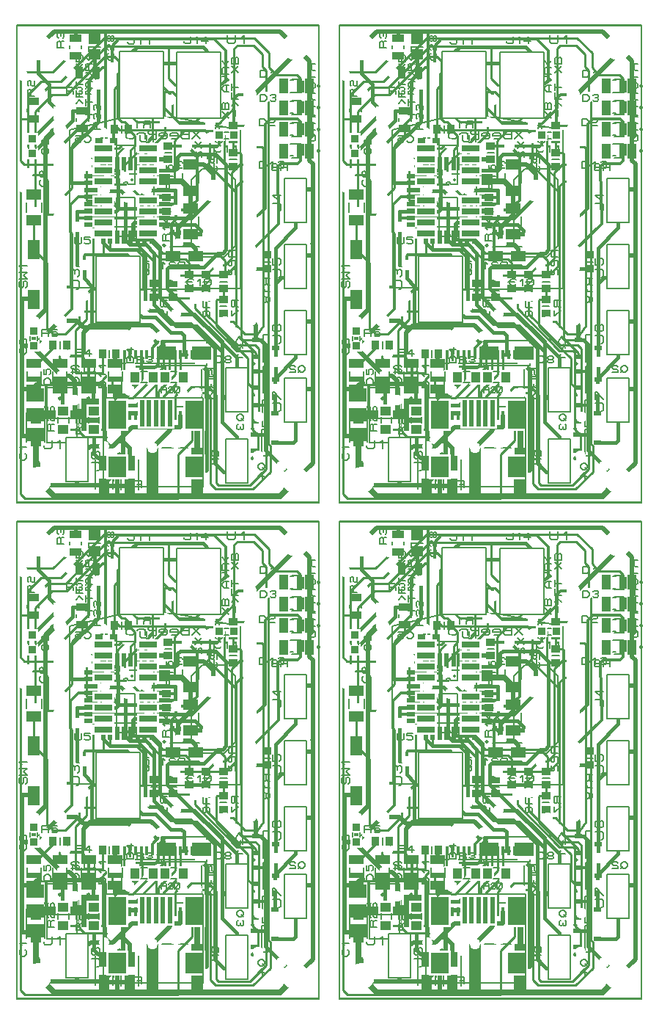
<source format=gbr>
G04 GerbMagic V3.6(Build 14551) Date:Mon Jul 18 18:19:06 2016*
G04 F:\2 SVN XBee\trunk\XBeeExecutionUnitM\ODB\Unit2.gbr *
%FSLAX24Y24*%
%MOIN*%
%SFA1.000B1.000*%
%MIA0B0*%
%OFA0B0*%
%INGerber*%
%IPPOS*%
%ADD10C,0.015*%
%ADD11C,0.03*%
%ADD12C,0.04*%
%ADD13C,0.032*%
%ADD14C,0.091*%
%ADD15C,0.008*%
%ADD16C,0.023622*%
%ADD17C,0.00984252*%
%ADD18C,0.00787402*%
%ADD19R,0.037X0.024*%
%ADD20R,0.055X0.207*%
%ADD21R,0.015748X0.0433071*%
%ADD22R,0.039X0.037*%
%ADD23R,0.022X0.059*%
%ADD24R,0.059X0.022*%
%ADD25R,0.035X0.035*%
%ADD26R,0.037X0.039*%
%ADD27R,0.049X0.071*%
%ADD28R,0.08X0.15*%
%ADD29R,0.08X0.06*%
%ADD30R,0.037X0.057*%
%ADD31C,0.05*%
%ADD32C,0.07*%
%ADD33R,0.035748X0.0633071*%
%ADD34C,0.1*%
%ADD35R,0.055X0.055*%
%ADD36R,0.1X0.1*%
%ADD37R,0.1X0.17*%
%ADD38R,0.1X0.08*%
%ADD39C,0.06*%
%ADD40R,0.06X0.06*%
%ADD41C,0.12*%
%ADD42C,0.02*%
%ADD43C,0.012*%
%ADD44C,0.01*%
%ADD45C,0.08*%
%ADD46R,0.08X0.08*%
%ADD47C,0.025*%
%ADD48R,0.057X0.091*%
%ADD49R,0.071X0.049*%
%ADD50R,0.0787X0.0944*%
%ADD51R,0.0787X0.13*%
%ADD52R,0.0197X0.122*%
%ADD53R,0.05X0.04*%
%ADD54R,0.087X0.061*%
%ADD55R,0.04X0.05*%
%ADD56R,0.08X0.025*%
%ADD57R,0.069X0.043*%
%ADD58R,0.071X0.045*%
%ADD59R,0.057X0.045*%
%ADD60R,0.043X0.069*%
%ADD61R,0.057X0.037*%
%ADD62R,0.0987X0.1144*%
%ADD63R,0.0987X0.15*%
%ADD64R,0.0397X0.142*%
%ADD65R,0.07X0.06*%
%ADD66R,0.06X0.07*%
%ADD67R,0.1X0.045*%
%LN*
LPD*%
G54D10*
X8760Y18500D03*
X9267Y21826D03*
X11010Y22250D03*
X10921Y20763D03*
X13755Y22181D03*
X10876Y11775D03*
X12760Y23250D03*
X11196Y12181D03*
X9887Y22794D03*
X6291Y25360D03*
X8283Y26275D03*
X8448Y25505D03*
X10342Y11725D03*
X11157Y11078D03*
X11905Y20173D03*
X7361Y11539D03*
X17771Y24818D03*
Y23913D03*
Y22929D03*
Y22000D03*
X9298Y12636D03*
X8215Y12697D03*
X7259Y13519D03*
X12181Y8480D03*
X17732Y11118D03*
X17771Y12377D03*
X18052Y7619D03*
X9188Y21250D03*
X15488Y14188D03*
X13207Y16275D03*
X15131Y16776D03*
X12714Y18208D03*
X13362Y17732D03*
X13260Y19250D03*
X12574Y13519D03*
X8834Y14669D03*
X9086Y15369D03*
X9070Y16750D03*
X16998Y9874D03*
X14622Y15330D03*
X13562Y10975D03*
X15907Y13694D03*
X14773Y22527D03*
X14228Y10948D03*
X17360Y24398D03*
X14799Y23198D03*
X13010Y24250D03*
X8637Y10645D03*
X8039Y11741D03*
X6272Y20313D03*
X6504Y20933D03*
X11045Y19836D03*
X10011Y20144D03*
X11855Y14902D03*
X14360Y12273D03*
X16984Y8086D03*
X14099Y15242D03*
X7102Y24543D03*
X11260Y20365D03*
X6797Y14188D03*
X9718Y24960D03*
X6840Y19158D03*
X10330Y25724D03*
X13244Y14543D03*
X10330Y9031D03*
X9994Y8528D03*
%LN*
LPD*%
X23428Y18500D03*
X23936Y21826D03*
X25678Y22250D03*
X25590Y20763D03*
X28424Y22181D03*
X25545Y11775D03*
X27428Y23250D03*
X25865Y12181D03*
X24556Y22794D03*
X20960Y25360D03*
X22952Y26275D03*
X23117Y25505D03*
X25010Y11725D03*
X25826Y11078D03*
X26574Y20173D03*
X22030Y11539D03*
X32440Y24818D03*
Y23913D03*
Y22929D03*
Y22000D03*
X23967Y12636D03*
X22884Y12697D03*
X21928Y13519D03*
X26849Y8480D03*
X32401Y11118D03*
X32440Y12377D03*
X32721Y7619D03*
X23857Y21250D03*
X30157Y14188D03*
X27876Y16275D03*
X29800Y16776D03*
X27382Y18208D03*
X28031Y17732D03*
X27928Y19250D03*
X27243Y13519D03*
X23503Y14669D03*
X23755Y15369D03*
X23739Y16750D03*
X31666Y9874D03*
X29290Y15330D03*
X28231Y10975D03*
X30576Y13694D03*
X29442Y22527D03*
X28897Y10948D03*
X32029Y24398D03*
X29468Y23198D03*
X27678Y24250D03*
X23306Y10645D03*
X22708Y11741D03*
X20940Y20313D03*
X21173Y20933D03*
X25714Y19836D03*
X24680Y20144D03*
X26524Y14902D03*
X29029Y12273D03*
X31653Y8086D03*
X28768Y15242D03*
X21771Y24543D03*
X25929Y20365D03*
X21466Y14188D03*
X24387Y24960D03*
X21509Y19158D03*
X24999Y25724D03*
X27912Y14543D03*
X24999Y9031D03*
X24663Y8528D03*
%LN*
LPD*%
X8760Y41034D03*
X9267Y44360D03*
X11010Y44784D03*
X10921Y43297D03*
X13755Y44715D03*
X10876Y34310D03*
X12760Y45784D03*
X11196Y34715D03*
X9887Y45329D03*
X6291Y47894D03*
X8283Y48809D03*
X8448Y48039D03*
X10342Y34259D03*
X11157Y33612D03*
X11905Y42707D03*
X7361Y34074D03*
X17771Y47353D03*
Y46447D03*
Y45463D03*
Y44534D03*
X9298Y35170D03*
X8215Y35232D03*
X7259Y36053D03*
X12181Y31014D03*
X17732Y33652D03*
X17771Y34912D03*
X18052Y30153D03*
X9188Y43784D03*
X15488Y36723D03*
X13207Y38809D03*
X15131Y39311D03*
X12714Y40742D03*
X13362Y40266D03*
X13260Y41784D03*
X12574Y36053D03*
X8834Y37203D03*
X9086Y37903D03*
X9070Y39284D03*
X16998Y32408D03*
X14622Y37864D03*
X13562Y33509D03*
X15907Y36229D03*
X14773Y45061D03*
X14228Y33483D03*
X17360Y46932D03*
X14799Y45732D03*
X13010Y46784D03*
X8637Y33179D03*
X8039Y34275D03*
X6272Y42847D03*
X6504Y43467D03*
X11045Y42370D03*
X10011Y42678D03*
X11855Y37436D03*
X14360Y34807D03*
X16984Y30620D03*
X14099Y37776D03*
X7102Y47077D03*
X11260Y42899D03*
X6797Y36723D03*
X9718Y47494D03*
X6840Y41692D03*
X10330Y48258D03*
X13244Y37077D03*
X10330Y31565D03*
X9994Y31062D03*
%LN*
LPD*%
X23428Y41034D03*
X23936Y44360D03*
X25678Y44784D03*
X25590Y43297D03*
X28424Y44715D03*
X25545Y34310D03*
X27428Y45784D03*
X25865Y34715D03*
X24556Y45329D03*
X20960Y47894D03*
X22952Y48809D03*
X23117Y48039D03*
X25010Y34259D03*
X25826Y33612D03*
X26574Y42707D03*
X22030Y34074D03*
X32440Y47353D03*
Y46447D03*
Y45463D03*
Y44534D03*
X23967Y35170D03*
X22884Y35232D03*
X21928Y36053D03*
X26849Y31014D03*
X32401Y33652D03*
X32440Y34912D03*
X32721Y30153D03*
X23857Y43784D03*
X30157Y36723D03*
X27876Y38809D03*
X29800Y39311D03*
X27382Y40742D03*
X28031Y40266D03*
X27928Y41784D03*
X27243Y36053D03*
X23503Y37203D03*
X23755Y37903D03*
X23739Y39284D03*
X31666Y32408D03*
X29290Y37864D03*
X28231Y33509D03*
X30576Y36229D03*
X29442Y45061D03*
X28897Y33483D03*
X32029Y46932D03*
X29468Y45732D03*
X27678Y46784D03*
X23306Y33179D03*
X22708Y34275D03*
X20940Y42847D03*
X21173Y43467D03*
X25714Y42370D03*
X24680Y42678D03*
X26524Y37436D03*
X29029Y34807D03*
X31653Y30620D03*
X28768Y37776D03*
X21771Y47077D03*
X25929Y42899D03*
X21466Y36723D03*
X24387Y47494D03*
X21509Y41692D03*
X24999Y48258D03*
X27912Y37077D03*
X24999Y31565D03*
X24663Y31062D03*
%LN*
LPD*%
G54D14*
X18687Y26669D03*
G54D13*
X7968Y23677D03*
Y22889D03*
Y22102D03*
Y21314D03*
Y20527D03*
Y19740D03*
Y18952D03*
Y18165D03*
Y17377D03*
Y16590D03*
Y15803D03*
Y15015D03*
Y14228D03*
X9543Y13362D03*
X10338D03*
X11118D03*
X11905D03*
X16629Y14267D03*
Y15055D03*
Y15842D03*
Y16629D03*
Y17417D03*
Y18204D03*
Y18992D03*
Y19779D03*
Y20566D03*
Y21354D03*
Y22141D03*
Y22929D03*
Y23716D03*
Y24503D03*
Y25291D03*
Y26078D03*
G54D14*
X6994Y26669D03*
Y6984D03*
X18687D03*
G54D12*
X10118Y16669D03*
X11118D03*
X10118Y15669D03*
X11118D03*
X10118Y14669D03*
X11118D03*
G54D11*
X14937Y20133D03*
Y18133D03*
G54D12*
X18677Y19188D03*
Y20188D03*
Y16196D03*
Y17196D03*
Y13188D03*
Y14188D03*
Y10118D03*
Y11118D03*
X16000Y8362D03*
Y7362D03*
Y11590D03*
Y10590D03*
G54D11*
X11460Y8781D03*
X13232D03*
G54D12*
X12191Y23942D03*
X11191D03*
X12191Y24942D03*
X11191D03*
X12191Y25942D03*
X11191D03*
X13795Y25937D03*
X14795D03*
X13795Y24937D03*
X14795D03*
X13795Y23937D03*
X14795D03*
X8755Y8417D03*
Y7417D03*
%LN*
LPD*%
G54D14*
X33356Y26669D03*
G54D13*
X22637Y23677D03*
Y22889D03*
Y22102D03*
Y21314D03*
Y20527D03*
Y19740D03*
Y18952D03*
Y18165D03*
Y17377D03*
Y16590D03*
Y15803D03*
Y15015D03*
Y14228D03*
X24212Y13362D03*
X25007D03*
X25787D03*
X26574D03*
X31298Y14267D03*
Y15055D03*
Y15842D03*
Y16629D03*
Y17417D03*
Y18204D03*
Y18992D03*
Y19779D03*
Y20566D03*
Y21354D03*
Y22141D03*
Y22929D03*
Y23716D03*
Y24503D03*
Y25291D03*
Y26078D03*
G54D14*
X21663Y26669D03*
Y6984D03*
X33356D03*
G54D12*
X24787Y16669D03*
X25787D03*
X24787Y15669D03*
X25787D03*
X24787Y14669D03*
X25787D03*
G54D11*
X29605Y20133D03*
Y18133D03*
G54D12*
X33346Y19188D03*
Y20188D03*
Y16196D03*
Y17196D03*
Y13188D03*
Y14188D03*
Y10118D03*
Y11118D03*
X30668Y8362D03*
Y7362D03*
Y11590D03*
Y10590D03*
G54D11*
X26129Y8781D03*
X27900D03*
G54D12*
X26859Y23942D03*
X25859D03*
X26859Y24942D03*
X25859D03*
X26859Y25942D03*
X25859D03*
X28464Y25937D03*
X29464D03*
X28464Y24937D03*
X29464D03*
X28464Y23937D03*
X29464D03*
X23424Y8417D03*
Y7417D03*
%LN*
LPD*%
G54D14*
X18687Y49203D03*
G54D13*
X7968Y46211D03*
Y45423D03*
Y44636D03*
Y43849D03*
Y43061D03*
Y42274D03*
Y41486D03*
Y40699D03*
Y39912D03*
Y39124D03*
Y38337D03*
Y37549D03*
Y36762D03*
X9543Y35896D03*
X10338D03*
X11118D03*
X11905D03*
X16629Y36801D03*
Y37589D03*
Y38376D03*
Y39164D03*
Y39951D03*
Y40738D03*
Y41526D03*
Y42313D03*
Y43101D03*
Y43888D03*
Y44675D03*
Y45463D03*
Y46250D03*
Y47038D03*
Y47825D03*
Y48612D03*
G54D14*
X6994Y49203D03*
Y29518D03*
X18687D03*
G54D12*
X10118Y39203D03*
X11118D03*
X10118Y38203D03*
X11118D03*
X10118Y37203D03*
X11118D03*
G54D11*
X14937Y42668D03*
Y40668D03*
G54D12*
X18677Y41723D03*
Y42723D03*
Y38731D03*
Y39731D03*
Y35723D03*
Y36723D03*
Y32652D03*
Y33652D03*
X16000Y30896D03*
Y29896D03*
Y34124D03*
Y33124D03*
G54D11*
X11460Y31315D03*
X13232D03*
G54D12*
X12191Y46476D03*
X11191D03*
X12191Y47476D03*
X11191D03*
X12191Y48476D03*
X11191D03*
X13795Y48471D03*
X14795D03*
X13795Y47471D03*
X14795D03*
X13795Y46471D03*
X14795D03*
X8755Y30951D03*
Y29951D03*
%LN*
LPD*%
G54D14*
X33356Y49203D03*
G54D13*
X22637Y46211D03*
Y45423D03*
Y44636D03*
Y43849D03*
Y43061D03*
Y42274D03*
Y41486D03*
Y40699D03*
Y39912D03*
Y39124D03*
Y38337D03*
Y37549D03*
Y36762D03*
X24212Y35896D03*
X25007D03*
X25787D03*
X26574D03*
X31298Y36801D03*
Y37589D03*
Y38376D03*
Y39164D03*
Y39951D03*
Y40738D03*
Y41526D03*
Y42313D03*
Y43101D03*
Y43888D03*
Y44675D03*
Y45463D03*
Y46250D03*
Y47038D03*
Y47825D03*
Y48612D03*
G54D14*
X21663Y49203D03*
Y29518D03*
X33356D03*
G54D12*
X24787Y39203D03*
X25787D03*
X24787Y38203D03*
X25787D03*
X24787Y37203D03*
X25787D03*
G54D11*
X29605Y42668D03*
Y40668D03*
G54D12*
X33346Y41723D03*
Y42723D03*
Y38731D03*
Y39731D03*
Y35723D03*
Y36723D03*
Y32652D03*
Y33652D03*
X30668Y30896D03*
Y29896D03*
Y34124D03*
Y33124D03*
G54D11*
X26129Y31315D03*
X27900D03*
G54D12*
X26859Y46476D03*
X25859D03*
X26859Y47476D03*
X25859D03*
X26859Y48476D03*
X25859D03*
X28464Y48471D03*
X29464D03*
X28464Y47471D03*
X29464D03*
X28464Y46471D03*
X29464D03*
X23424Y30951D03*
Y29951D03*
%LN*
LPD*%
X6000Y27649D02*
G54D15*
G01Y5990D01*
X19737Y27649D02*
G01X6000D01*
X19737Y5990D02*
G01Y27649D01*
X6000Y5990D02*
G01X19737D01*
%LN*
LPD*%
X20668Y27649D02*
G01Y5990D01*
X34406Y27649D02*
G01X20668D01*
X34406Y5990D02*
G01Y27649D01*
X20668Y5990D02*
G01X34406D01*
%LN*
LPD*%
X6000Y50198D02*
G01Y28539D01*
X19737Y50198D02*
G01X6000D01*
X19737Y28539D02*
G01Y50198D01*
X6000Y28539D02*
G01X19737D01*
%LN*
LPD*%
X20668Y50198D02*
G01Y28539D01*
X34406Y50198D02*
G01X20668D01*
X34406Y28539D02*
G01Y50198D01*
X20668Y28539D02*
G01X34406D01*
%LN*
LPD*%
X18578Y22654D02*
G54D18*
G01X18460D01*
X18578Y23205D02*
G01X18460D01*
X19573Y23486D02*
G54D15*
G01X19273D01*
X19273Y23486D02*
G01Y23236D01*
X19273Y23236D02*
G01X19323Y23186D01*
X19323Y23186D02*
G01X19373D01*
X19373Y23186D02*
G01X19423Y23236D01*
X19423Y23236D02*
G01Y23486D01*
X19423Y23236D02*
G01X19473Y23186D01*
X19473Y23186D02*
G01X19573D01*
X19373Y22986D02*
G01X19273Y22886D01*
X19273Y22886D02*
G01X19573D01*
X19523Y22686D02*
G01X19323D01*
X19323Y22686D02*
G01X19273Y22636D01*
X19273Y22636D02*
G01Y22436D01*
X19273Y22436D02*
G01X19323Y22386D01*
X19323Y22386D02*
G01X19523D01*
X19523Y22386D02*
G01X19573Y22436D01*
X19573Y22436D02*
G01Y22636D01*
X19573Y22636D02*
G01X19523Y22686D01*
X19573Y22686D02*
G01X19273Y22386D01*
X18578Y23654D02*
G54D18*
G01X18460D01*
X18578Y24205D02*
G01X18460D01*
X19579Y24580D02*
G54D15*
G01X19279D01*
X19279Y24580D02*
G01Y24330D01*
X19279Y24330D02*
G01X19329Y24280D01*
X19329Y24280D02*
G01X19379D01*
X19379Y24280D02*
G01X19429Y24330D01*
X19429Y24330D02*
G01Y24580D01*
X19429Y24330D02*
G01X19479Y24280D01*
X19479Y24280D02*
G01X19579D01*
X19379Y24080D02*
G01X19279Y23980D01*
X19279Y23980D02*
G01X19579D01*
X19379Y23680D02*
G01X19279Y23580D01*
X19279Y23580D02*
G01X19579D01*
X18578Y24604D02*
G54D18*
G01X18460D01*
X18578Y25155D02*
G01X18460D01*
X19575Y25890D02*
G54D15*
G01X19275D01*
X19275Y25890D02*
G01Y25640D01*
X19275Y25640D02*
G01X19325Y25590D01*
X19325Y25590D02*
G01X19375D01*
X19375Y25590D02*
G01X19425Y25640D01*
X19425Y25640D02*
G01Y25890D01*
X19425Y25640D02*
G01X19475Y25590D01*
X19475Y25590D02*
G01X19575D01*
X19375Y25390D02*
G01X19275Y25290D01*
X19275Y25290D02*
G01X19575D01*
X19325Y25040D02*
G01X19275Y24990D01*
X19275Y24990D02*
G01Y24840D01*
X19275Y24840D02*
G01X19325Y24790D01*
X19325Y24790D02*
G01X19375D01*
X19375Y24790D02*
G01X19425Y24840D01*
X19425Y24840D02*
G01X19475Y24790D01*
X19475Y24790D02*
G01X19525D01*
X19525Y24790D02*
G01X19575Y24840D01*
X19575Y24840D02*
G01Y24990D01*
X19575Y24990D02*
G01X19525Y25040D01*
X19425Y24940D02*
G01Y24840D01*
X18578Y21717D02*
G54D18*
G01X18460D01*
X18578Y22268D02*
G01X18460D01*
X18298Y21052D02*
G54D15*
G01Y21352D01*
X18298Y21352D02*
G01X18048D01*
X18048Y21352D02*
G01X17998Y21302D01*
X17998Y21302D02*
G01Y21252D01*
X17998Y21252D02*
G01X18048Y21202D01*
X18048Y21202D02*
G01X18298D01*
X18048Y21202D02*
G01X17998Y21152D01*
X17998Y21152D02*
G01Y21052D01*
X17598Y21252D02*
G01X17648Y21202D01*
X17648Y21202D02*
G01X17798D01*
X17798Y21202D02*
G01X17848Y21252D01*
X17848Y21252D02*
G01Y21302D01*
X17848Y21302D02*
G01X17798Y21352D01*
X17798Y21352D02*
G01X17648D01*
X17648Y21352D02*
G01X17598Y21302D01*
X17598Y21302D02*
G01Y21102D01*
X17598Y21102D02*
G01X17648Y21052D01*
X17648Y21052D02*
G01X17798D01*
X17398Y21252D02*
G01X17298Y21352D01*
X17298Y21352D02*
G01Y21052D01*
X7390Y8690D02*
G01Y11210D01*
X7390Y11210D02*
G01X8760D01*
X8760Y11210D02*
G01Y8690D01*
X8760Y8690D02*
G01X7400D01*
X8760Y9220D02*
G01X8839D01*
X8839Y9220D02*
G01Y10710D01*
X8839Y10710D02*
G01X8770D01*
X9534Y12187D02*
G01Y11937D01*
X9534Y11937D02*
G01X9459Y11887D01*
X9459Y11887D02*
G01X9159D01*
X9159Y11887D02*
G01X9084Y11937D01*
X9084Y11937D02*
G01Y12187D01*
X8859Y12137D02*
G01X8784Y12187D01*
X8784Y12187D02*
G01X8559D01*
X8559Y12187D02*
G01X8484Y12137D01*
X8484Y12137D02*
G01Y12087D01*
X8484Y12087D02*
G01X8559Y12037D01*
X8559Y12037D02*
G01X8784D01*
X8784Y12037D02*
G01X8859Y11987D01*
X8859Y11987D02*
G01Y11887D01*
X8859Y11887D02*
G01X8484D01*
X9566Y7927D02*
G54D18*
G01Y6588D01*
X10373Y7927D02*
G01Y6588D01*
X10813Y7540D02*
G54D15*
G01X10863Y7590D01*
X10863Y7590D02*
G01Y7740D01*
X10863Y7740D02*
G01X10763Y7840D01*
X10763Y7840D02*
G01X10663D01*
X10663Y7840D02*
G01X10563Y7740D01*
X10563Y7740D02*
G01Y7590D01*
X10563Y7590D02*
G01X10613Y7540D01*
X10763Y7140D02*
G01Y7440D01*
X10763Y7440D02*
G01X10563Y7240D01*
X10563Y7240D02*
G01X10863D01*
X10763Y23086D02*
G54D18*
G01Y22771D01*
X12089Y23013D02*
G54D15*
G01Y23313D01*
X12089Y23313D02*
G01X11839D01*
X11839Y23313D02*
G01X11789Y23263D01*
X11789Y23263D02*
G01Y23213D01*
X11789Y23213D02*
G01X11839Y23163D01*
X11839Y23163D02*
G01X12089D01*
X11839Y23163D02*
G01X11789Y23113D01*
X11789Y23113D02*
G01Y23013D01*
X11589Y23213D02*
G01X11489Y23313D01*
X11489Y23313D02*
G01Y23013D01*
X10170Y22537D02*
G01X9990D01*
X10170Y22217D02*
G01X9990D01*
X9080Y22397D02*
G01X9130Y22347D01*
X9130Y22347D02*
G01X9280D01*
X9280Y22347D02*
G01X9380Y22447D01*
X9380Y22447D02*
G01Y22547D01*
X9380Y22547D02*
G01X9280Y22647D01*
X9280Y22647D02*
G01X9130D01*
X9130Y22647D02*
G01X9080Y22597D01*
X8680Y22647D02*
G01X8930D01*
X8930Y22647D02*
G01Y22547D01*
X8930Y22547D02*
G01X8730D01*
X8730Y22547D02*
G01X8680Y22497D01*
X8680Y22497D02*
G01Y22397D01*
X8680Y22397D02*
G01X8730Y22347D01*
X8730Y22347D02*
G01X8880D01*
X8880Y22347D02*
G01X8930Y22397D01*
X12240Y18500D02*
G54D18*
G01X9838D01*
X9838Y18500D02*
G01Y20901D01*
X9838Y20901D02*
G01X12240D01*
X12240Y20901D02*
G01Y18500D01*
X13999Y21460D02*
G54D15*
G01Y21210D01*
X13999Y21210D02*
G01X13949Y21160D01*
X13949Y21160D02*
G01X13749D01*
X13749Y21160D02*
G01X13699Y21210D01*
X13699Y21210D02*
G01Y21460D01*
X13549Y21410D02*
G01X13499Y21460D01*
X13499Y21460D02*
G01X13349D01*
X13349Y21460D02*
G01X13299Y21410D01*
X13299Y21410D02*
G01Y21360D01*
X13299Y21360D02*
G01X13349Y21310D01*
X13349Y21310D02*
G01X13299Y21260D01*
X13299Y21260D02*
G01Y21210D01*
X13299Y21210D02*
G01X13349Y21160D01*
X13349Y21160D02*
G01X13499D01*
X13499Y21160D02*
G01X13549Y21210D01*
X13449Y21310D02*
G01X13349D01*
X13937Y20633D02*
G01Y17633D01*
X13937Y17633D02*
G01X14437Y17133D01*
X14437Y17133D02*
G01X15437D01*
X15437Y17133D02*
G01X15937Y17633D01*
X15937Y17633D02*
G01Y20633D01*
X15937Y20633D02*
G01X15437Y21133D01*
X15437Y21133D02*
G01X14437D01*
X14437Y21133D02*
G01X13937Y20633D01*
X14127Y22353D02*
G01X14427Y22053D01*
X14427Y22353D02*
G01X14127Y22053D01*
X14177Y21903D02*
G01X14127Y21853D01*
X14127Y21853D02*
G01Y21703D01*
X14127Y21703D02*
G01X14177Y21653D01*
X14177Y21653D02*
G01X14227D01*
X14227Y21653D02*
G01X14277Y21703D01*
X14277Y21703D02*
G01Y21853D01*
X14277Y21853D02*
G01X14327Y21903D01*
X14327Y21903D02*
G01X14427D01*
X14427Y21903D02*
G01Y21653D01*
X15685Y22771D02*
G54D18*
G01X16000D01*
X15358Y23024D02*
G54D15*
G01X15058D01*
X15058Y23024D02*
G01Y22774D01*
X15058Y22774D02*
G01X15108Y22724D01*
X15108Y22724D02*
G01X15158D01*
X15158Y22724D02*
G01X15208Y22774D01*
X15208Y22774D02*
G01Y23024D01*
X15208Y22774D02*
G01X15258Y22724D01*
X15258Y22724D02*
G01X15358D01*
X15108Y22324D02*
G01X15058Y22374D01*
X15058Y22374D02*
G01Y22524D01*
X15058Y22524D02*
G01X15108Y22574D01*
X15108Y22574D02*
G01X15308D01*
X15308Y22574D02*
G01X15358Y22524D01*
X15358Y22524D02*
G01Y22374D01*
X15358Y22374D02*
G01X15308Y22324D01*
X15308Y22324D02*
G01X15258D01*
X15258Y22324D02*
G01X15208Y22374D01*
X15208Y22374D02*
G01Y22574D01*
X15561Y14891D02*
G54D18*
G01X15246D01*
X16067Y15162D02*
G54D15*
G01X15767D01*
X15767Y15162D02*
G01Y14912D01*
X15767Y14912D02*
G01X15817Y14862D01*
X15817Y14862D02*
G01X15867D01*
X15867Y14862D02*
G01X15917Y14912D01*
X15917Y14912D02*
G01Y15162D01*
X15917Y14912D02*
G01X15967Y14862D01*
X15967Y14862D02*
G01X16067D01*
X15767Y14712D02*
G01Y14462D01*
X15767Y14462D02*
G01X15817D01*
X15817Y14462D02*
G01X16067Y14712D01*
X14464Y16000D02*
G54D18*
G01X14779D01*
X14774Y15119D02*
G54D15*
G01X14474D01*
X14474Y15119D02*
G01Y14869D01*
X14474Y14869D02*
G01X14524Y14819D01*
X14524Y14819D02*
G01X14574D01*
X14574Y14819D02*
G01X14624Y14869D01*
X14624Y14869D02*
G01Y15119D01*
X14624Y14869D02*
G01X14674Y14819D01*
X14674Y14819D02*
G01X14774D01*
X14624Y14619D02*
G01X14574Y14669D01*
X14574Y14669D02*
G01X14524D01*
X14524Y14669D02*
G01X14474Y14619D01*
X14474Y14619D02*
G01Y14469D01*
X14474Y14469D02*
G01X14524Y14419D01*
X14524Y14419D02*
G01X14574D01*
X14574Y14419D02*
G01X14624Y14469D01*
X14624Y14469D02*
G01Y14619D01*
X14624Y14619D02*
G01X14674Y14669D01*
X14674Y14669D02*
G01X14724D01*
X14724Y14669D02*
G01X14774Y14619D01*
X14774Y14619D02*
G01Y14469D01*
X14774Y14469D02*
G01X14724Y14419D01*
X14724Y14419D02*
G01X14674D01*
X14674Y14419D02*
G01X14624Y14469D01*
X12968Y15606D02*
G54D18*
G01X13283D01*
X12836Y15169D02*
G54D15*
G01X12536D01*
X12536Y15169D02*
G01Y14919D01*
X12536Y14919D02*
G01X12586Y14869D01*
X12586Y14869D02*
G01X12636D01*
X12636Y14869D02*
G01X12686Y14919D01*
X12686Y14919D02*
G01Y15169D01*
X12686Y14919D02*
G01X12736Y14869D01*
X12736Y14869D02*
G01X12836D01*
X12636Y14469D02*
G01X12686Y14519D01*
X12686Y14519D02*
G01Y14669D01*
X12686Y14669D02*
G01X12636Y14719D01*
X12636Y14719D02*
G01X12586D01*
X12586Y14719D02*
G01X12536Y14669D01*
X12536Y14669D02*
G01Y14519D01*
X12536Y14519D02*
G01X12586Y14469D01*
X12586Y14469D02*
G01X12786D01*
X12786Y14469D02*
G01X12836Y14519D01*
X12836Y14519D02*
G01Y14669D01*
X17535Y16905D02*
G54D18*
G01X17220D01*
X17512Y16166D02*
G54D15*
G01X17212D01*
X17212Y16166D02*
G01Y15916D01*
X17212Y15916D02*
G01X17262Y15866D01*
X17262Y15866D02*
G01X17312D01*
X17312Y15866D02*
G01X17362Y15916D01*
X17362Y15916D02*
G01Y16166D01*
X17362Y15916D02*
G01X17412Y15866D01*
X17412Y15866D02*
G01X17512D01*
X17312Y15666D02*
G01X17212Y15566D01*
X17212Y15566D02*
G01X17512D01*
X17362Y15266D02*
G01X17312Y15316D01*
X17312Y15316D02*
G01X17262D01*
X17262Y15316D02*
G01X17212Y15266D01*
X17212Y15266D02*
G01Y15116D01*
X17212Y15116D02*
G01X17262Y15066D01*
X17262Y15066D02*
G01X17312D01*
X17312Y15066D02*
G01X17362Y15116D01*
X17362Y15116D02*
G01Y15266D01*
X17362Y15266D02*
G01X17412Y15316D01*
X17412Y15316D02*
G01X17462D01*
X17462Y15316D02*
G01X17512Y15266D01*
X17512Y15266D02*
G01Y15116D01*
X17512Y15116D02*
G01X17462Y15066D01*
X17462Y15066D02*
G01X17412D01*
X17412Y15066D02*
G01X17362Y15116D01*
X13992Y16000D02*
G54D18*
G01X13677D01*
X13658Y16601D02*
G54D15*
G01Y16901D01*
X13658Y16901D02*
G01X13408D01*
X13408Y16901D02*
G01X13358Y16851D01*
X13358Y16851D02*
G01Y16801D01*
X13358Y16801D02*
G01X13408Y16751D01*
X13408Y16751D02*
G01X13658D01*
X13408Y16751D02*
G01X13358Y16701D01*
X13358Y16701D02*
G01Y16601D01*
X13208Y16851D02*
G01X13158Y16901D01*
X13158Y16901D02*
G01X13008D01*
X13008Y16901D02*
G01X12958Y16851D01*
X12958Y16851D02*
G01Y16801D01*
X12958Y16801D02*
G01X13008Y16751D01*
X13008Y16751D02*
G01X13158D01*
X13158Y16751D02*
G01X13208Y16701D01*
X13208Y16701D02*
G01Y16601D01*
X13208Y16601D02*
G01X12958D01*
X12758Y16801D02*
G01X12658Y16901D01*
X12658Y16901D02*
G01Y16601D01*
X15566Y16000D02*
G54D18*
G01X15251D01*
X15937Y17420D02*
G54D15*
G01X15637D01*
X15637Y17420D02*
G01Y17170D01*
X15637Y17170D02*
G01X15687Y17120D01*
X15687Y17120D02*
G01X15737D01*
X15737Y17120D02*
G01X15787Y17170D01*
X15787Y17170D02*
G01Y17420D01*
X15787Y17170D02*
G01X15837Y17120D01*
X15837Y17120D02*
G01X15937D01*
X15687Y16970D02*
G01X15637Y16920D01*
X15637Y16920D02*
G01Y16770D01*
X15637Y16770D02*
G01X15687Y16720D01*
X15687Y16720D02*
G01X15737D01*
X15737Y16720D02*
G01X15787Y16770D01*
X15787Y16770D02*
G01Y16920D01*
X15787Y16920D02*
G01X15837Y16970D01*
X15837Y16970D02*
G01X15937D01*
X15937Y16970D02*
G01Y16720D01*
X15687Y16570D02*
G01X15637Y16520D01*
X15637Y16520D02*
G01Y16370D01*
X15637Y16370D02*
G01X15687Y16320D01*
X15687Y16320D02*
G01X15737D01*
X15737Y16320D02*
G01X15787Y16370D01*
X15787Y16370D02*
G01Y16520D01*
X15787Y16520D02*
G01X15837Y16570D01*
X15837Y16570D02*
G01X15937D01*
X15937Y16570D02*
G01Y16320D01*
X15685Y21551D02*
G54D18*
G01X16000D01*
X15115Y22101D02*
G54D15*
G01X14815D01*
X14815Y22101D02*
G01Y21851D01*
X14815Y21851D02*
G01X14865Y21801D01*
X14865Y21801D02*
G01X14915D01*
X14915Y21801D02*
G01X14965Y21851D01*
X14965Y21851D02*
G01Y22101D01*
X14965Y21851D02*
G01X15015Y21801D01*
X15015Y21801D02*
G01X15115D01*
X14865Y21651D02*
G01X14815Y21601D01*
X14815Y21601D02*
G01Y21451D01*
X14815Y21451D02*
G01X14865Y21401D01*
X14865Y21401D02*
G01X14915D01*
X14915Y21401D02*
G01X14965Y21451D01*
X14965Y21451D02*
G01Y21601D01*
X14965Y21601D02*
G01X15015Y21651D01*
X15015Y21651D02*
G01X15115D01*
X15115Y21651D02*
G01Y21401D01*
X14865Y21251D02*
G01X14815Y21201D01*
X14815Y21201D02*
G01Y21051D01*
X14815Y21051D02*
G01X14865Y21001D01*
X14865Y21001D02*
G01X14915D01*
X14915Y21001D02*
G01X14965Y21051D01*
X14965Y21051D02*
G01X15015Y21001D01*
X15015Y21001D02*
G01X15065D01*
X15065Y21001D02*
G01X15115Y21051D01*
X15115Y21051D02*
G01Y21201D01*
X15115Y21201D02*
G01X15065Y21251D01*
X14965Y21151D02*
G01Y21051D01*
X12417Y15606D02*
G54D18*
G01X12102D01*
X12012Y17153D02*
G54D15*
G01X11772D01*
X11772Y17153D02*
G01Y16966D01*
X11772Y16966D02*
G01X11812Y16928D01*
X11812Y16928D02*
G01X11852D01*
X11852Y16928D02*
G01X11892Y16966D01*
X11892Y16966D02*
G01Y17153D01*
X11892Y16966D02*
G01X11932Y16928D01*
X11932Y16928D02*
G01X12012D01*
X11812Y16816D02*
G01X11772Y16778D01*
X11772Y16778D02*
G01Y16666D01*
X11772Y16666D02*
G01X11812Y16628D01*
X11812Y16628D02*
G01X11852D01*
X11852Y16628D02*
G01X11892Y16666D01*
X11892Y16666D02*
G01Y16778D01*
X11892Y16778D02*
G01X11932Y16816D01*
X11932Y16816D02*
G01X12012D01*
X12012Y16816D02*
G01Y16628D01*
X11972Y16553D02*
G01X11812D01*
X11812Y16553D02*
G01X11772Y16516D01*
X11772Y16516D02*
G01Y16366D01*
X11772Y16366D02*
G01X11812Y16328D01*
X11812Y16328D02*
G01X11972D01*
X11972Y16328D02*
G01X12012Y16366D01*
X12012Y16366D02*
G01Y16516D01*
X12012Y16516D02*
G01X11972Y16553D01*
X12012Y16553D02*
G01X11772Y16328D01*
X14669Y12068D02*
G01X14969D01*
X14969Y12068D02*
G01X15029Y12005D01*
X15029Y12005D02*
G01Y11755D01*
X15029Y11755D02*
G01X14969Y11693D01*
X14969Y11693D02*
G01X14669D01*
X14729Y11505D02*
G01X14669Y11443D01*
X14669Y11443D02*
G01Y11255D01*
X14669Y11255D02*
G01X14729Y11193D01*
X14729Y11193D02*
G01X14789D01*
X14789Y11193D02*
G01X14849Y11255D01*
X14849Y11255D02*
G01X14909Y11193D01*
X14909Y11193D02*
G01X14969D01*
X14969Y11193D02*
G01X15029Y11255D01*
X15029Y11255D02*
G01Y11443D01*
X15029Y11443D02*
G01X14969Y11505D01*
X14849Y11380D02*
G01Y11255D01*
X14969Y11068D02*
G01X14729D01*
X14729Y11068D02*
G01X14669Y11005D01*
X14669Y11005D02*
G01Y10755D01*
X14669Y10755D02*
G01X14729Y10693D01*
X14729Y10693D02*
G01X14969D01*
X14969Y10693D02*
G01X15029Y10755D01*
X15029Y10755D02*
G01Y11005D01*
X15029Y11005D02*
G01X14969Y11068D01*
X15029Y11068D02*
G01X14669Y10693D01*
X13795Y6374D02*
G54D18*
G01X12614D01*
X13795Y8460D02*
G01X12614D01*
X11675Y6661D02*
G54D15*
G01Y6961D01*
X11675Y6961D02*
G01X11375D01*
X11675Y6811D02*
G01X11475D01*
X11175Y6861D02*
G01X11075Y6961D01*
X11075Y6961D02*
G01Y6661D01*
X10736Y7917D02*
G54D18*
G01Y6578D01*
X11543Y7917D02*
G01Y6578D01*
X10369Y7372D02*
G54D15*
G01X10419Y7422D01*
X10419Y7422D02*
G01Y7572D01*
X10419Y7572D02*
G01X10319Y7672D01*
X10319Y7672D02*
G01X10219D01*
X10219Y7672D02*
G01X10119Y7572D01*
X10119Y7572D02*
G01Y7422D01*
X10119Y7422D02*
G01X10169Y7372D01*
X10169Y7222D02*
G01X10119Y7172D01*
X10119Y7172D02*
G01Y7022D01*
X10119Y7022D02*
G01X10169Y6972D01*
X10169Y6972D02*
G01X10219D01*
X10219Y6972D02*
G01X10269Y7022D01*
X10269Y7022D02*
G01Y7172D01*
X10269Y7172D02*
G01X10319Y7222D01*
X10319Y7222D02*
G01X10419D01*
X10419Y7222D02*
G01Y6972D01*
X17200Y13598D02*
G54D18*
G01X17437D01*
X17437Y13598D02*
G01Y12377D01*
X17437Y12377D02*
G01X17200D01*
X17200Y12377D02*
G01Y13598D01*
X16063Y13451D02*
G54D15*
G01X15963Y13301D01*
X15963Y13301D02*
G01Y13151D01*
X15963Y13151D02*
G01X16063Y13001D01*
X16063Y13001D02*
G01X16163D01*
X16163Y13001D02*
G01X16263Y13151D01*
X16263Y13151D02*
G01Y13301D01*
X16263Y13301D02*
G01X16163Y13451D01*
X16163Y13451D02*
G01X16063D01*
X16163Y13151D02*
G01X16263Y13001D01*
X16063Y12701D02*
G01X15963Y12551D01*
X15963Y12551D02*
G01X16263D01*
X17200Y12181D02*
G54D18*
G01X17437D01*
X17437Y12181D02*
G01Y10960D01*
X17437Y10960D02*
G01X17200D01*
X17200Y10960D02*
G01Y12181D01*
X19116Y12089D02*
G54D15*
G01X19016Y12189D01*
X19016Y12189D02*
G01X18916D01*
X18916Y12189D02*
G01X18816Y12089D01*
X18816Y12089D02*
G01Y11989D01*
X18816Y11989D02*
G01X18916Y11889D01*
X18916Y11889D02*
G01X19016D01*
X19016Y11889D02*
G01X19116Y11989D01*
X19116Y11989D02*
G01Y12089D01*
X18916Y11989D02*
G01X18816Y11889D01*
X18666Y12139D02*
G01X18616Y12189D01*
X18616Y12189D02*
G01X18466D01*
X18466Y12189D02*
G01X18416Y12139D01*
X18416Y12139D02*
G01Y12089D01*
X18416Y12089D02*
G01X18466Y12039D01*
X18466Y12039D02*
G01X18616D01*
X18616Y12039D02*
G01X18666Y11989D01*
X18666Y11989D02*
G01Y11889D01*
X18666Y11889D02*
G01X18416D01*
X17173Y10645D02*
G54D18*
G01X17409D01*
X17409Y10645D02*
G01Y9425D01*
X17409Y9425D02*
G01X17173D01*
X17173Y9425D02*
G01Y10645D01*
X16119Y9998D02*
G54D15*
G01X16019Y9898D01*
X16019Y9898D02*
G01Y9798D01*
X16019Y9798D02*
G01X16119Y9698D01*
X16119Y9698D02*
G01X16219D01*
X16219Y9698D02*
G01X16319Y9798D01*
X16319Y9798D02*
G01Y9898D01*
X16319Y9898D02*
G01X16219Y9998D01*
X16219Y9998D02*
G01X16119D01*
X16219Y9798D02*
G01X16319Y9698D01*
X16069Y9548D02*
G01X16019Y9498D01*
X16019Y9498D02*
G01Y9348D01*
X16019Y9348D02*
G01X16069Y9298D01*
X16069Y9298D02*
G01X16119D01*
X16119Y9298D02*
G01X16169Y9348D01*
X16169Y9348D02*
G01X16219Y9298D01*
X16219Y9298D02*
G01X16269D01*
X16269Y9298D02*
G01X16319Y9348D01*
X16319Y9348D02*
G01Y9498D01*
X16319Y9498D02*
G01X16269Y9548D01*
X16169Y9448D02*
G01Y9348D01*
X17161Y9307D02*
G54D18*
G01X17397D01*
X17397Y9307D02*
G01Y8086D01*
X17397Y8086D02*
G01X17161D01*
X17161Y8086D02*
G01Y9307D01*
X17091Y7754D02*
G54D15*
G01X16991Y7654D01*
X16991Y7654D02*
G01Y7554D01*
X16991Y7554D02*
G01X17091Y7454D01*
X17091Y7454D02*
G01X17191D01*
X17191Y7454D02*
G01X17291Y7554D01*
X17291Y7554D02*
G01Y7654D01*
X17291Y7654D02*
G01X17191Y7754D01*
X17191Y7754D02*
G01X17091D01*
X17191Y7554D02*
G01X17291Y7454D01*
X17191Y7054D02*
G01Y7354D01*
X17191Y7354D02*
G01X16991Y7154D01*
X16991Y7154D02*
G01X17291D01*
X15335Y23430D02*
G01X15635Y23730D01*
X15635Y23430D02*
G01X15335Y23730D01*
X15635Y23830D02*
G01X15335D01*
X15335Y23830D02*
G01Y24080D01*
X15335Y24080D02*
G01X15385Y24130D01*
X15385Y24130D02*
G01X15435D01*
X15435Y24130D02*
G01X15485Y24080D01*
X15485Y24080D02*
G01X15535Y24130D01*
X15535Y24130D02*
G01X15585D01*
X15585Y24130D02*
G01X15635Y24080D01*
X15635Y24080D02*
G01Y23830D01*
X15485Y23830D02*
G01Y24080D01*
X15635Y24630D02*
G01X15435D01*
X15435Y24630D02*
G01X15335Y24730D01*
X15335Y24730D02*
G01Y24830D01*
X15335Y24830D02*
G01X15435Y24930D01*
X15435Y24930D02*
G01X15635D01*
X15535Y24630D02*
G01Y24930D01*
X15335Y25030D02*
G01X15485D01*
X15485Y25030D02*
G01X15635Y25180D01*
X15635Y25180D02*
G01X15485Y25330D01*
X15485Y25330D02*
G01X15335D01*
X15635Y25430D02*
G01X15335D01*
X15335Y25430D02*
G01Y25680D01*
X15335Y25680D02*
G01X15385Y25730D01*
X15385Y25730D02*
G01X15435D01*
X15435Y25730D02*
G01X15485Y25680D01*
X15485Y25680D02*
G01Y25430D01*
X15485Y25680D02*
G01X15535Y25730D01*
X15535Y25730D02*
G01X15635D01*
X15335Y26030D02*
G01X15485Y25880D01*
X15485Y25880D02*
G01X15635Y26030D01*
X15485Y26280D02*
G01Y26530D01*
X9441Y23614D02*
G01X9141D01*
X9141Y23614D02*
G01Y23914D01*
X9291Y23614D02*
G01Y23814D01*
X9141Y24014D02*
G01Y24314D01*
X9141Y24164D02*
G01X9441D01*
X9441Y24814D02*
G01X9241D01*
X9241Y24814D02*
G01X9141Y24914D01*
X9141Y24914D02*
G01Y25014D01*
X9141Y25014D02*
G01X9241Y25114D01*
X9241Y25114D02*
G01X9441D01*
X9341Y24814D02*
G01Y25114D01*
X9141Y25214D02*
G01X9291D01*
X9291Y25214D02*
G01X9441Y25364D01*
X9441Y25364D02*
G01X9291Y25514D01*
X9291Y25514D02*
G01X9141D01*
X9441Y25614D02*
G01X9141D01*
X9141Y25614D02*
G01Y25864D01*
X9141Y25864D02*
G01X9191Y25914D01*
X9191Y25914D02*
G01X9241D01*
X9241Y25914D02*
G01X9291Y25864D01*
X9291Y25864D02*
G01Y25614D01*
X9291Y25864D02*
G01X9341Y25914D01*
X9341Y25914D02*
G01X9441D01*
X9141Y26214D02*
G01X9291Y26064D01*
X9291Y26064D02*
G01X9441Y26214D01*
X9291Y26464D02*
G01Y26714D01*
X8858Y23664D02*
G01Y23914D01*
X8708Y24114D02*
G01X8858Y24264D01*
X8858Y24264D02*
G01X9008Y24114D01*
X9008Y24414D02*
G01X8708D01*
X8708Y24414D02*
G01Y24714D01*
X8858Y24414D02*
G01Y24614D01*
X8708Y24814D02*
G01Y25114D01*
X8708Y24964D02*
G01X9008D01*
X8708Y25614D02*
G01X9008Y25914D01*
X9008Y25614D02*
G01X8708Y25914D01*
X9008Y26014D02*
G01X8708D01*
X8708Y26014D02*
G01Y26264D01*
X8708Y26264D02*
G01X8758Y26314D01*
X8758Y26314D02*
G01X8808D01*
X8808Y26314D02*
G01X8858Y26264D01*
X8858Y26264D02*
G01X8908Y26314D01*
X8908Y26314D02*
G01X8958D01*
X8958Y26314D02*
G01X9008Y26264D01*
X9008Y26264D02*
G01Y26014D01*
X8858Y26014D02*
G01Y26264D01*
X15945Y23546D02*
G01Y23796D01*
X15795Y23996D02*
G01X15945Y24146D01*
X15945Y24146D02*
G01X16095Y23996D01*
X16095Y24296D02*
G01X15795D01*
X15795Y24296D02*
G01Y24596D01*
X15945Y24296D02*
G01Y24496D01*
X15795Y24696D02*
G01Y24996D01*
X15795Y24846D02*
G01X16095D01*
X15795Y25496D02*
G01X16095Y25796D01*
X16095Y25496D02*
G01X15795Y25796D01*
X16095Y25896D02*
G01X15795D01*
X15795Y25896D02*
G01Y26146D01*
X15795Y26146D02*
G01X15845Y26196D01*
X15845Y26196D02*
G01X15895D01*
X15895Y26196D02*
G01X15945Y26146D01*
X15945Y26146D02*
G01X15995Y26196D01*
X15995Y26196D02*
G01X16045D01*
X16045Y26196D02*
G01X16095Y26146D01*
X16095Y26146D02*
G01Y25896D01*
X15945Y25896D02*
G01Y26146D01*
X8420Y22890D02*
G01X8430Y15730D01*
X8430Y15730D02*
G01X9670D01*
X8420Y22890D02*
G01X10800Y23450D01*
X10800Y23450D02*
G01X13359D01*
X16189Y22900D02*
G01Y15699D01*
X11550Y15659D02*
G01X16160Y15690D01*
X13370Y23440D02*
G01X16160Y22910D01*
X14350Y22870D02*
G01X13975Y22510D01*
X14350Y22510D02*
G01X13975Y22870D01*
X13850Y22510D02*
G01Y22870D01*
X13850Y22870D02*
G01X13537D01*
X13537Y22870D02*
G01X13475Y22810D01*
X13475Y22810D02*
G01Y22750D01*
X13475Y22750D02*
G01X13537Y22690D01*
X13537Y22690D02*
G01X13475Y22630D01*
X13475Y22630D02*
G01Y22570D01*
X13475Y22570D02*
G01X13537Y22510D01*
X13537Y22510D02*
G01X13850D01*
X13850Y22690D02*
G01X13537D01*
X13350Y22630D02*
G01X12974D01*
X12974Y22630D02*
G01Y22690D01*
X12974Y22690D02*
G01X13037Y22750D01*
X13037Y22750D02*
G01X13287D01*
X13287Y22750D02*
G01X13350Y22690D01*
X13350Y22690D02*
G01Y22570D01*
X13350Y22570D02*
G01X13287Y22510D01*
X13287Y22510D02*
G01X13037D01*
X12850Y22630D02*
G01X12475D01*
X12475Y22630D02*
G01Y22690D01*
X12475Y22690D02*
G01X12537Y22750D01*
X12537Y22750D02*
G01X12787D01*
X12787Y22750D02*
G01X12850Y22690D01*
X12850Y22690D02*
G01Y22570D01*
X12850Y22570D02*
G01X12787Y22510D01*
X12787Y22510D02*
G01X12537D01*
X12349Y22510D02*
G01Y22870D01*
X12349Y22870D02*
G01X12037D01*
X12037Y22870D02*
G01X11975Y22810D01*
X11975Y22810D02*
G01Y22750D01*
X11975Y22750D02*
G01X12037Y22690D01*
X12037Y22690D02*
G01X12349D01*
X11850Y22510D02*
G01Y22750D01*
X11850Y22690D02*
G01X11787Y22750D01*
X11787Y22750D02*
G01X11537D01*
X11537Y22750D02*
G01X11475Y22690D01*
X11350Y22690D02*
G01X11287Y22750D01*
X11287Y22750D02*
G01X11037D01*
X11037Y22750D02*
G01X10975Y22690D01*
X10975Y22690D02*
G01Y22570D01*
X10975Y22570D02*
G01X11037Y22510D01*
X11037Y22510D02*
G01X11287D01*
X11287Y22510D02*
G01X11350Y22570D01*
X11350Y22570D02*
G01Y22690D01*
X10763Y12299D02*
G01Y10330D01*
X14425Y12299D02*
G01X10763D01*
X14425Y10330D02*
G01Y12299D01*
X10763Y10330D02*
G01X14425D01*
X9448Y8183D02*
G54D17*
G75*
G02X9448Y8183I49J0D01*
X11728Y20507D02*
G54D16*
G75*
G02X11728Y20507I118J0D01*
X12840Y21137D02*
G54D17*
G75*
G02X12840Y21137I49J0D01*
X14188Y10527D02*
G54D15*
G75*
G02X14188Y10527I39J0D01*
X10618Y8173D02*
G54D17*
G75*
G02X10618Y8173I49J0D01*
X16718Y12279D02*
G75*
G02X16718Y12279I49J0D01*
X16718Y10862D02*
G75*
G02X16718Y10862I49J0D01*
X16690Y9326D02*
G75*
G02X16690Y9326I49J0D01*
X16679Y7988D02*
G75*
G02X16679Y7988I49J0D01*
%LN*
LPD*%
X33247Y22654D02*
G54D18*
G01X33129D01*
X33247Y23205D02*
G01X33129D01*
X34242Y23486D02*
G54D15*
G01X33942D01*
X33942Y23486D02*
G01Y23236D01*
X33942Y23236D02*
G01X33992Y23186D01*
X33992Y23186D02*
G01X34042D01*
X34042Y23186D02*
G01X34092Y23236D01*
X34092Y23236D02*
G01Y23486D01*
X34092Y23236D02*
G01X34142Y23186D01*
X34142Y23186D02*
G01X34242D01*
X34042Y22986D02*
G01X33942Y22886D01*
X33942Y22886D02*
G01X34242D01*
X34192Y22686D02*
G01X33992D01*
X33992Y22686D02*
G01X33942Y22636D01*
X33942Y22636D02*
G01Y22436D01*
X33942Y22436D02*
G01X33992Y22386D01*
X33992Y22386D02*
G01X34192D01*
X34192Y22386D02*
G01X34242Y22436D01*
X34242Y22436D02*
G01Y22636D01*
X34242Y22636D02*
G01X34192Y22686D01*
X34242Y22686D02*
G01X33942Y22386D01*
X33247Y23654D02*
G54D18*
G01X33129D01*
X33247Y24205D02*
G01X33129D01*
X34247Y24580D02*
G54D15*
G01X33947D01*
X33947Y24580D02*
G01Y24330D01*
X33947Y24330D02*
G01X33997Y24280D01*
X33997Y24280D02*
G01X34047D01*
X34047Y24280D02*
G01X34097Y24330D01*
X34097Y24330D02*
G01Y24580D01*
X34097Y24330D02*
G01X34147Y24280D01*
X34147Y24280D02*
G01X34247D01*
X34047Y24080D02*
G01X33947Y23980D01*
X33947Y23980D02*
G01X34247D01*
X34047Y23680D02*
G01X33947Y23580D01*
X33947Y23580D02*
G01X34247D01*
X33247Y24604D02*
G54D18*
G01X33129D01*
X33247Y25155D02*
G01X33129D01*
X34244Y25890D02*
G54D15*
G01X33944D01*
X33944Y25890D02*
G01Y25640D01*
X33944Y25640D02*
G01X33994Y25590D01*
X33994Y25590D02*
G01X34044D01*
X34044Y25590D02*
G01X34094Y25640D01*
X34094Y25640D02*
G01Y25890D01*
X34094Y25640D02*
G01X34144Y25590D01*
X34144Y25590D02*
G01X34244D01*
X34044Y25390D02*
G01X33944Y25290D01*
X33944Y25290D02*
G01X34244D01*
X33994Y25040D02*
G01X33944Y24990D01*
X33944Y24990D02*
G01Y24840D01*
X33944Y24840D02*
G01X33994Y24790D01*
X33994Y24790D02*
G01X34044D01*
X34044Y24790D02*
G01X34094Y24840D01*
X34094Y24840D02*
G01X34144Y24790D01*
X34144Y24790D02*
G01X34194D01*
X34194Y24790D02*
G01X34244Y24840D01*
X34244Y24840D02*
G01Y24990D01*
X34244Y24990D02*
G01X34194Y25040D01*
X34094Y24940D02*
G01Y24840D01*
X33247Y21717D02*
G54D18*
G01X33129D01*
X33247Y22268D02*
G01X33129D01*
X32967Y21052D02*
G54D15*
G01Y21352D01*
X32967Y21352D02*
G01X32717D01*
X32717Y21352D02*
G01X32667Y21302D01*
X32667Y21302D02*
G01Y21252D01*
X32667Y21252D02*
G01X32717Y21202D01*
X32717Y21202D02*
G01X32967D01*
X32717Y21202D02*
G01X32667Y21152D01*
X32667Y21152D02*
G01Y21052D01*
X32267Y21252D02*
G01X32317Y21202D01*
X32317Y21202D02*
G01X32467D01*
X32467Y21202D02*
G01X32517Y21252D01*
X32517Y21252D02*
G01Y21302D01*
X32517Y21302D02*
G01X32467Y21352D01*
X32467Y21352D02*
G01X32317D01*
X32317Y21352D02*
G01X32267Y21302D01*
X32267Y21302D02*
G01Y21102D01*
X32267Y21102D02*
G01X32317Y21052D01*
X32317Y21052D02*
G01X32467D01*
X32067Y21252D02*
G01X31967Y21352D01*
X31967Y21352D02*
G01Y21052D01*
X22058Y8690D02*
G01Y11210D01*
X22058Y11210D02*
G01X23428D01*
X23428Y11210D02*
G01Y8690D01*
X23428Y8690D02*
G01X22068D01*
X23428Y9220D02*
G01X23508D01*
X23508Y9220D02*
G01Y10710D01*
X23508Y10710D02*
G01X23438D01*
X24203Y12187D02*
G01Y11937D01*
X24203Y11937D02*
G01X24128Y11887D01*
X24128Y11887D02*
G01X23828D01*
X23828Y11887D02*
G01X23753Y11937D01*
X23753Y11937D02*
G01Y12187D01*
X23528Y12137D02*
G01X23453Y12187D01*
X23453Y12187D02*
G01X23228D01*
X23228Y12187D02*
G01X23153Y12137D01*
X23153Y12137D02*
G01Y12087D01*
X23153Y12087D02*
G01X23228Y12037D01*
X23228Y12037D02*
G01X23453D01*
X23453Y12037D02*
G01X23528Y11987D01*
X23528Y11987D02*
G01Y11887D01*
X23528Y11887D02*
G01X23153D01*
X24235Y7927D02*
G54D18*
G01Y6588D01*
X25042Y7927D02*
G01Y6588D01*
X25482Y7540D02*
G54D15*
G01X25532Y7590D01*
X25532Y7590D02*
G01Y7740D01*
X25532Y7740D02*
G01X25432Y7840D01*
X25432Y7840D02*
G01X25332D01*
X25332Y7840D02*
G01X25232Y7740D01*
X25232Y7740D02*
G01Y7590D01*
X25232Y7590D02*
G01X25282Y7540D01*
X25432Y7140D02*
G01Y7440D01*
X25432Y7440D02*
G01X25232Y7240D01*
X25232Y7240D02*
G01X25532D01*
X25432Y23086D02*
G54D18*
G01Y22771D01*
X26758Y23013D02*
G54D15*
G01Y23313D01*
X26758Y23313D02*
G01X26508D01*
X26508Y23313D02*
G01X26458Y23263D01*
X26458Y23263D02*
G01Y23213D01*
X26458Y23213D02*
G01X26508Y23163D01*
X26508Y23163D02*
G01X26758D01*
X26508Y23163D02*
G01X26458Y23113D01*
X26458Y23113D02*
G01Y23013D01*
X26258Y23213D02*
G01X26158Y23313D01*
X26158Y23313D02*
G01Y23013D01*
X24839Y22537D02*
G01X24659D01*
X24839Y22217D02*
G01X24659D01*
X23749Y22397D02*
G01X23799Y22347D01*
X23799Y22347D02*
G01X23949D01*
X23949Y22347D02*
G01X24049Y22447D01*
X24049Y22447D02*
G01Y22547D01*
X24049Y22547D02*
G01X23949Y22647D01*
X23949Y22647D02*
G01X23799D01*
X23799Y22647D02*
G01X23749Y22597D01*
X23349Y22647D02*
G01X23599D01*
X23599Y22647D02*
G01Y22547D01*
X23599Y22547D02*
G01X23399D01*
X23399Y22547D02*
G01X23349Y22497D01*
X23349Y22497D02*
G01Y22397D01*
X23349Y22397D02*
G01X23399Y22347D01*
X23399Y22347D02*
G01X23549D01*
X23549Y22347D02*
G01X23599Y22397D01*
X26909Y18500D02*
G54D18*
G01X24507D01*
X24507Y18500D02*
G01Y20901D01*
X24507Y20901D02*
G01X26909D01*
X26909Y20901D02*
G01Y18500D01*
X28668Y21460D02*
G54D15*
G01Y21210D01*
X28668Y21210D02*
G01X28618Y21160D01*
X28618Y21160D02*
G01X28418D01*
X28418Y21160D02*
G01X28368Y21210D01*
X28368Y21210D02*
G01Y21460D01*
X28218Y21410D02*
G01X28168Y21460D01*
X28168Y21460D02*
G01X28018D01*
X28018Y21460D02*
G01X27968Y21410D01*
X27968Y21410D02*
G01Y21360D01*
X27968Y21360D02*
G01X28018Y21310D01*
X28018Y21310D02*
G01X27968Y21260D01*
X27968Y21260D02*
G01Y21210D01*
X27968Y21210D02*
G01X28018Y21160D01*
X28018Y21160D02*
G01X28168D01*
X28168Y21160D02*
G01X28218Y21210D01*
X28118Y21310D02*
G01X28018D01*
X28605Y20633D02*
G01Y17633D01*
X28605Y17633D02*
G01X29105Y17133D01*
X29105Y17133D02*
G01X30105D01*
X30105Y17133D02*
G01X30605Y17633D01*
X30605Y17633D02*
G01Y20633D01*
X30605Y20633D02*
G01X30105Y21133D01*
X30105Y21133D02*
G01X29105D01*
X29105Y21133D02*
G01X28605Y20633D01*
X28796Y22353D02*
G01X29096Y22053D01*
X29096Y22353D02*
G01X28796Y22053D01*
X28846Y21903D02*
G01X28796Y21853D01*
X28796Y21853D02*
G01Y21703D01*
X28796Y21703D02*
G01X28846Y21653D01*
X28846Y21653D02*
G01X28896D01*
X28896Y21653D02*
G01X28946Y21703D01*
X28946Y21703D02*
G01Y21853D01*
X28946Y21853D02*
G01X28996Y21903D01*
X28996Y21903D02*
G01X29096D01*
X29096Y21903D02*
G01Y21653D01*
X30353Y22771D02*
G54D18*
G01X30668D01*
X30027Y23024D02*
G54D15*
G01X29727D01*
X29727Y23024D02*
G01Y22774D01*
X29727Y22774D02*
G01X29777Y22724D01*
X29777Y22724D02*
G01X29827D01*
X29827Y22724D02*
G01X29877Y22774D01*
X29877Y22774D02*
G01Y23024D01*
X29877Y22774D02*
G01X29927Y22724D01*
X29927Y22724D02*
G01X30027D01*
X29777Y22324D02*
G01X29727Y22374D01*
X29727Y22374D02*
G01Y22524D01*
X29727Y22524D02*
G01X29777Y22574D01*
X29777Y22574D02*
G01X29977D01*
X29977Y22574D02*
G01X30027Y22524D01*
X30027Y22524D02*
G01Y22374D01*
X30027Y22374D02*
G01X29977Y22324D01*
X29977Y22324D02*
G01X29927D01*
X29927Y22324D02*
G01X29877Y22374D01*
X29877Y22374D02*
G01Y22574D01*
X30229Y14891D02*
G54D18*
G01X29915D01*
X30736Y15162D02*
G54D15*
G01X30436D01*
X30436Y15162D02*
G01Y14912D01*
X30436Y14912D02*
G01X30486Y14862D01*
X30486Y14862D02*
G01X30536D01*
X30536Y14862D02*
G01X30586Y14912D01*
X30586Y14912D02*
G01Y15162D01*
X30586Y14912D02*
G01X30636Y14862D01*
X30636Y14862D02*
G01X30736D01*
X30436Y14712D02*
G01Y14462D01*
X30436Y14462D02*
G01X30486D01*
X30486Y14462D02*
G01X30736Y14712D01*
X29133Y16000D02*
G54D18*
G01X29448D01*
X29443Y15119D02*
G54D15*
G01X29143D01*
X29143Y15119D02*
G01Y14869D01*
X29143Y14869D02*
G01X29193Y14819D01*
X29193Y14819D02*
G01X29243D01*
X29243Y14819D02*
G01X29293Y14869D01*
X29293Y14869D02*
G01Y15119D01*
X29293Y14869D02*
G01X29343Y14819D01*
X29343Y14819D02*
G01X29443D01*
X29293Y14619D02*
G01X29243Y14669D01*
X29243Y14669D02*
G01X29193D01*
X29193Y14669D02*
G01X29143Y14619D01*
X29143Y14619D02*
G01Y14469D01*
X29143Y14469D02*
G01X29193Y14419D01*
X29193Y14419D02*
G01X29243D01*
X29243Y14419D02*
G01X29293Y14469D01*
X29293Y14469D02*
G01Y14619D01*
X29293Y14619D02*
G01X29343Y14669D01*
X29343Y14669D02*
G01X29393D01*
X29393Y14669D02*
G01X29443Y14619D01*
X29443Y14619D02*
G01Y14469D01*
X29443Y14469D02*
G01X29393Y14419D01*
X29393Y14419D02*
G01X29343D01*
X29343Y14419D02*
G01X29293Y14469D01*
X27637Y15606D02*
G54D18*
G01X27952D01*
X27504Y15169D02*
G54D15*
G01X27204D01*
X27204Y15169D02*
G01Y14919D01*
X27204Y14919D02*
G01X27254Y14869D01*
X27254Y14869D02*
G01X27304D01*
X27304Y14869D02*
G01X27354Y14919D01*
X27354Y14919D02*
G01Y15169D01*
X27354Y14919D02*
G01X27404Y14869D01*
X27404Y14869D02*
G01X27504D01*
X27304Y14469D02*
G01X27354Y14519D01*
X27354Y14519D02*
G01Y14669D01*
X27354Y14669D02*
G01X27304Y14719D01*
X27304Y14719D02*
G01X27254D01*
X27254Y14719D02*
G01X27204Y14669D01*
X27204Y14669D02*
G01Y14519D01*
X27204Y14519D02*
G01X27254Y14469D01*
X27254Y14469D02*
G01X27454D01*
X27454Y14469D02*
G01X27504Y14519D01*
X27504Y14519D02*
G01Y14669D01*
X32204Y16905D02*
G54D18*
G01X31889D01*
X32181Y16166D02*
G54D15*
G01X31881D01*
X31881Y16166D02*
G01Y15916D01*
X31881Y15916D02*
G01X31931Y15866D01*
X31931Y15866D02*
G01X31981D01*
X31981Y15866D02*
G01X32031Y15916D01*
X32031Y15916D02*
G01Y16166D01*
X32031Y15916D02*
G01X32081Y15866D01*
X32081Y15866D02*
G01X32181D01*
X31981Y15666D02*
G01X31881Y15566D01*
X31881Y15566D02*
G01X32181D01*
X32031Y15266D02*
G01X31981Y15316D01*
X31981Y15316D02*
G01X31931D01*
X31931Y15316D02*
G01X31881Y15266D01*
X31881Y15266D02*
G01Y15116D01*
X31881Y15116D02*
G01X31931Y15066D01*
X31931Y15066D02*
G01X31981D01*
X31981Y15066D02*
G01X32031Y15116D01*
X32031Y15116D02*
G01Y15266D01*
X32031Y15266D02*
G01X32081Y15316D01*
X32081Y15316D02*
G01X32131D01*
X32131Y15316D02*
G01X32181Y15266D01*
X32181Y15266D02*
G01Y15116D01*
X32181Y15116D02*
G01X32131Y15066D01*
X32131Y15066D02*
G01X32081D01*
X32081Y15066D02*
G01X32031Y15116D01*
X28661Y16000D02*
G54D18*
G01X28346D01*
X28327Y16601D02*
G54D15*
G01Y16901D01*
X28327Y16901D02*
G01X28077D01*
X28077Y16901D02*
G01X28027Y16851D01*
X28027Y16851D02*
G01Y16801D01*
X28027Y16801D02*
G01X28077Y16751D01*
X28077Y16751D02*
G01X28327D01*
X28077Y16751D02*
G01X28027Y16701D01*
X28027Y16701D02*
G01Y16601D01*
X27877Y16851D02*
G01X27827Y16901D01*
X27827Y16901D02*
G01X27677D01*
X27677Y16901D02*
G01X27627Y16851D01*
X27627Y16851D02*
G01Y16801D01*
X27627Y16801D02*
G01X27677Y16751D01*
X27677Y16751D02*
G01X27827D01*
X27827Y16751D02*
G01X27877Y16701D01*
X27877Y16701D02*
G01Y16601D01*
X27877Y16601D02*
G01X27627D01*
X27427Y16801D02*
G01X27327Y16901D01*
X27327Y16901D02*
G01Y16601D01*
X30235Y16000D02*
G54D18*
G01X29920D01*
X30606Y17420D02*
G54D15*
G01X30306D01*
X30306Y17420D02*
G01Y17170D01*
X30306Y17170D02*
G01X30356Y17120D01*
X30356Y17120D02*
G01X30406D01*
X30406Y17120D02*
G01X30456Y17170D01*
X30456Y17170D02*
G01Y17420D01*
X30456Y17170D02*
G01X30506Y17120D01*
X30506Y17120D02*
G01X30606D01*
X30356Y16970D02*
G01X30306Y16920D01*
X30306Y16920D02*
G01Y16770D01*
X30306Y16770D02*
G01X30356Y16720D01*
X30356Y16720D02*
G01X30406D01*
X30406Y16720D02*
G01X30456Y16770D01*
X30456Y16770D02*
G01Y16920D01*
X30456Y16920D02*
G01X30506Y16970D01*
X30506Y16970D02*
G01X30606D01*
X30606Y16970D02*
G01Y16720D01*
X30356Y16570D02*
G01X30306Y16520D01*
X30306Y16520D02*
G01Y16370D01*
X30306Y16370D02*
G01X30356Y16320D01*
X30356Y16320D02*
G01X30406D01*
X30406Y16320D02*
G01X30456Y16370D01*
X30456Y16370D02*
G01Y16520D01*
X30456Y16520D02*
G01X30506Y16570D01*
X30506Y16570D02*
G01X30606D01*
X30606Y16570D02*
G01Y16320D01*
X30353Y21551D02*
G54D18*
G01X30668D01*
X29784Y22101D02*
G54D15*
G01X29484D01*
X29484Y22101D02*
G01Y21851D01*
X29484Y21851D02*
G01X29534Y21801D01*
X29534Y21801D02*
G01X29584D01*
X29584Y21801D02*
G01X29634Y21851D01*
X29634Y21851D02*
G01Y22101D01*
X29634Y21851D02*
G01X29684Y21801D01*
X29684Y21801D02*
G01X29784D01*
X29534Y21651D02*
G01X29484Y21601D01*
X29484Y21601D02*
G01Y21451D01*
X29484Y21451D02*
G01X29534Y21401D01*
X29534Y21401D02*
G01X29584D01*
X29584Y21401D02*
G01X29634Y21451D01*
X29634Y21451D02*
G01Y21601D01*
X29634Y21601D02*
G01X29684Y21651D01*
X29684Y21651D02*
G01X29784D01*
X29784Y21651D02*
G01Y21401D01*
X29534Y21251D02*
G01X29484Y21201D01*
X29484Y21201D02*
G01Y21051D01*
X29484Y21051D02*
G01X29534Y21001D01*
X29534Y21001D02*
G01X29584D01*
X29584Y21001D02*
G01X29634Y21051D01*
X29634Y21051D02*
G01X29684Y21001D01*
X29684Y21001D02*
G01X29734D01*
X29734Y21001D02*
G01X29784Y21051D01*
X29784Y21051D02*
G01Y21201D01*
X29784Y21201D02*
G01X29734Y21251D01*
X29634Y21151D02*
G01Y21051D01*
X27086Y15606D02*
G54D18*
G01X26771D01*
X26681Y17153D02*
G54D15*
G01X26441D01*
X26441Y17153D02*
G01Y16966D01*
X26441Y16966D02*
G01X26481Y16928D01*
X26481Y16928D02*
G01X26521D01*
X26521Y16928D02*
G01X26561Y16966D01*
X26561Y16966D02*
G01Y17153D01*
X26561Y16966D02*
G01X26601Y16928D01*
X26601Y16928D02*
G01X26681D01*
X26481Y16816D02*
G01X26441Y16778D01*
X26441Y16778D02*
G01Y16666D01*
X26441Y16666D02*
G01X26481Y16628D01*
X26481Y16628D02*
G01X26521D01*
X26521Y16628D02*
G01X26561Y16666D01*
X26561Y16666D02*
G01Y16778D01*
X26561Y16778D02*
G01X26601Y16816D01*
X26601Y16816D02*
G01X26681D01*
X26681Y16816D02*
G01Y16628D01*
X26641Y16553D02*
G01X26481D01*
X26481Y16553D02*
G01X26441Y16516D01*
X26441Y16516D02*
G01Y16366D01*
X26441Y16366D02*
G01X26481Y16328D01*
X26481Y16328D02*
G01X26641D01*
X26641Y16328D02*
G01X26681Y16366D01*
X26681Y16366D02*
G01Y16516D01*
X26681Y16516D02*
G01X26641Y16553D01*
X26681Y16553D02*
G01X26441Y16328D01*
X29338Y12068D02*
G01X29638D01*
X29638Y12068D02*
G01X29698Y12005D01*
X29698Y12005D02*
G01Y11755D01*
X29698Y11755D02*
G01X29638Y11693D01*
X29638Y11693D02*
G01X29338D01*
X29398Y11505D02*
G01X29338Y11443D01*
X29338Y11443D02*
G01Y11255D01*
X29338Y11255D02*
G01X29398Y11193D01*
X29398Y11193D02*
G01X29458D01*
X29458Y11193D02*
G01X29518Y11255D01*
X29518Y11255D02*
G01X29578Y11193D01*
X29578Y11193D02*
G01X29638D01*
X29638Y11193D02*
G01X29698Y11255D01*
X29698Y11255D02*
G01Y11443D01*
X29698Y11443D02*
G01X29638Y11505D01*
X29518Y11380D02*
G01Y11255D01*
X29638Y11068D02*
G01X29398D01*
X29398Y11068D02*
G01X29338Y11005D01*
X29338Y11005D02*
G01Y10755D01*
X29338Y10755D02*
G01X29398Y10693D01*
X29398Y10693D02*
G01X29638D01*
X29638Y10693D02*
G01X29698Y10755D01*
X29698Y10755D02*
G01Y11005D01*
X29698Y11005D02*
G01X29638Y11068D01*
X29698Y11068D02*
G01X29338Y10693D01*
X28464Y6374D02*
G54D18*
G01X27283D01*
X28464Y8460D02*
G01X27283D01*
X26344Y6661D02*
G54D15*
G01Y6961D01*
X26344Y6961D02*
G01X26044D01*
X26344Y6811D02*
G01X26144D01*
X25844Y6861D02*
G01X25744Y6961D01*
X25744Y6961D02*
G01Y6661D01*
X25405Y7917D02*
G54D18*
G01Y6578D01*
X26212Y7917D02*
G01Y6578D01*
X25038Y7372D02*
G54D15*
G01X25088Y7422D01*
X25088Y7422D02*
G01Y7572D01*
X25088Y7572D02*
G01X24988Y7672D01*
X24988Y7672D02*
G01X24888D01*
X24888Y7672D02*
G01X24788Y7572D01*
X24788Y7572D02*
G01Y7422D01*
X24788Y7422D02*
G01X24838Y7372D01*
X24838Y7222D02*
G01X24788Y7172D01*
X24788Y7172D02*
G01Y7022D01*
X24788Y7022D02*
G01X24838Y6972D01*
X24838Y6972D02*
G01X24888D01*
X24888Y6972D02*
G01X24938Y7022D01*
X24938Y7022D02*
G01Y7172D01*
X24938Y7172D02*
G01X24988Y7222D01*
X24988Y7222D02*
G01X25088D01*
X25088Y7222D02*
G01Y6972D01*
X31869Y13598D02*
G54D18*
G01X32105D01*
X32105Y13598D02*
G01Y12377D01*
X32105Y12377D02*
G01X31869D01*
X31869Y12377D02*
G01Y13598D01*
X30732Y13451D02*
G54D15*
G01X30632Y13301D01*
X30632Y13301D02*
G01Y13151D01*
X30632Y13151D02*
G01X30732Y13001D01*
X30732Y13001D02*
G01X30832D01*
X30832Y13001D02*
G01X30932Y13151D01*
X30932Y13151D02*
G01Y13301D01*
X30932Y13301D02*
G01X30832Y13451D01*
X30832Y13451D02*
G01X30732D01*
X30832Y13151D02*
G01X30932Y13001D01*
X30732Y12701D02*
G01X30632Y12551D01*
X30632Y12551D02*
G01X30932D01*
X31869Y12181D02*
G54D18*
G01X32105D01*
X32105Y12181D02*
G01Y10960D01*
X32105Y10960D02*
G01X31869D01*
X31869Y10960D02*
G01Y12181D01*
X33785Y12089D02*
G54D15*
G01X33685Y12189D01*
X33685Y12189D02*
G01X33585D01*
X33585Y12189D02*
G01X33485Y12089D01*
X33485Y12089D02*
G01Y11989D01*
X33485Y11989D02*
G01X33585Y11889D01*
X33585Y11889D02*
G01X33685D01*
X33685Y11889D02*
G01X33785Y11989D01*
X33785Y11989D02*
G01Y12089D01*
X33585Y11989D02*
G01X33485Y11889D01*
X33335Y12139D02*
G01X33285Y12189D01*
X33285Y12189D02*
G01X33135D01*
X33135Y12189D02*
G01X33085Y12139D01*
X33085Y12139D02*
G01Y12089D01*
X33085Y12089D02*
G01X33135Y12039D01*
X33135Y12039D02*
G01X33285D01*
X33285Y12039D02*
G01X33335Y11989D01*
X33335Y11989D02*
G01Y11889D01*
X33335Y11889D02*
G01X33085D01*
X31841Y10645D02*
G54D18*
G01X32078D01*
X32078Y10645D02*
G01Y9425D01*
X32078Y9425D02*
G01X31841D01*
X31841Y9425D02*
G01Y10645D01*
X30787Y9998D02*
G54D15*
G01X30687Y9898D01*
X30687Y9898D02*
G01Y9798D01*
X30687Y9798D02*
G01X30787Y9698D01*
X30787Y9698D02*
G01X30887D01*
X30887Y9698D02*
G01X30987Y9798D01*
X30987Y9798D02*
G01Y9898D01*
X30987Y9898D02*
G01X30887Y9998D01*
X30887Y9998D02*
G01X30787D01*
X30887Y9798D02*
G01X30987Y9698D01*
X30737Y9548D02*
G01X30687Y9498D01*
X30687Y9498D02*
G01Y9348D01*
X30687Y9348D02*
G01X30737Y9298D01*
X30737Y9298D02*
G01X30787D01*
X30787Y9298D02*
G01X30837Y9348D01*
X30837Y9348D02*
G01X30887Y9298D01*
X30887Y9298D02*
G01X30937D01*
X30937Y9298D02*
G01X30987Y9348D01*
X30987Y9348D02*
G01Y9498D01*
X30987Y9498D02*
G01X30937Y9548D01*
X30837Y9448D02*
G01Y9348D01*
X31830Y9307D02*
G54D18*
G01X32066D01*
X32066Y9307D02*
G01Y8086D01*
X32066Y8086D02*
G01X31830D01*
X31830Y8086D02*
G01Y9307D01*
X31760Y7754D02*
G54D15*
G01X31660Y7654D01*
X31660Y7654D02*
G01Y7554D01*
X31660Y7554D02*
G01X31760Y7454D01*
X31760Y7454D02*
G01X31860D01*
X31860Y7454D02*
G01X31960Y7554D01*
X31960Y7554D02*
G01Y7654D01*
X31960Y7654D02*
G01X31860Y7754D01*
X31860Y7754D02*
G01X31760D01*
X31860Y7554D02*
G01X31960Y7454D01*
X31860Y7054D02*
G01Y7354D01*
X31860Y7354D02*
G01X31660Y7154D01*
X31660Y7154D02*
G01X31960D01*
X30004Y23430D02*
G01X30304Y23730D01*
X30304Y23430D02*
G01X30004Y23730D01*
X30304Y23830D02*
G01X30004D01*
X30004Y23830D02*
G01Y24080D01*
X30004Y24080D02*
G01X30054Y24130D01*
X30054Y24130D02*
G01X30104D01*
X30104Y24130D02*
G01X30154Y24080D01*
X30154Y24080D02*
G01X30204Y24130D01*
X30204Y24130D02*
G01X30254D01*
X30254Y24130D02*
G01X30304Y24080D01*
X30304Y24080D02*
G01Y23830D01*
X30154Y23830D02*
G01Y24080D01*
X30304Y24630D02*
G01X30104D01*
X30104Y24630D02*
G01X30004Y24730D01*
X30004Y24730D02*
G01Y24830D01*
X30004Y24830D02*
G01X30104Y24930D01*
X30104Y24930D02*
G01X30304D01*
X30204Y24630D02*
G01Y24930D01*
X30004Y25030D02*
G01X30154D01*
X30154Y25030D02*
G01X30304Y25180D01*
X30304Y25180D02*
G01X30154Y25330D01*
X30154Y25330D02*
G01X30004D01*
X30304Y25430D02*
G01X30004D01*
X30004Y25430D02*
G01Y25680D01*
X30004Y25680D02*
G01X30054Y25730D01*
X30054Y25730D02*
G01X30104D01*
X30104Y25730D02*
G01X30154Y25680D01*
X30154Y25680D02*
G01Y25430D01*
X30154Y25680D02*
G01X30204Y25730D01*
X30204Y25730D02*
G01X30304D01*
X30004Y26030D02*
G01X30154Y25880D01*
X30154Y25880D02*
G01X30304Y26030D01*
X30154Y26280D02*
G01Y26530D01*
X24110Y23614D02*
G01X23810D01*
X23810Y23614D02*
G01Y23914D01*
X23960Y23614D02*
G01Y23814D01*
X23810Y24014D02*
G01Y24314D01*
X23810Y24164D02*
G01X24110D01*
X24110Y24814D02*
G01X23910D01*
X23910Y24814D02*
G01X23810Y24914D01*
X23810Y24914D02*
G01Y25014D01*
X23810Y25014D02*
G01X23910Y25114D01*
X23910Y25114D02*
G01X24110D01*
X24010Y24814D02*
G01Y25114D01*
X23810Y25214D02*
G01X23960D01*
X23960Y25214D02*
G01X24110Y25364D01*
X24110Y25364D02*
G01X23960Y25514D01*
X23960Y25514D02*
G01X23810D01*
X24110Y25614D02*
G01X23810D01*
X23810Y25614D02*
G01Y25864D01*
X23810Y25864D02*
G01X23860Y25914D01*
X23860Y25914D02*
G01X23910D01*
X23910Y25914D02*
G01X23960Y25864D01*
X23960Y25864D02*
G01Y25614D01*
X23960Y25864D02*
G01X24010Y25914D01*
X24010Y25914D02*
G01X24110D01*
X23810Y26214D02*
G01X23960Y26064D01*
X23960Y26064D02*
G01X24110Y26214D01*
X23960Y26464D02*
G01Y26714D01*
X23527Y23664D02*
G01Y23914D01*
X23377Y24114D02*
G01X23527Y24264D01*
X23527Y24264D02*
G01X23677Y24114D01*
X23677Y24414D02*
G01X23377D01*
X23377Y24414D02*
G01Y24714D01*
X23527Y24414D02*
G01Y24614D01*
X23377Y24814D02*
G01Y25114D01*
X23377Y24964D02*
G01X23677D01*
X23377Y25614D02*
G01X23677Y25914D01*
X23677Y25614D02*
G01X23377Y25914D01*
X23677Y26014D02*
G01X23377D01*
X23377Y26014D02*
G01Y26264D01*
X23377Y26264D02*
G01X23427Y26314D01*
X23427Y26314D02*
G01X23477D01*
X23477Y26314D02*
G01X23527Y26264D01*
X23527Y26264D02*
G01X23577Y26314D01*
X23577Y26314D02*
G01X23627D01*
X23627Y26314D02*
G01X23677Y26264D01*
X23677Y26264D02*
G01Y26014D01*
X23527Y26014D02*
G01Y26264D01*
X30613Y23546D02*
G01Y23796D01*
X30463Y23996D02*
G01X30613Y24146D01*
X30613Y24146D02*
G01X30763Y23996D01*
X30763Y24296D02*
G01X30463D01*
X30463Y24296D02*
G01Y24596D01*
X30613Y24296D02*
G01Y24496D01*
X30463Y24696D02*
G01Y24996D01*
X30463Y24846D02*
G01X30763D01*
X30463Y25496D02*
G01X30763Y25796D01*
X30763Y25496D02*
G01X30463Y25796D01*
X30763Y25896D02*
G01X30463D01*
X30463Y25896D02*
G01Y26146D01*
X30463Y26146D02*
G01X30513Y26196D01*
X30513Y26196D02*
G01X30563D01*
X30563Y26196D02*
G01X30613Y26146D01*
X30613Y26146D02*
G01X30663Y26196D01*
X30663Y26196D02*
G01X30713D01*
X30713Y26196D02*
G01X30763Y26146D01*
X30763Y26146D02*
G01Y25896D01*
X30613Y25896D02*
G01Y26146D01*
X23088Y22890D02*
G01X23098Y15730D01*
X23098Y15730D02*
G01X24338D01*
X23088Y22890D02*
G01X25468Y23450D01*
X25468Y23450D02*
G01X28028D01*
X30858Y22900D02*
G01Y15699D01*
X26218Y15659D02*
G01X30828Y15690D01*
X28038Y23440D02*
G01X30828Y22910D01*
X29018Y22870D02*
G01X28643Y22510D01*
X29018Y22510D02*
G01X28643Y22870D01*
X28518Y22510D02*
G01Y22870D01*
X28518Y22870D02*
G01X28206D01*
X28206Y22870D02*
G01X28143Y22810D01*
X28143Y22810D02*
G01Y22750D01*
X28143Y22750D02*
G01X28206Y22690D01*
X28206Y22690D02*
G01X28143Y22630D01*
X28143Y22630D02*
G01Y22570D01*
X28143Y22570D02*
G01X28206Y22510D01*
X28206Y22510D02*
G01X28518D01*
X28518Y22690D02*
G01X28206D01*
X28018Y22630D02*
G01X27643D01*
X27643Y22630D02*
G01Y22690D01*
X27643Y22690D02*
G01X27706Y22750D01*
X27706Y22750D02*
G01X27956D01*
X27956Y22750D02*
G01X28018Y22690D01*
X28018Y22690D02*
G01Y22570D01*
X28018Y22570D02*
G01X27956Y22510D01*
X27956Y22510D02*
G01X27706D01*
X27518Y22630D02*
G01X27143D01*
X27143Y22630D02*
G01Y22690D01*
X27143Y22690D02*
G01X27206Y22750D01*
X27206Y22750D02*
G01X27456D01*
X27456Y22750D02*
G01X27518Y22690D01*
X27518Y22690D02*
G01Y22570D01*
X27518Y22570D02*
G01X27456Y22510D01*
X27456Y22510D02*
G01X27206D01*
X27018Y22510D02*
G01Y22870D01*
X27018Y22870D02*
G01X26706D01*
X26706Y22870D02*
G01X26643Y22810D01*
X26643Y22810D02*
G01Y22750D01*
X26643Y22750D02*
G01X26706Y22690D01*
X26706Y22690D02*
G01X27018D01*
X26518Y22510D02*
G01Y22750D01*
X26518Y22690D02*
G01X26456Y22750D01*
X26456Y22750D02*
G01X26206D01*
X26206Y22750D02*
G01X26143Y22690D01*
X26018Y22690D02*
G01X25956Y22750D01*
X25956Y22750D02*
G01X25706D01*
X25706Y22750D02*
G01X25643Y22690D01*
X25643Y22690D02*
G01Y22570D01*
X25643Y22570D02*
G01X25706Y22510D01*
X25706Y22510D02*
G01X25956D01*
X25956Y22510D02*
G01X26018Y22570D01*
X26018Y22570D02*
G01Y22690D01*
X25432Y12299D02*
G01Y10330D01*
X29094Y12299D02*
G01X25432D01*
X29094Y10330D02*
G01Y12299D01*
X25432Y10330D02*
G01X29094D01*
X24117Y8183D02*
G54D17*
G75*
G02X24117Y8183I49J0D01*
X26397Y20507D02*
G54D16*
G75*
G02X26397Y20507I118J0D01*
X27509Y21137D02*
G54D17*
G75*
G02X27509Y21137I49J0D01*
X28857Y10527D02*
G54D15*
G75*
G02X28857Y10527I39J0D01*
X25287Y8173D02*
G54D17*
G75*
G02X25287Y8173I49J0D01*
X31387Y12279D02*
G75*
G02X31387Y12279I49J0D01*
X31387Y10862D02*
G75*
G02X31387Y10862I49J0D01*
X31359Y9326D02*
G75*
G02X31359Y9326I49J0D01*
X31348Y7988D02*
G75*
G02X31348Y7988I49J0D01*
%LN*
LPD*%
X18578Y45188D02*
G54D18*
G01X18460D01*
X18578Y45739D02*
G01X18460D01*
X19573Y46020D02*
G54D15*
G01X19273D01*
X19273Y46020D02*
G01Y45770D01*
X19273Y45770D02*
G01X19323Y45720D01*
X19323Y45720D02*
G01X19373D01*
X19373Y45720D02*
G01X19423Y45770D01*
X19423Y45770D02*
G01Y46020D01*
X19423Y45770D02*
G01X19473Y45720D01*
X19473Y45720D02*
G01X19573D01*
X19373Y45520D02*
G01X19273Y45420D01*
X19273Y45420D02*
G01X19573D01*
X19523Y45220D02*
G01X19323D01*
X19323Y45220D02*
G01X19273Y45170D01*
X19273Y45170D02*
G01Y44970D01*
X19273Y44970D02*
G01X19323Y44920D01*
X19323Y44920D02*
G01X19523D01*
X19523Y44920D02*
G01X19573Y44970D01*
X19573Y44970D02*
G01Y45170D01*
X19573Y45170D02*
G01X19523Y45220D01*
X19573Y45220D02*
G01X19273Y44920D01*
X18578Y46188D02*
G54D18*
G01X18460D01*
X18578Y46739D02*
G01X18460D01*
X19579Y47114D02*
G54D15*
G01X19279D01*
X19279Y47114D02*
G01Y46864D01*
X19279Y46864D02*
G01X19329Y46814D01*
X19329Y46814D02*
G01X19379D01*
X19379Y46814D02*
G01X19429Y46864D01*
X19429Y46864D02*
G01Y47114D01*
X19429Y46864D02*
G01X19479Y46814D01*
X19479Y46814D02*
G01X19579D01*
X19379Y46614D02*
G01X19279Y46514D01*
X19279Y46514D02*
G01X19579D01*
X19379Y46214D02*
G01X19279Y46114D01*
X19279Y46114D02*
G01X19579D01*
X18578Y47138D02*
G54D18*
G01X18460D01*
X18578Y47689D02*
G01X18460D01*
X19575Y48425D02*
G54D15*
G01X19275D01*
X19275Y48425D02*
G01Y48175D01*
X19275Y48175D02*
G01X19325Y48125D01*
X19325Y48125D02*
G01X19375D01*
X19375Y48125D02*
G01X19425Y48175D01*
X19425Y48175D02*
G01Y48425D01*
X19425Y48175D02*
G01X19475Y48125D01*
X19475Y48125D02*
G01X19575D01*
X19375Y47925D02*
G01X19275Y47825D01*
X19275Y47825D02*
G01X19575D01*
X19325Y47575D02*
G01X19275Y47525D01*
X19275Y47525D02*
G01Y47375D01*
X19275Y47375D02*
G01X19325Y47325D01*
X19325Y47325D02*
G01X19375D01*
X19375Y47325D02*
G01X19425Y47375D01*
X19425Y47375D02*
G01X19475Y47325D01*
X19475Y47325D02*
G01X19525D01*
X19525Y47325D02*
G01X19575Y47375D01*
X19575Y47375D02*
G01Y47525D01*
X19575Y47525D02*
G01X19525Y47575D01*
X19425Y47475D02*
G01Y47375D01*
X18578Y44251D02*
G54D18*
G01X18460D01*
X18578Y44802D02*
G01X18460D01*
X18298Y43586D02*
G54D15*
G01Y43886D01*
X18298Y43886D02*
G01X18048D01*
X18048Y43886D02*
G01X17998Y43836D01*
X17998Y43836D02*
G01Y43786D01*
X17998Y43786D02*
G01X18048Y43736D01*
X18048Y43736D02*
G01X18298D01*
X18048Y43736D02*
G01X17998Y43686D01*
X17998Y43686D02*
G01Y43586D01*
X17598Y43786D02*
G01X17648Y43736D01*
X17648Y43736D02*
G01X17798D01*
X17798Y43736D02*
G01X17848Y43786D01*
X17848Y43786D02*
G01Y43836D01*
X17848Y43836D02*
G01X17798Y43886D01*
X17798Y43886D02*
G01X17648D01*
X17648Y43886D02*
G01X17598Y43836D01*
X17598Y43836D02*
G01Y43636D01*
X17598Y43636D02*
G01X17648Y43586D01*
X17648Y43586D02*
G01X17798D01*
X17398Y43786D02*
G01X17298Y43886D01*
X17298Y43886D02*
G01Y43586D01*
X7390Y31224D02*
G01Y33744D01*
X7390Y33744D02*
G01X8760D01*
X8760Y33744D02*
G01Y31224D01*
X8760Y31224D02*
G01X7400D01*
X8760Y31754D02*
G01X8839D01*
X8839Y31754D02*
G01Y33244D01*
X8839Y33244D02*
G01X8770D01*
X9534Y34721D02*
G01Y34471D01*
X9534Y34471D02*
G01X9459Y34421D01*
X9459Y34421D02*
G01X9159D01*
X9159Y34421D02*
G01X9084Y34471D01*
X9084Y34471D02*
G01Y34721D01*
X8859Y34671D02*
G01X8784Y34721D01*
X8784Y34721D02*
G01X8559D01*
X8559Y34721D02*
G01X8484Y34671D01*
X8484Y34671D02*
G01Y34621D01*
X8484Y34621D02*
G01X8559Y34571D01*
X8559Y34571D02*
G01X8784D01*
X8784Y34571D02*
G01X8859Y34521D01*
X8859Y34521D02*
G01Y34421D01*
X8859Y34421D02*
G01X8484D01*
X9566Y30461D02*
G54D18*
G01Y29123D01*
X10373Y30461D02*
G01Y29123D01*
X10813Y30074D02*
G54D15*
G01X10863Y30124D01*
X10863Y30124D02*
G01Y30274D01*
X10863Y30274D02*
G01X10763Y30374D01*
X10763Y30374D02*
G01X10663D01*
X10663Y30374D02*
G01X10563Y30274D01*
X10563Y30274D02*
G01Y30124D01*
X10563Y30124D02*
G01X10613Y30074D01*
X10763Y29674D02*
G01Y29974D01*
X10763Y29974D02*
G01X10563Y29774D01*
X10563Y29774D02*
G01X10863D01*
X10763Y45620D02*
G54D18*
G01Y45305D01*
X12089Y45547D02*
G54D15*
G01Y45847D01*
X12089Y45847D02*
G01X11839D01*
X11839Y45847D02*
G01X11789Y45797D01*
X11789Y45797D02*
G01Y45747D01*
X11789Y45747D02*
G01X11839Y45697D01*
X11839Y45697D02*
G01X12089D01*
X11839Y45697D02*
G01X11789Y45647D01*
X11789Y45647D02*
G01Y45547D01*
X11589Y45747D02*
G01X11489Y45847D01*
X11489Y45847D02*
G01Y45547D01*
X10170Y45072D02*
G01X9990D01*
X10170Y44752D02*
G01X9990D01*
X9080Y44932D02*
G01X9130Y44882D01*
X9130Y44882D02*
G01X9280D01*
X9280Y44882D02*
G01X9380Y44982D01*
X9380Y44982D02*
G01Y45082D01*
X9380Y45082D02*
G01X9280Y45182D01*
X9280Y45182D02*
G01X9130D01*
X9130Y45182D02*
G01X9080Y45132D01*
X8680Y45182D02*
G01X8930D01*
X8930Y45182D02*
G01Y45082D01*
X8930Y45082D02*
G01X8730D01*
X8730Y45082D02*
G01X8680Y45032D01*
X8680Y45032D02*
G01Y44932D01*
X8680Y44932D02*
G01X8730Y44882D01*
X8730Y44882D02*
G01X8880D01*
X8880Y44882D02*
G01X8930Y44932D01*
X12240Y41034D02*
G54D18*
G01X9838D01*
X9838Y41034D02*
G01Y43435D01*
X9838Y43435D02*
G01X12240D01*
X12240Y43435D02*
G01Y41034D01*
X13999Y43994D02*
G54D15*
G01Y43744D01*
X13999Y43744D02*
G01X13949Y43694D01*
X13949Y43694D02*
G01X13749D01*
X13749Y43694D02*
G01X13699Y43744D01*
X13699Y43744D02*
G01Y43994D01*
X13549Y43944D02*
G01X13499Y43994D01*
X13499Y43994D02*
G01X13349D01*
X13349Y43994D02*
G01X13299Y43944D01*
X13299Y43944D02*
G01Y43894D01*
X13299Y43894D02*
G01X13349Y43844D01*
X13349Y43844D02*
G01X13299Y43794D01*
X13299Y43794D02*
G01Y43744D01*
X13299Y43744D02*
G01X13349Y43694D01*
X13349Y43694D02*
G01X13499D01*
X13499Y43694D02*
G01X13549Y43744D01*
X13449Y43844D02*
G01X13349D01*
X13937Y43168D02*
G01Y40168D01*
X13937Y40168D02*
G01X14437Y39668D01*
X14437Y39668D02*
G01X15437D01*
X15437Y39668D02*
G01X15937Y40168D01*
X15937Y40168D02*
G01Y43168D01*
X15937Y43168D02*
G01X15437Y43668D01*
X15437Y43668D02*
G01X14437D01*
X14437Y43668D02*
G01X13937Y43168D01*
X14127Y44887D02*
G01X14427Y44587D01*
X14427Y44887D02*
G01X14127Y44587D01*
X14177Y44437D02*
G01X14127Y44387D01*
X14127Y44387D02*
G01Y44237D01*
X14127Y44237D02*
G01X14177Y44187D01*
X14177Y44187D02*
G01X14227D01*
X14227Y44187D02*
G01X14277Y44237D01*
X14277Y44237D02*
G01Y44387D01*
X14277Y44387D02*
G01X14327Y44437D01*
X14327Y44437D02*
G01X14427D01*
X14427Y44437D02*
G01Y44187D01*
X15685Y45305D02*
G54D18*
G01X16000D01*
X15358Y45559D02*
G54D15*
G01X15058D01*
X15058Y45559D02*
G01Y45309D01*
X15058Y45309D02*
G01X15108Y45259D01*
X15108Y45259D02*
G01X15158D01*
X15158Y45259D02*
G01X15208Y45309D01*
X15208Y45309D02*
G01Y45559D01*
X15208Y45309D02*
G01X15258Y45259D01*
X15258Y45259D02*
G01X15358D01*
X15108Y44859D02*
G01X15058Y44909D01*
X15058Y44909D02*
G01Y45059D01*
X15058Y45059D02*
G01X15108Y45109D01*
X15108Y45109D02*
G01X15308D01*
X15308Y45109D02*
G01X15358Y45059D01*
X15358Y45059D02*
G01Y44909D01*
X15358Y44909D02*
G01X15308Y44859D01*
X15308Y44859D02*
G01X15258D01*
X15258Y44859D02*
G01X15208Y44909D01*
X15208Y44909D02*
G01Y45109D01*
X15561Y37425D02*
G54D18*
G01X15246D01*
X16067Y37696D02*
G54D15*
G01X15767D01*
X15767Y37696D02*
G01Y37446D01*
X15767Y37446D02*
G01X15817Y37396D01*
X15817Y37396D02*
G01X15867D01*
X15867Y37396D02*
G01X15917Y37446D01*
X15917Y37446D02*
G01Y37696D01*
X15917Y37446D02*
G01X15967Y37396D01*
X15967Y37396D02*
G01X16067D01*
X15767Y37246D02*
G01Y36996D01*
X15767Y36996D02*
G01X15817D01*
X15817Y36996D02*
G01X16067Y37246D01*
X14464Y38534D02*
G54D18*
G01X14779D01*
X14774Y37653D02*
G54D15*
G01X14474D01*
X14474Y37653D02*
G01Y37403D01*
X14474Y37403D02*
G01X14524Y37353D01*
X14524Y37353D02*
G01X14574D01*
X14574Y37353D02*
G01X14624Y37403D01*
X14624Y37403D02*
G01Y37653D01*
X14624Y37403D02*
G01X14674Y37353D01*
X14674Y37353D02*
G01X14774D01*
X14624Y37153D02*
G01X14574Y37203D01*
X14574Y37203D02*
G01X14524D01*
X14524Y37203D02*
G01X14474Y37153D01*
X14474Y37153D02*
G01Y37003D01*
X14474Y37003D02*
G01X14524Y36953D01*
X14524Y36953D02*
G01X14574D01*
X14574Y36953D02*
G01X14624Y37003D01*
X14624Y37003D02*
G01Y37153D01*
X14624Y37153D02*
G01X14674Y37203D01*
X14674Y37203D02*
G01X14724D01*
X14724Y37203D02*
G01X14774Y37153D01*
X14774Y37153D02*
G01Y37003D01*
X14774Y37003D02*
G01X14724Y36953D01*
X14724Y36953D02*
G01X14674D01*
X14674Y36953D02*
G01X14624Y37003D01*
X12968Y38140D02*
G54D18*
G01X13283D01*
X12836Y37704D02*
G54D15*
G01X12536D01*
X12536Y37704D02*
G01Y37454D01*
X12536Y37454D02*
G01X12586Y37404D01*
X12586Y37404D02*
G01X12636D01*
X12636Y37404D02*
G01X12686Y37454D01*
X12686Y37454D02*
G01Y37704D01*
X12686Y37454D02*
G01X12736Y37404D01*
X12736Y37404D02*
G01X12836D01*
X12636Y37004D02*
G01X12686Y37054D01*
X12686Y37054D02*
G01Y37204D01*
X12686Y37204D02*
G01X12636Y37254D01*
X12636Y37254D02*
G01X12586D01*
X12586Y37254D02*
G01X12536Y37204D01*
X12536Y37204D02*
G01Y37054D01*
X12536Y37054D02*
G01X12586Y37004D01*
X12586Y37004D02*
G01X12786D01*
X12786Y37004D02*
G01X12836Y37054D01*
X12836Y37054D02*
G01Y37204D01*
X17535Y39439D02*
G54D18*
G01X17220D01*
X17512Y38701D02*
G54D15*
G01X17212D01*
X17212Y38701D02*
G01Y38451D01*
X17212Y38451D02*
G01X17262Y38401D01*
X17262Y38401D02*
G01X17312D01*
X17312Y38401D02*
G01X17362Y38451D01*
X17362Y38451D02*
G01Y38701D01*
X17362Y38451D02*
G01X17412Y38401D01*
X17412Y38401D02*
G01X17512D01*
X17312Y38201D02*
G01X17212Y38101D01*
X17212Y38101D02*
G01X17512D01*
X17362Y37801D02*
G01X17312Y37851D01*
X17312Y37851D02*
G01X17262D01*
X17262Y37851D02*
G01X17212Y37801D01*
X17212Y37801D02*
G01Y37651D01*
X17212Y37651D02*
G01X17262Y37601D01*
X17262Y37601D02*
G01X17312D01*
X17312Y37601D02*
G01X17362Y37651D01*
X17362Y37651D02*
G01Y37801D01*
X17362Y37801D02*
G01X17412Y37851D01*
X17412Y37851D02*
G01X17462D01*
X17462Y37851D02*
G01X17512Y37801D01*
X17512Y37801D02*
G01Y37651D01*
X17512Y37651D02*
G01X17462Y37601D01*
X17462Y37601D02*
G01X17412D01*
X17412Y37601D02*
G01X17362Y37651D01*
X13992Y38534D02*
G54D18*
G01X13677D01*
X13658Y39135D02*
G54D15*
G01Y39435D01*
X13658Y39435D02*
G01X13408D01*
X13408Y39435D02*
G01X13358Y39385D01*
X13358Y39385D02*
G01Y39335D01*
X13358Y39335D02*
G01X13408Y39285D01*
X13408Y39285D02*
G01X13658D01*
X13408Y39285D02*
G01X13358Y39235D01*
X13358Y39235D02*
G01Y39135D01*
X13208Y39385D02*
G01X13158Y39435D01*
X13158Y39435D02*
G01X13008D01*
X13008Y39435D02*
G01X12958Y39385D01*
X12958Y39385D02*
G01Y39335D01*
X12958Y39335D02*
G01X13008Y39285D01*
X13008Y39285D02*
G01X13158D01*
X13158Y39285D02*
G01X13208Y39235D01*
X13208Y39235D02*
G01Y39135D01*
X13208Y39135D02*
G01X12958D01*
X12758Y39335D02*
G01X12658Y39435D01*
X12658Y39435D02*
G01Y39135D01*
X15566Y38534D02*
G54D18*
G01X15251D01*
X15937Y39954D02*
G54D15*
G01X15637D01*
X15637Y39954D02*
G01Y39704D01*
X15637Y39704D02*
G01X15687Y39654D01*
X15687Y39654D02*
G01X15737D01*
X15737Y39654D02*
G01X15787Y39704D01*
X15787Y39704D02*
G01Y39954D01*
X15787Y39704D02*
G01X15837Y39654D01*
X15837Y39654D02*
G01X15937D01*
X15687Y39504D02*
G01X15637Y39454D01*
X15637Y39454D02*
G01Y39304D01*
X15637Y39304D02*
G01X15687Y39254D01*
X15687Y39254D02*
G01X15737D01*
X15737Y39254D02*
G01X15787Y39304D01*
X15787Y39304D02*
G01Y39454D01*
X15787Y39454D02*
G01X15837Y39504D01*
X15837Y39504D02*
G01X15937D01*
X15937Y39504D02*
G01Y39254D01*
X15687Y39104D02*
G01X15637Y39054D01*
X15637Y39054D02*
G01Y38904D01*
X15637Y38904D02*
G01X15687Y38854D01*
X15687Y38854D02*
G01X15737D01*
X15737Y38854D02*
G01X15787Y38904D01*
X15787Y38904D02*
G01Y39054D01*
X15787Y39054D02*
G01X15837Y39104D01*
X15837Y39104D02*
G01X15937D01*
X15937Y39104D02*
G01Y38854D01*
X15685Y44085D02*
G54D18*
G01X16000D01*
X15115Y44635D02*
G54D15*
G01X14815D01*
X14815Y44635D02*
G01Y44385D01*
X14815Y44385D02*
G01X14865Y44335D01*
X14865Y44335D02*
G01X14915D01*
X14915Y44335D02*
G01X14965Y44385D01*
X14965Y44385D02*
G01Y44635D01*
X14965Y44385D02*
G01X15015Y44335D01*
X15015Y44335D02*
G01X15115D01*
X14865Y44185D02*
G01X14815Y44135D01*
X14815Y44135D02*
G01Y43985D01*
X14815Y43985D02*
G01X14865Y43935D01*
X14865Y43935D02*
G01X14915D01*
X14915Y43935D02*
G01X14965Y43985D01*
X14965Y43985D02*
G01Y44135D01*
X14965Y44135D02*
G01X15015Y44185D01*
X15015Y44185D02*
G01X15115D01*
X15115Y44185D02*
G01Y43935D01*
X14865Y43785D02*
G01X14815Y43735D01*
X14815Y43735D02*
G01Y43585D01*
X14815Y43585D02*
G01X14865Y43535D01*
X14865Y43535D02*
G01X14915D01*
X14915Y43535D02*
G01X14965Y43585D01*
X14965Y43585D02*
G01X15015Y43535D01*
X15015Y43535D02*
G01X15065D01*
X15065Y43535D02*
G01X15115Y43585D01*
X15115Y43585D02*
G01Y43735D01*
X15115Y43735D02*
G01X15065Y43785D01*
X14965Y43685D02*
G01Y43585D01*
X12417Y38140D02*
G54D18*
G01X12102D01*
X12012Y39688D02*
G54D15*
G01X11772D01*
X11772Y39688D02*
G01Y39500D01*
X11772Y39500D02*
G01X11812Y39463D01*
X11812Y39463D02*
G01X11852D01*
X11852Y39463D02*
G01X11892Y39500D01*
X11892Y39500D02*
G01Y39688D01*
X11892Y39500D02*
G01X11932Y39463D01*
X11932Y39463D02*
G01X12012D01*
X11812Y39350D02*
G01X11772Y39313D01*
X11772Y39313D02*
G01Y39200D01*
X11772Y39200D02*
G01X11812Y39163D01*
X11812Y39163D02*
G01X11852D01*
X11852Y39163D02*
G01X11892Y39200D01*
X11892Y39200D02*
G01Y39313D01*
X11892Y39313D02*
G01X11932Y39350D01*
X11932Y39350D02*
G01X12012D01*
X12012Y39350D02*
G01Y39163D01*
X11972Y39088D02*
G01X11812D01*
X11812Y39088D02*
G01X11772Y39050D01*
X11772Y39050D02*
G01Y38900D01*
X11772Y38900D02*
G01X11812Y38863D01*
X11812Y38863D02*
G01X11972D01*
X11972Y38863D02*
G01X12012Y38900D01*
X12012Y38900D02*
G01Y39050D01*
X12012Y39050D02*
G01X11972Y39088D01*
X12012Y39088D02*
G01X11772Y38863D01*
X14669Y34602D02*
G01X14969D01*
X14969Y34602D02*
G01X15029Y34539D01*
X15029Y34539D02*
G01Y34289D01*
X15029Y34289D02*
G01X14969Y34227D01*
X14969Y34227D02*
G01X14669D01*
X14729Y34039D02*
G01X14669Y33977D01*
X14669Y33977D02*
G01Y33789D01*
X14669Y33789D02*
G01X14729Y33727D01*
X14729Y33727D02*
G01X14789D01*
X14789Y33727D02*
G01X14849Y33789D01*
X14849Y33789D02*
G01X14909Y33727D01*
X14909Y33727D02*
G01X14969D01*
X14969Y33727D02*
G01X15029Y33789D01*
X15029Y33789D02*
G01Y33977D01*
X15029Y33977D02*
G01X14969Y34039D01*
X14849Y33914D02*
G01Y33789D01*
X14969Y33602D02*
G01X14729D01*
X14729Y33602D02*
G01X14669Y33539D01*
X14669Y33539D02*
G01Y33289D01*
X14669Y33289D02*
G01X14729Y33227D01*
X14729Y33227D02*
G01X14969D01*
X14969Y33227D02*
G01X15029Y33289D01*
X15029Y33289D02*
G01Y33539D01*
X15029Y33539D02*
G01X14969Y33602D01*
X15029Y33602D02*
G01X14669Y33227D01*
X13795Y28908D02*
G54D18*
G01X12614D01*
X13795Y30994D02*
G01X12614D01*
X11675Y29195D02*
G54D15*
G01Y29495D01*
X11675Y29495D02*
G01X11375D01*
X11675Y29345D02*
G01X11475D01*
X11175Y29395D02*
G01X11075Y29495D01*
X11075Y29495D02*
G01Y29195D01*
X10736Y30451D02*
G54D18*
G01Y29113D01*
X11543Y30451D02*
G01Y29113D01*
X10369Y29906D02*
G54D15*
G01X10419Y29956D01*
X10419Y29956D02*
G01Y30106D01*
X10419Y30106D02*
G01X10319Y30206D01*
X10319Y30206D02*
G01X10219D01*
X10219Y30206D02*
G01X10119Y30106D01*
X10119Y30106D02*
G01Y29956D01*
X10119Y29956D02*
G01X10169Y29906D01*
X10169Y29756D02*
G01X10119Y29706D01*
X10119Y29706D02*
G01Y29556D01*
X10119Y29556D02*
G01X10169Y29506D01*
X10169Y29506D02*
G01X10219D01*
X10219Y29506D02*
G01X10269Y29556D01*
X10269Y29556D02*
G01Y29706D01*
X10269Y29706D02*
G01X10319Y29756D01*
X10319Y29756D02*
G01X10419D01*
X10419Y29756D02*
G01Y29506D01*
X17200Y36132D02*
G54D18*
G01X17437D01*
X17437Y36132D02*
G01Y34912D01*
X17437Y34912D02*
G01X17200D01*
X17200Y34912D02*
G01Y36132D01*
X16063Y35985D02*
G54D15*
G01X15963Y35835D01*
X15963Y35835D02*
G01Y35685D01*
X15963Y35685D02*
G01X16063Y35535D01*
X16063Y35535D02*
G01X16163D01*
X16163Y35535D02*
G01X16263Y35685D01*
X16263Y35685D02*
G01Y35835D01*
X16263Y35835D02*
G01X16163Y35985D01*
X16163Y35985D02*
G01X16063D01*
X16163Y35685D02*
G01X16263Y35535D01*
X16063Y35235D02*
G01X15963Y35085D01*
X15963Y35085D02*
G01X16263D01*
X17200Y34715D02*
G54D18*
G01X17437D01*
X17437Y34715D02*
G01Y33494D01*
X17437Y33494D02*
G01X17200D01*
X17200Y33494D02*
G01Y34715D01*
X19116Y34623D02*
G54D15*
G01X19016Y34723D01*
X19016Y34723D02*
G01X18916D01*
X18916Y34723D02*
G01X18816Y34623D01*
X18816Y34623D02*
G01Y34523D01*
X18816Y34523D02*
G01X18916Y34423D01*
X18916Y34423D02*
G01X19016D01*
X19016Y34423D02*
G01X19116Y34523D01*
X19116Y34523D02*
G01Y34623D01*
X18916Y34523D02*
G01X18816Y34423D01*
X18666Y34673D02*
G01X18616Y34723D01*
X18616Y34723D02*
G01X18466D01*
X18466Y34723D02*
G01X18416Y34673D01*
X18416Y34673D02*
G01Y34623D01*
X18416Y34623D02*
G01X18466Y34573D01*
X18466Y34573D02*
G01X18616D01*
X18616Y34573D02*
G01X18666Y34523D01*
X18666Y34523D02*
G01Y34423D01*
X18666Y34423D02*
G01X18416D01*
X17173Y33179D02*
G54D18*
G01X17409D01*
X17409Y33179D02*
G01Y31959D01*
X17409Y31959D02*
G01X17173D01*
X17173Y31959D02*
G01Y33179D01*
X16119Y32532D02*
G54D15*
G01X16019Y32432D01*
X16019Y32432D02*
G01Y32332D01*
X16019Y32332D02*
G01X16119Y32232D01*
X16119Y32232D02*
G01X16219D01*
X16219Y32232D02*
G01X16319Y32332D01*
X16319Y32332D02*
G01Y32432D01*
X16319Y32432D02*
G01X16219Y32532D01*
X16219Y32532D02*
G01X16119D01*
X16219Y32332D02*
G01X16319Y32232D01*
X16069Y32082D02*
G01X16019Y32032D01*
X16019Y32032D02*
G01Y31882D01*
X16019Y31882D02*
G01X16069Y31832D01*
X16069Y31832D02*
G01X16119D01*
X16119Y31832D02*
G01X16169Y31882D01*
X16169Y31882D02*
G01X16219Y31832D01*
X16219Y31832D02*
G01X16269D01*
X16269Y31832D02*
G01X16319Y31882D01*
X16319Y31882D02*
G01Y32032D01*
X16319Y32032D02*
G01X16269Y32082D01*
X16169Y31982D02*
G01Y31882D01*
X17161Y31841D02*
G54D18*
G01X17397D01*
X17397Y31841D02*
G01Y30620D01*
X17397Y30620D02*
G01X17161D01*
X17161Y30620D02*
G01Y31841D01*
X17091Y30288D02*
G54D15*
G01X16991Y30188D01*
X16991Y30188D02*
G01Y30088D01*
X16991Y30088D02*
G01X17091Y29988D01*
X17091Y29988D02*
G01X17191D01*
X17191Y29988D02*
G01X17291Y30088D01*
X17291Y30088D02*
G01Y30188D01*
X17291Y30188D02*
G01X17191Y30288D01*
X17191Y30288D02*
G01X17091D01*
X17191Y30088D02*
G01X17291Y29988D01*
X17191Y29588D02*
G01Y29888D01*
X17191Y29888D02*
G01X16991Y29688D01*
X16991Y29688D02*
G01X17291D01*
X15335Y45965D02*
G01X15635Y46265D01*
X15635Y45965D02*
G01X15335Y46265D01*
X15635Y46365D02*
G01X15335D01*
X15335Y46365D02*
G01Y46615D01*
X15335Y46615D02*
G01X15385Y46665D01*
X15385Y46665D02*
G01X15435D01*
X15435Y46665D02*
G01X15485Y46615D01*
X15485Y46615D02*
G01X15535Y46665D01*
X15535Y46665D02*
G01X15585D01*
X15585Y46665D02*
G01X15635Y46615D01*
X15635Y46615D02*
G01Y46365D01*
X15485Y46365D02*
G01Y46615D01*
X15635Y47165D02*
G01X15435D01*
X15435Y47165D02*
G01X15335Y47265D01*
X15335Y47265D02*
G01Y47365D01*
X15335Y47365D02*
G01X15435Y47465D01*
X15435Y47465D02*
G01X15635D01*
X15535Y47165D02*
G01Y47465D01*
X15335Y47565D02*
G01X15485D01*
X15485Y47565D02*
G01X15635Y47715D01*
X15635Y47715D02*
G01X15485Y47865D01*
X15485Y47865D02*
G01X15335D01*
X15635Y47965D02*
G01X15335D01*
X15335Y47965D02*
G01Y48215D01*
X15335Y48215D02*
G01X15385Y48265D01*
X15385Y48265D02*
G01X15435D01*
X15435Y48265D02*
G01X15485Y48215D01*
X15485Y48215D02*
G01Y47965D01*
X15485Y48215D02*
G01X15535Y48265D01*
X15535Y48265D02*
G01X15635D01*
X15335Y48565D02*
G01X15485Y48415D01*
X15485Y48415D02*
G01X15635Y48565D01*
X15485Y48815D02*
G01Y49065D01*
X9441Y46148D02*
G01X9141D01*
X9141Y46148D02*
G01Y46448D01*
X9291Y46148D02*
G01Y46348D01*
X9141Y46548D02*
G01Y46848D01*
X9141Y46698D02*
G01X9441D01*
X9441Y47348D02*
G01X9241D01*
X9241Y47348D02*
G01X9141Y47448D01*
X9141Y47448D02*
G01Y47548D01*
X9141Y47548D02*
G01X9241Y47648D01*
X9241Y47648D02*
G01X9441D01*
X9341Y47348D02*
G01Y47648D01*
X9141Y47748D02*
G01X9291D01*
X9291Y47748D02*
G01X9441Y47898D01*
X9441Y47898D02*
G01X9291Y48048D01*
X9291Y48048D02*
G01X9141D01*
X9441Y48148D02*
G01X9141D01*
X9141Y48148D02*
G01Y48398D01*
X9141Y48398D02*
G01X9191Y48448D01*
X9191Y48448D02*
G01X9241D01*
X9241Y48448D02*
G01X9291Y48398D01*
X9291Y48398D02*
G01Y48148D01*
X9291Y48398D02*
G01X9341Y48448D01*
X9341Y48448D02*
G01X9441D01*
X9141Y48748D02*
G01X9291Y48598D01*
X9291Y48598D02*
G01X9441Y48748D01*
X9291Y48998D02*
G01Y49248D01*
X8858Y46198D02*
G01Y46448D01*
X8708Y46648D02*
G01X8858Y46798D01*
X8858Y46798D02*
G01X9008Y46648D01*
X9008Y46948D02*
G01X8708D01*
X8708Y46948D02*
G01Y47248D01*
X8858Y46948D02*
G01Y47148D01*
X8708Y47348D02*
G01Y47648D01*
X8708Y47498D02*
G01X9008D01*
X8708Y48148D02*
G01X9008Y48448D01*
X9008Y48148D02*
G01X8708Y48448D01*
X9008Y48548D02*
G01X8708D01*
X8708Y48548D02*
G01Y48798D01*
X8708Y48798D02*
G01X8758Y48848D01*
X8758Y48848D02*
G01X8808D01*
X8808Y48848D02*
G01X8858Y48798D01*
X8858Y48798D02*
G01X8908Y48848D01*
X8908Y48848D02*
G01X8958D01*
X8958Y48848D02*
G01X9008Y48798D01*
X9008Y48798D02*
G01Y48548D01*
X8858Y48548D02*
G01Y48798D01*
X15945Y46080D02*
G01Y46330D01*
X15795Y46530D02*
G01X15945Y46680D01*
X15945Y46680D02*
G01X16095Y46530D01*
X16095Y46830D02*
G01X15795D01*
X15795Y46830D02*
G01Y47130D01*
X15945Y46830D02*
G01Y47030D01*
X15795Y47230D02*
G01Y47530D01*
X15795Y47380D02*
G01X16095D01*
X15795Y48030D02*
G01X16095Y48330D01*
X16095Y48030D02*
G01X15795Y48330D01*
X16095Y48430D02*
G01X15795D01*
X15795Y48430D02*
G01Y48680D01*
X15795Y48680D02*
G01X15845Y48730D01*
X15845Y48730D02*
G01X15895D01*
X15895Y48730D02*
G01X15945Y48680D01*
X15945Y48680D02*
G01X15995Y48730D01*
X15995Y48730D02*
G01X16045D01*
X16045Y48730D02*
G01X16095Y48680D01*
X16095Y48680D02*
G01Y48430D01*
X15945Y48430D02*
G01Y48680D01*
X8420Y45424D02*
G01X8430Y38264D01*
X8430Y38264D02*
G01X9670D01*
X8420Y45424D02*
G01X10800Y45984D01*
X10800Y45984D02*
G01X13359D01*
X16189Y45434D02*
G01Y38234D01*
X11550Y38194D02*
G01X16160Y38224D01*
X13370Y45974D02*
G01X16160Y45444D01*
X14350Y45404D02*
G01X13975Y45044D01*
X14350Y45044D02*
G01X13975Y45404D01*
X13850Y45044D02*
G01Y45404D01*
X13850Y45404D02*
G01X13537D01*
X13537Y45404D02*
G01X13475Y45344D01*
X13475Y45344D02*
G01Y45284D01*
X13475Y45284D02*
G01X13537Y45224D01*
X13537Y45224D02*
G01X13475Y45164D01*
X13475Y45164D02*
G01Y45104D01*
X13475Y45104D02*
G01X13537Y45044D01*
X13537Y45044D02*
G01X13850D01*
X13850Y45224D02*
G01X13537D01*
X13350Y45164D02*
G01X12974D01*
X12974Y45164D02*
G01Y45224D01*
X12974Y45224D02*
G01X13037Y45284D01*
X13037Y45284D02*
G01X13287D01*
X13287Y45284D02*
G01X13350Y45224D01*
X13350Y45224D02*
G01Y45104D01*
X13350Y45104D02*
G01X13287Y45044D01*
X13287Y45044D02*
G01X13037D01*
X12850Y45164D02*
G01X12475D01*
X12475Y45164D02*
G01Y45224D01*
X12475Y45224D02*
G01X12537Y45284D01*
X12537Y45284D02*
G01X12787D01*
X12787Y45284D02*
G01X12850Y45224D01*
X12850Y45224D02*
G01Y45104D01*
X12850Y45104D02*
G01X12787Y45044D01*
X12787Y45044D02*
G01X12537D01*
X12349Y45044D02*
G01Y45404D01*
X12349Y45404D02*
G01X12037D01*
X12037Y45404D02*
G01X11975Y45344D01*
X11975Y45344D02*
G01Y45284D01*
X11975Y45284D02*
G01X12037Y45224D01*
X12037Y45224D02*
G01X12349D01*
X11850Y45044D02*
G01Y45284D01*
X11850Y45224D02*
G01X11787Y45284D01*
X11787Y45284D02*
G01X11537D01*
X11537Y45284D02*
G01X11475Y45224D01*
X11350Y45224D02*
G01X11287Y45284D01*
X11287Y45284D02*
G01X11037D01*
X11037Y45284D02*
G01X10975Y45224D01*
X10975Y45224D02*
G01Y45104D01*
X10975Y45104D02*
G01X11037Y45044D01*
X11037Y45044D02*
G01X11287D01*
X11287Y45044D02*
G01X11350Y45104D01*
X11350Y45104D02*
G01Y45224D01*
X10763Y34833D02*
G01Y32864D01*
X14425Y34833D02*
G01X10763D01*
X14425Y32864D02*
G01Y34833D01*
X10763Y32864D02*
G01X14425D01*
X9448Y30717D02*
G54D17*
G75*
G02X9448Y30717I49J0D01*
X11728Y43042D02*
G54D16*
G75*
G02X11728Y43042I118J0D01*
X12840Y43671D02*
G54D17*
G75*
G02X12840Y43671I49J0D01*
X14188Y33061D02*
G54D15*
G75*
G02X14188Y33061I39J0D01*
X10618Y30707D02*
G54D17*
G75*
G02X10618Y30707I49J0D01*
X16718Y34813D02*
G75*
G02X16718Y34813I49J0D01*
X16718Y33396D02*
G75*
G02X16718Y33396I49J0D01*
X16690Y31860D02*
G75*
G02X16690Y31860I49J0D01*
X16679Y30522D02*
G75*
G02X16679Y30522I49J0D01*
%LN*
LPD*%
X33247Y45188D02*
G54D18*
G01X33129D01*
X33247Y45739D02*
G01X33129D01*
X34242Y46020D02*
G54D15*
G01X33942D01*
X33942Y46020D02*
G01Y45770D01*
X33942Y45770D02*
G01X33992Y45720D01*
X33992Y45720D02*
G01X34042D01*
X34042Y45720D02*
G01X34092Y45770D01*
X34092Y45770D02*
G01Y46020D01*
X34092Y45770D02*
G01X34142Y45720D01*
X34142Y45720D02*
G01X34242D01*
X34042Y45520D02*
G01X33942Y45420D01*
X33942Y45420D02*
G01X34242D01*
X34192Y45220D02*
G01X33992D01*
X33992Y45220D02*
G01X33942Y45170D01*
X33942Y45170D02*
G01Y44970D01*
X33942Y44970D02*
G01X33992Y44920D01*
X33992Y44920D02*
G01X34192D01*
X34192Y44920D02*
G01X34242Y44970D01*
X34242Y44970D02*
G01Y45170D01*
X34242Y45170D02*
G01X34192Y45220D01*
X34242Y45220D02*
G01X33942Y44920D01*
X33247Y46188D02*
G54D18*
G01X33129D01*
X33247Y46739D02*
G01X33129D01*
X34247Y47114D02*
G54D15*
G01X33947D01*
X33947Y47114D02*
G01Y46864D01*
X33947Y46864D02*
G01X33997Y46814D01*
X33997Y46814D02*
G01X34047D01*
X34047Y46814D02*
G01X34097Y46864D01*
X34097Y46864D02*
G01Y47114D01*
X34097Y46864D02*
G01X34147Y46814D01*
X34147Y46814D02*
G01X34247D01*
X34047Y46614D02*
G01X33947Y46514D01*
X33947Y46514D02*
G01X34247D01*
X34047Y46214D02*
G01X33947Y46114D01*
X33947Y46114D02*
G01X34247D01*
X33247Y47138D02*
G54D18*
G01X33129D01*
X33247Y47689D02*
G01X33129D01*
X34244Y48425D02*
G54D15*
G01X33944D01*
X33944Y48425D02*
G01Y48175D01*
X33944Y48175D02*
G01X33994Y48125D01*
X33994Y48125D02*
G01X34044D01*
X34044Y48125D02*
G01X34094Y48175D01*
X34094Y48175D02*
G01Y48425D01*
X34094Y48175D02*
G01X34144Y48125D01*
X34144Y48125D02*
G01X34244D01*
X34044Y47925D02*
G01X33944Y47825D01*
X33944Y47825D02*
G01X34244D01*
X33994Y47575D02*
G01X33944Y47525D01*
X33944Y47525D02*
G01Y47375D01*
X33944Y47375D02*
G01X33994Y47325D01*
X33994Y47325D02*
G01X34044D01*
X34044Y47325D02*
G01X34094Y47375D01*
X34094Y47375D02*
G01X34144Y47325D01*
X34144Y47325D02*
G01X34194D01*
X34194Y47325D02*
G01X34244Y47375D01*
X34244Y47375D02*
G01Y47525D01*
X34244Y47525D02*
G01X34194Y47575D01*
X34094Y47475D02*
G01Y47375D01*
X33247Y44251D02*
G54D18*
G01X33129D01*
X33247Y44802D02*
G01X33129D01*
X32967Y43586D02*
G54D15*
G01Y43886D01*
X32967Y43886D02*
G01X32717D01*
X32717Y43886D02*
G01X32667Y43836D01*
X32667Y43836D02*
G01Y43786D01*
X32667Y43786D02*
G01X32717Y43736D01*
X32717Y43736D02*
G01X32967D01*
X32717Y43736D02*
G01X32667Y43686D01*
X32667Y43686D02*
G01Y43586D01*
X32267Y43786D02*
G01X32317Y43736D01*
X32317Y43736D02*
G01X32467D01*
X32467Y43736D02*
G01X32517Y43786D01*
X32517Y43786D02*
G01Y43836D01*
X32517Y43836D02*
G01X32467Y43886D01*
X32467Y43886D02*
G01X32317D01*
X32317Y43886D02*
G01X32267Y43836D01*
X32267Y43836D02*
G01Y43636D01*
X32267Y43636D02*
G01X32317Y43586D01*
X32317Y43586D02*
G01X32467D01*
X32067Y43786D02*
G01X31967Y43886D01*
X31967Y43886D02*
G01Y43586D01*
X22058Y31224D02*
G01Y33744D01*
X22058Y33744D02*
G01X23428D01*
X23428Y33744D02*
G01Y31224D01*
X23428Y31224D02*
G01X22068D01*
X23428Y31754D02*
G01X23508D01*
X23508Y31754D02*
G01Y33244D01*
X23508Y33244D02*
G01X23438D01*
X24203Y34721D02*
G01Y34471D01*
X24203Y34471D02*
G01X24128Y34421D01*
X24128Y34421D02*
G01X23828D01*
X23828Y34421D02*
G01X23753Y34471D01*
X23753Y34471D02*
G01Y34721D01*
X23528Y34671D02*
G01X23453Y34721D01*
X23453Y34721D02*
G01X23228D01*
X23228Y34721D02*
G01X23153Y34671D01*
X23153Y34671D02*
G01Y34621D01*
X23153Y34621D02*
G01X23228Y34571D01*
X23228Y34571D02*
G01X23453D01*
X23453Y34571D02*
G01X23528Y34521D01*
X23528Y34521D02*
G01Y34421D01*
X23528Y34421D02*
G01X23153D01*
X24235Y30461D02*
G54D18*
G01Y29123D01*
X25042Y30461D02*
G01Y29123D01*
X25482Y30074D02*
G54D15*
G01X25532Y30124D01*
X25532Y30124D02*
G01Y30274D01*
X25532Y30274D02*
G01X25432Y30374D01*
X25432Y30374D02*
G01X25332D01*
X25332Y30374D02*
G01X25232Y30274D01*
X25232Y30274D02*
G01Y30124D01*
X25232Y30124D02*
G01X25282Y30074D01*
X25432Y29674D02*
G01Y29974D01*
X25432Y29974D02*
G01X25232Y29774D01*
X25232Y29774D02*
G01X25532D01*
X25432Y45620D02*
G54D18*
G01Y45305D01*
X26758Y45547D02*
G54D15*
G01Y45847D01*
X26758Y45847D02*
G01X26508D01*
X26508Y45847D02*
G01X26458Y45797D01*
X26458Y45797D02*
G01Y45747D01*
X26458Y45747D02*
G01X26508Y45697D01*
X26508Y45697D02*
G01X26758D01*
X26508Y45697D02*
G01X26458Y45647D01*
X26458Y45647D02*
G01Y45547D01*
X26258Y45747D02*
G01X26158Y45847D01*
X26158Y45847D02*
G01Y45547D01*
X24839Y45072D02*
G01X24659D01*
X24839Y44752D02*
G01X24659D01*
X23749Y44932D02*
G01X23799Y44882D01*
X23799Y44882D02*
G01X23949D01*
X23949Y44882D02*
G01X24049Y44982D01*
X24049Y44982D02*
G01Y45082D01*
X24049Y45082D02*
G01X23949Y45182D01*
X23949Y45182D02*
G01X23799D01*
X23799Y45182D02*
G01X23749Y45132D01*
X23349Y45182D02*
G01X23599D01*
X23599Y45182D02*
G01Y45082D01*
X23599Y45082D02*
G01X23399D01*
X23399Y45082D02*
G01X23349Y45032D01*
X23349Y45032D02*
G01Y44932D01*
X23349Y44932D02*
G01X23399Y44882D01*
X23399Y44882D02*
G01X23549D01*
X23549Y44882D02*
G01X23599Y44932D01*
X26909Y41034D02*
G54D18*
G01X24507D01*
X24507Y41034D02*
G01Y43435D01*
X24507Y43435D02*
G01X26909D01*
X26909Y43435D02*
G01Y41034D01*
X28668Y43994D02*
G54D15*
G01Y43744D01*
X28668Y43744D02*
G01X28618Y43694D01*
X28618Y43694D02*
G01X28418D01*
X28418Y43694D02*
G01X28368Y43744D01*
X28368Y43744D02*
G01Y43994D01*
X28218Y43944D02*
G01X28168Y43994D01*
X28168Y43994D02*
G01X28018D01*
X28018Y43994D02*
G01X27968Y43944D01*
X27968Y43944D02*
G01Y43894D01*
X27968Y43894D02*
G01X28018Y43844D01*
X28018Y43844D02*
G01X27968Y43794D01*
X27968Y43794D02*
G01Y43744D01*
X27968Y43744D02*
G01X28018Y43694D01*
X28018Y43694D02*
G01X28168D01*
X28168Y43694D02*
G01X28218Y43744D01*
X28118Y43844D02*
G01X28018D01*
X28605Y43168D02*
G01Y40168D01*
X28605Y40168D02*
G01X29105Y39668D01*
X29105Y39668D02*
G01X30105D01*
X30105Y39668D02*
G01X30605Y40168D01*
X30605Y40168D02*
G01Y43168D01*
X30605Y43168D02*
G01X30105Y43668D01*
X30105Y43668D02*
G01X29105D01*
X29105Y43668D02*
G01X28605Y43168D01*
X28796Y44887D02*
G01X29096Y44587D01*
X29096Y44887D02*
G01X28796Y44587D01*
X28846Y44437D02*
G01X28796Y44387D01*
X28796Y44387D02*
G01Y44237D01*
X28796Y44237D02*
G01X28846Y44187D01*
X28846Y44187D02*
G01X28896D01*
X28896Y44187D02*
G01X28946Y44237D01*
X28946Y44237D02*
G01Y44387D01*
X28946Y44387D02*
G01X28996Y44437D01*
X28996Y44437D02*
G01X29096D01*
X29096Y44437D02*
G01Y44187D01*
X30353Y45305D02*
G54D18*
G01X30668D01*
X30027Y45559D02*
G54D15*
G01X29727D01*
X29727Y45559D02*
G01Y45309D01*
X29727Y45309D02*
G01X29777Y45259D01*
X29777Y45259D02*
G01X29827D01*
X29827Y45259D02*
G01X29877Y45309D01*
X29877Y45309D02*
G01Y45559D01*
X29877Y45309D02*
G01X29927Y45259D01*
X29927Y45259D02*
G01X30027D01*
X29777Y44859D02*
G01X29727Y44909D01*
X29727Y44909D02*
G01Y45059D01*
X29727Y45059D02*
G01X29777Y45109D01*
X29777Y45109D02*
G01X29977D01*
X29977Y45109D02*
G01X30027Y45059D01*
X30027Y45059D02*
G01Y44909D01*
X30027Y44909D02*
G01X29977Y44859D01*
X29977Y44859D02*
G01X29927D01*
X29927Y44859D02*
G01X29877Y44909D01*
X29877Y44909D02*
G01Y45109D01*
X30229Y37425D02*
G54D18*
G01X29915D01*
X30736Y37696D02*
G54D15*
G01X30436D01*
X30436Y37696D02*
G01Y37446D01*
X30436Y37446D02*
G01X30486Y37396D01*
X30486Y37396D02*
G01X30536D01*
X30536Y37396D02*
G01X30586Y37446D01*
X30586Y37446D02*
G01Y37696D01*
X30586Y37446D02*
G01X30636Y37396D01*
X30636Y37396D02*
G01X30736D01*
X30436Y37246D02*
G01Y36996D01*
X30436Y36996D02*
G01X30486D01*
X30486Y36996D02*
G01X30736Y37246D01*
X29133Y38534D02*
G54D18*
G01X29448D01*
X29443Y37653D02*
G54D15*
G01X29143D01*
X29143Y37653D02*
G01Y37403D01*
X29143Y37403D02*
G01X29193Y37353D01*
X29193Y37353D02*
G01X29243D01*
X29243Y37353D02*
G01X29293Y37403D01*
X29293Y37403D02*
G01Y37653D01*
X29293Y37403D02*
G01X29343Y37353D01*
X29343Y37353D02*
G01X29443D01*
X29293Y37153D02*
G01X29243Y37203D01*
X29243Y37203D02*
G01X29193D01*
X29193Y37203D02*
G01X29143Y37153D01*
X29143Y37153D02*
G01Y37003D01*
X29143Y37003D02*
G01X29193Y36953D01*
X29193Y36953D02*
G01X29243D01*
X29243Y36953D02*
G01X29293Y37003D01*
X29293Y37003D02*
G01Y37153D01*
X29293Y37153D02*
G01X29343Y37203D01*
X29343Y37203D02*
G01X29393D01*
X29393Y37203D02*
G01X29443Y37153D01*
X29443Y37153D02*
G01Y37003D01*
X29443Y37003D02*
G01X29393Y36953D01*
X29393Y36953D02*
G01X29343D01*
X29343Y36953D02*
G01X29293Y37003D01*
X27637Y38140D02*
G54D18*
G01X27952D01*
X27504Y37704D02*
G54D15*
G01X27204D01*
X27204Y37704D02*
G01Y37454D01*
X27204Y37454D02*
G01X27254Y37404D01*
X27254Y37404D02*
G01X27304D01*
X27304Y37404D02*
G01X27354Y37454D01*
X27354Y37454D02*
G01Y37704D01*
X27354Y37454D02*
G01X27404Y37404D01*
X27404Y37404D02*
G01X27504D01*
X27304Y37004D02*
G01X27354Y37054D01*
X27354Y37054D02*
G01Y37204D01*
X27354Y37204D02*
G01X27304Y37254D01*
X27304Y37254D02*
G01X27254D01*
X27254Y37254D02*
G01X27204Y37204D01*
X27204Y37204D02*
G01Y37054D01*
X27204Y37054D02*
G01X27254Y37004D01*
X27254Y37004D02*
G01X27454D01*
X27454Y37004D02*
G01X27504Y37054D01*
X27504Y37054D02*
G01Y37204D01*
X32204Y39439D02*
G54D18*
G01X31889D01*
X32181Y38701D02*
G54D15*
G01X31881D01*
X31881Y38701D02*
G01Y38451D01*
X31881Y38451D02*
G01X31931Y38401D01*
X31931Y38401D02*
G01X31981D01*
X31981Y38401D02*
G01X32031Y38451D01*
X32031Y38451D02*
G01Y38701D01*
X32031Y38451D02*
G01X32081Y38401D01*
X32081Y38401D02*
G01X32181D01*
X31981Y38201D02*
G01X31881Y38101D01*
X31881Y38101D02*
G01X32181D01*
X32031Y37801D02*
G01X31981Y37851D01*
X31981Y37851D02*
G01X31931D01*
X31931Y37851D02*
G01X31881Y37801D01*
X31881Y37801D02*
G01Y37651D01*
X31881Y37651D02*
G01X31931Y37601D01*
X31931Y37601D02*
G01X31981D01*
X31981Y37601D02*
G01X32031Y37651D01*
X32031Y37651D02*
G01Y37801D01*
X32031Y37801D02*
G01X32081Y37851D01*
X32081Y37851D02*
G01X32131D01*
X32131Y37851D02*
G01X32181Y37801D01*
X32181Y37801D02*
G01Y37651D01*
X32181Y37651D02*
G01X32131Y37601D01*
X32131Y37601D02*
G01X32081D01*
X32081Y37601D02*
G01X32031Y37651D01*
X28661Y38534D02*
G54D18*
G01X28346D01*
X28327Y39135D02*
G54D15*
G01Y39435D01*
X28327Y39435D02*
G01X28077D01*
X28077Y39435D02*
G01X28027Y39385D01*
X28027Y39385D02*
G01Y39335D01*
X28027Y39335D02*
G01X28077Y39285D01*
X28077Y39285D02*
G01X28327D01*
X28077Y39285D02*
G01X28027Y39235D01*
X28027Y39235D02*
G01Y39135D01*
X27877Y39385D02*
G01X27827Y39435D01*
X27827Y39435D02*
G01X27677D01*
X27677Y39435D02*
G01X27627Y39385D01*
X27627Y39385D02*
G01Y39335D01*
X27627Y39335D02*
G01X27677Y39285D01*
X27677Y39285D02*
G01X27827D01*
X27827Y39285D02*
G01X27877Y39235D01*
X27877Y39235D02*
G01Y39135D01*
X27877Y39135D02*
G01X27627D01*
X27427Y39335D02*
G01X27327Y39435D01*
X27327Y39435D02*
G01Y39135D01*
X30235Y38534D02*
G54D18*
G01X29920D01*
X30606Y39954D02*
G54D15*
G01X30306D01*
X30306Y39954D02*
G01Y39704D01*
X30306Y39704D02*
G01X30356Y39654D01*
X30356Y39654D02*
G01X30406D01*
X30406Y39654D02*
G01X30456Y39704D01*
X30456Y39704D02*
G01Y39954D01*
X30456Y39704D02*
G01X30506Y39654D01*
X30506Y39654D02*
G01X30606D01*
X30356Y39504D02*
G01X30306Y39454D01*
X30306Y39454D02*
G01Y39304D01*
X30306Y39304D02*
G01X30356Y39254D01*
X30356Y39254D02*
G01X30406D01*
X30406Y39254D02*
G01X30456Y39304D01*
X30456Y39304D02*
G01Y39454D01*
X30456Y39454D02*
G01X30506Y39504D01*
X30506Y39504D02*
G01X30606D01*
X30606Y39504D02*
G01Y39254D01*
X30356Y39104D02*
G01X30306Y39054D01*
X30306Y39054D02*
G01Y38904D01*
X30306Y38904D02*
G01X30356Y38854D01*
X30356Y38854D02*
G01X30406D01*
X30406Y38854D02*
G01X30456Y38904D01*
X30456Y38904D02*
G01Y39054D01*
X30456Y39054D02*
G01X30506Y39104D01*
X30506Y39104D02*
G01X30606D01*
X30606Y39104D02*
G01Y38854D01*
X30353Y44085D02*
G54D18*
G01X30668D01*
X29784Y44635D02*
G54D15*
G01X29484D01*
X29484Y44635D02*
G01Y44385D01*
X29484Y44385D02*
G01X29534Y44335D01*
X29534Y44335D02*
G01X29584D01*
X29584Y44335D02*
G01X29634Y44385D01*
X29634Y44385D02*
G01Y44635D01*
X29634Y44385D02*
G01X29684Y44335D01*
X29684Y44335D02*
G01X29784D01*
X29534Y44185D02*
G01X29484Y44135D01*
X29484Y44135D02*
G01Y43985D01*
X29484Y43985D02*
G01X29534Y43935D01*
X29534Y43935D02*
G01X29584D01*
X29584Y43935D02*
G01X29634Y43985D01*
X29634Y43985D02*
G01Y44135D01*
X29634Y44135D02*
G01X29684Y44185D01*
X29684Y44185D02*
G01X29784D01*
X29784Y44185D02*
G01Y43935D01*
X29534Y43785D02*
G01X29484Y43735D01*
X29484Y43735D02*
G01Y43585D01*
X29484Y43585D02*
G01X29534Y43535D01*
X29534Y43535D02*
G01X29584D01*
X29584Y43535D02*
G01X29634Y43585D01*
X29634Y43585D02*
G01X29684Y43535D01*
X29684Y43535D02*
G01X29734D01*
X29734Y43535D02*
G01X29784Y43585D01*
X29784Y43585D02*
G01Y43735D01*
X29784Y43735D02*
G01X29734Y43785D01*
X29634Y43685D02*
G01Y43585D01*
X27086Y38140D02*
G54D18*
G01X26771D01*
X26681Y39688D02*
G54D15*
G01X26441D01*
X26441Y39688D02*
G01Y39500D01*
X26441Y39500D02*
G01X26481Y39463D01*
X26481Y39463D02*
G01X26521D01*
X26521Y39463D02*
G01X26561Y39500D01*
X26561Y39500D02*
G01Y39688D01*
X26561Y39500D02*
G01X26601Y39463D01*
X26601Y39463D02*
G01X26681D01*
X26481Y39350D02*
G01X26441Y39313D01*
X26441Y39313D02*
G01Y39200D01*
X26441Y39200D02*
G01X26481Y39163D01*
X26481Y39163D02*
G01X26521D01*
X26521Y39163D02*
G01X26561Y39200D01*
X26561Y39200D02*
G01Y39313D01*
X26561Y39313D02*
G01X26601Y39350D01*
X26601Y39350D02*
G01X26681D01*
X26681Y39350D02*
G01Y39163D01*
X26641Y39088D02*
G01X26481D01*
X26481Y39088D02*
G01X26441Y39050D01*
X26441Y39050D02*
G01Y38900D01*
X26441Y38900D02*
G01X26481Y38863D01*
X26481Y38863D02*
G01X26641D01*
X26641Y38863D02*
G01X26681Y38900D01*
X26681Y38900D02*
G01Y39050D01*
X26681Y39050D02*
G01X26641Y39088D01*
X26681Y39088D02*
G01X26441Y38863D01*
X29338Y34602D02*
G01X29638D01*
X29638Y34602D02*
G01X29698Y34539D01*
X29698Y34539D02*
G01Y34289D01*
X29698Y34289D02*
G01X29638Y34227D01*
X29638Y34227D02*
G01X29338D01*
X29398Y34039D02*
G01X29338Y33977D01*
X29338Y33977D02*
G01Y33789D01*
X29338Y33789D02*
G01X29398Y33727D01*
X29398Y33727D02*
G01X29458D01*
X29458Y33727D02*
G01X29518Y33789D01*
X29518Y33789D02*
G01X29578Y33727D01*
X29578Y33727D02*
G01X29638D01*
X29638Y33727D02*
G01X29698Y33789D01*
X29698Y33789D02*
G01Y33977D01*
X29698Y33977D02*
G01X29638Y34039D01*
X29518Y33914D02*
G01Y33789D01*
X29638Y33602D02*
G01X29398D01*
X29398Y33602D02*
G01X29338Y33539D01*
X29338Y33539D02*
G01Y33289D01*
X29338Y33289D02*
G01X29398Y33227D01*
X29398Y33227D02*
G01X29638D01*
X29638Y33227D02*
G01X29698Y33289D01*
X29698Y33289D02*
G01Y33539D01*
X29698Y33539D02*
G01X29638Y33602D01*
X29698Y33602D02*
G01X29338Y33227D01*
X28464Y28908D02*
G54D18*
G01X27283D01*
X28464Y30994D02*
G01X27283D01*
X26344Y29195D02*
G54D15*
G01Y29495D01*
X26344Y29495D02*
G01X26044D01*
X26344Y29345D02*
G01X26144D01*
X25844Y29395D02*
G01X25744Y29495D01*
X25744Y29495D02*
G01Y29195D01*
X25405Y30451D02*
G54D18*
G01Y29113D01*
X26212Y30451D02*
G01Y29113D01*
X25038Y29906D02*
G54D15*
G01X25088Y29956D01*
X25088Y29956D02*
G01Y30106D01*
X25088Y30106D02*
G01X24988Y30206D01*
X24988Y30206D02*
G01X24888D01*
X24888Y30206D02*
G01X24788Y30106D01*
X24788Y30106D02*
G01Y29956D01*
X24788Y29956D02*
G01X24838Y29906D01*
X24838Y29756D02*
G01X24788Y29706D01*
X24788Y29706D02*
G01Y29556D01*
X24788Y29556D02*
G01X24838Y29506D01*
X24838Y29506D02*
G01X24888D01*
X24888Y29506D02*
G01X24938Y29556D01*
X24938Y29556D02*
G01Y29706D01*
X24938Y29706D02*
G01X24988Y29756D01*
X24988Y29756D02*
G01X25088D01*
X25088Y29756D02*
G01Y29506D01*
X31869Y36132D02*
G54D18*
G01X32105D01*
X32105Y36132D02*
G01Y34912D01*
X32105Y34912D02*
G01X31869D01*
X31869Y34912D02*
G01Y36132D01*
X30732Y35985D02*
G54D15*
G01X30632Y35835D01*
X30632Y35835D02*
G01Y35685D01*
X30632Y35685D02*
G01X30732Y35535D01*
X30732Y35535D02*
G01X30832D01*
X30832Y35535D02*
G01X30932Y35685D01*
X30932Y35685D02*
G01Y35835D01*
X30932Y35835D02*
G01X30832Y35985D01*
X30832Y35985D02*
G01X30732D01*
X30832Y35685D02*
G01X30932Y35535D01*
X30732Y35235D02*
G01X30632Y35085D01*
X30632Y35085D02*
G01X30932D01*
X31869Y34715D02*
G54D18*
G01X32105D01*
X32105Y34715D02*
G01Y33494D01*
X32105Y33494D02*
G01X31869D01*
X31869Y33494D02*
G01Y34715D01*
X33785Y34623D02*
G54D15*
G01X33685Y34723D01*
X33685Y34723D02*
G01X33585D01*
X33585Y34723D02*
G01X33485Y34623D01*
X33485Y34623D02*
G01Y34523D01*
X33485Y34523D02*
G01X33585Y34423D01*
X33585Y34423D02*
G01X33685D01*
X33685Y34423D02*
G01X33785Y34523D01*
X33785Y34523D02*
G01Y34623D01*
X33585Y34523D02*
G01X33485Y34423D01*
X33335Y34673D02*
G01X33285Y34723D01*
X33285Y34723D02*
G01X33135D01*
X33135Y34723D02*
G01X33085Y34673D01*
X33085Y34673D02*
G01Y34623D01*
X33085Y34623D02*
G01X33135Y34573D01*
X33135Y34573D02*
G01X33285D01*
X33285Y34573D02*
G01X33335Y34523D01*
X33335Y34523D02*
G01Y34423D01*
X33335Y34423D02*
G01X33085D01*
X31841Y33179D02*
G54D18*
G01X32078D01*
X32078Y33179D02*
G01Y31959D01*
X32078Y31959D02*
G01X31841D01*
X31841Y31959D02*
G01Y33179D01*
X30787Y32532D02*
G54D15*
G01X30687Y32432D01*
X30687Y32432D02*
G01Y32332D01*
X30687Y32332D02*
G01X30787Y32232D01*
X30787Y32232D02*
G01X30887D01*
X30887Y32232D02*
G01X30987Y32332D01*
X30987Y32332D02*
G01Y32432D01*
X30987Y32432D02*
G01X30887Y32532D01*
X30887Y32532D02*
G01X30787D01*
X30887Y32332D02*
G01X30987Y32232D01*
X30737Y32082D02*
G01X30687Y32032D01*
X30687Y32032D02*
G01Y31882D01*
X30687Y31882D02*
G01X30737Y31832D01*
X30737Y31832D02*
G01X30787D01*
X30787Y31832D02*
G01X30837Y31882D01*
X30837Y31882D02*
G01X30887Y31832D01*
X30887Y31832D02*
G01X30937D01*
X30937Y31832D02*
G01X30987Y31882D01*
X30987Y31882D02*
G01Y32032D01*
X30987Y32032D02*
G01X30937Y32082D01*
X30837Y31982D02*
G01Y31882D01*
X31830Y31841D02*
G54D18*
G01X32066D01*
X32066Y31841D02*
G01Y30620D01*
X32066Y30620D02*
G01X31830D01*
X31830Y30620D02*
G01Y31841D01*
X31760Y30288D02*
G54D15*
G01X31660Y30188D01*
X31660Y30188D02*
G01Y30088D01*
X31660Y30088D02*
G01X31760Y29988D01*
X31760Y29988D02*
G01X31860D01*
X31860Y29988D02*
G01X31960Y30088D01*
X31960Y30088D02*
G01Y30188D01*
X31960Y30188D02*
G01X31860Y30288D01*
X31860Y30288D02*
G01X31760D01*
X31860Y30088D02*
G01X31960Y29988D01*
X31860Y29588D02*
G01Y29888D01*
X31860Y29888D02*
G01X31660Y29688D01*
X31660Y29688D02*
G01X31960D01*
X30004Y45965D02*
G01X30304Y46265D01*
X30304Y45965D02*
G01X30004Y46265D01*
X30304Y46365D02*
G01X30004D01*
X30004Y46365D02*
G01Y46615D01*
X30004Y46615D02*
G01X30054Y46665D01*
X30054Y46665D02*
G01X30104D01*
X30104Y46665D02*
G01X30154Y46615D01*
X30154Y46615D02*
G01X30204Y46665D01*
X30204Y46665D02*
G01X30254D01*
X30254Y46665D02*
G01X30304Y46615D01*
X30304Y46615D02*
G01Y46365D01*
X30154Y46365D02*
G01Y46615D01*
X30304Y47165D02*
G01X30104D01*
X30104Y47165D02*
G01X30004Y47265D01*
X30004Y47265D02*
G01Y47365D01*
X30004Y47365D02*
G01X30104Y47465D01*
X30104Y47465D02*
G01X30304D01*
X30204Y47165D02*
G01Y47465D01*
X30004Y47565D02*
G01X30154D01*
X30154Y47565D02*
G01X30304Y47715D01*
X30304Y47715D02*
G01X30154Y47865D01*
X30154Y47865D02*
G01X30004D01*
X30304Y47965D02*
G01X30004D01*
X30004Y47965D02*
G01Y48215D01*
X30004Y48215D02*
G01X30054Y48265D01*
X30054Y48265D02*
G01X30104D01*
X30104Y48265D02*
G01X30154Y48215D01*
X30154Y48215D02*
G01Y47965D01*
X30154Y48215D02*
G01X30204Y48265D01*
X30204Y48265D02*
G01X30304D01*
X30004Y48565D02*
G01X30154Y48415D01*
X30154Y48415D02*
G01X30304Y48565D01*
X30154Y48815D02*
G01Y49065D01*
X24110Y46148D02*
G01X23810D01*
X23810Y46148D02*
G01Y46448D01*
X23960Y46148D02*
G01Y46348D01*
X23810Y46548D02*
G01Y46848D01*
X23810Y46698D02*
G01X24110D01*
X24110Y47348D02*
G01X23910D01*
X23910Y47348D02*
G01X23810Y47448D01*
X23810Y47448D02*
G01Y47548D01*
X23810Y47548D02*
G01X23910Y47648D01*
X23910Y47648D02*
G01X24110D01*
X24010Y47348D02*
G01Y47648D01*
X23810Y47748D02*
G01X23960D01*
X23960Y47748D02*
G01X24110Y47898D01*
X24110Y47898D02*
G01X23960Y48048D01*
X23960Y48048D02*
G01X23810D01*
X24110Y48148D02*
G01X23810D01*
X23810Y48148D02*
G01Y48398D01*
X23810Y48398D02*
G01X23860Y48448D01*
X23860Y48448D02*
G01X23910D01*
X23910Y48448D02*
G01X23960Y48398D01*
X23960Y48398D02*
G01Y48148D01*
X23960Y48398D02*
G01X24010Y48448D01*
X24010Y48448D02*
G01X24110D01*
X23810Y48748D02*
G01X23960Y48598D01*
X23960Y48598D02*
G01X24110Y48748D01*
X23960Y48998D02*
G01Y49248D01*
X23527Y46198D02*
G01Y46448D01*
X23377Y46648D02*
G01X23527Y46798D01*
X23527Y46798D02*
G01X23677Y46648D01*
X23677Y46948D02*
G01X23377D01*
X23377Y46948D02*
G01Y47248D01*
X23527Y46948D02*
G01Y47148D01*
X23377Y47348D02*
G01Y47648D01*
X23377Y47498D02*
G01X23677D01*
X23377Y48148D02*
G01X23677Y48448D01*
X23677Y48148D02*
G01X23377Y48448D01*
X23677Y48548D02*
G01X23377D01*
X23377Y48548D02*
G01Y48798D01*
X23377Y48798D02*
G01X23427Y48848D01*
X23427Y48848D02*
G01X23477D01*
X23477Y48848D02*
G01X23527Y48798D01*
X23527Y48798D02*
G01X23577Y48848D01*
X23577Y48848D02*
G01X23627D01*
X23627Y48848D02*
G01X23677Y48798D01*
X23677Y48798D02*
G01Y48548D01*
X23527Y48548D02*
G01Y48798D01*
X30613Y46080D02*
G01Y46330D01*
X30463Y46530D02*
G01X30613Y46680D01*
X30613Y46680D02*
G01X30763Y46530D01*
X30763Y46830D02*
G01X30463D01*
X30463Y46830D02*
G01Y47130D01*
X30613Y46830D02*
G01Y47030D01*
X30463Y47230D02*
G01Y47530D01*
X30463Y47380D02*
G01X30763D01*
X30463Y48030D02*
G01X30763Y48330D01*
X30763Y48030D02*
G01X30463Y48330D01*
X30763Y48430D02*
G01X30463D01*
X30463Y48430D02*
G01Y48680D01*
X30463Y48680D02*
G01X30513Y48730D01*
X30513Y48730D02*
G01X30563D01*
X30563Y48730D02*
G01X30613Y48680D01*
X30613Y48680D02*
G01X30663Y48730D01*
X30663Y48730D02*
G01X30713D01*
X30713Y48730D02*
G01X30763Y48680D01*
X30763Y48680D02*
G01Y48430D01*
X30613Y48430D02*
G01Y48680D01*
X23088Y45424D02*
G01X23098Y38264D01*
X23098Y38264D02*
G01X24338D01*
X23088Y45424D02*
G01X25468Y45984D01*
X25468Y45984D02*
G01X28028D01*
X30858Y45434D02*
G01Y38234D01*
X26218Y38194D02*
G01X30828Y38224D01*
X28038Y45974D02*
G01X30828Y45444D01*
X29018Y45404D02*
G01X28643Y45044D01*
X29018Y45044D02*
G01X28643Y45404D01*
X28518Y45044D02*
G01Y45404D01*
X28518Y45404D02*
G01X28206D01*
X28206Y45404D02*
G01X28143Y45344D01*
X28143Y45344D02*
G01Y45284D01*
X28143Y45284D02*
G01X28206Y45224D01*
X28206Y45224D02*
G01X28143Y45164D01*
X28143Y45164D02*
G01Y45104D01*
X28143Y45104D02*
G01X28206Y45044D01*
X28206Y45044D02*
G01X28518D01*
X28518Y45224D02*
G01X28206D01*
X28018Y45164D02*
G01X27643D01*
X27643Y45164D02*
G01Y45224D01*
X27643Y45224D02*
G01X27706Y45284D01*
X27706Y45284D02*
G01X27956D01*
X27956Y45284D02*
G01X28018Y45224D01*
X28018Y45224D02*
G01Y45104D01*
X28018Y45104D02*
G01X27956Y45044D01*
X27956Y45044D02*
G01X27706D01*
X27518Y45164D02*
G01X27143D01*
X27143Y45164D02*
G01Y45224D01*
X27143Y45224D02*
G01X27206Y45284D01*
X27206Y45284D02*
G01X27456D01*
X27456Y45284D02*
G01X27518Y45224D01*
X27518Y45224D02*
G01Y45104D01*
X27518Y45104D02*
G01X27456Y45044D01*
X27456Y45044D02*
G01X27206D01*
X27018Y45044D02*
G01Y45404D01*
X27018Y45404D02*
G01X26706D01*
X26706Y45404D02*
G01X26643Y45344D01*
X26643Y45344D02*
G01Y45284D01*
X26643Y45284D02*
G01X26706Y45224D01*
X26706Y45224D02*
G01X27018D01*
X26518Y45044D02*
G01Y45284D01*
X26518Y45224D02*
G01X26456Y45284D01*
X26456Y45284D02*
G01X26206D01*
X26206Y45284D02*
G01X26143Y45224D01*
X26018Y45224D02*
G01X25956Y45284D01*
X25956Y45284D02*
G01X25706D01*
X25706Y45284D02*
G01X25643Y45224D01*
X25643Y45224D02*
G01Y45104D01*
X25643Y45104D02*
G01X25706Y45044D01*
X25706Y45044D02*
G01X25956D01*
X25956Y45044D02*
G01X26018Y45104D01*
X26018Y45104D02*
G01Y45224D01*
X25432Y34833D02*
G01Y32864D01*
X29094Y34833D02*
G01X25432D01*
X29094Y32864D02*
G01Y34833D01*
X25432Y32864D02*
G01X29094D01*
X24117Y30717D02*
G54D17*
G75*
G02X24117Y30717I49J0D01*
X26397Y43042D02*
G54D16*
G75*
G02X26397Y43042I118J0D01*
X27509Y43671D02*
G54D17*
G75*
G02X27509Y43671I49J0D01*
X28857Y33061D02*
G54D15*
G75*
G02X28857Y33061I39J0D01*
X25287Y30707D02*
G54D17*
G75*
G02X25287Y30707I49J0D01*
X31387Y34813D02*
G75*
G02X31387Y34813I49J0D01*
X31387Y33396D02*
G75*
G02X31387Y33396I49J0D01*
X31359Y31860D02*
G75*
G02X31359Y31860I49J0D01*
X31348Y30522D02*
G75*
G02X31348Y30522I49J0D01*
%LN*
LPD*%
G54D30*
X18913Y22930D03*
X18125D03*
X18913Y23929D03*
X18125D03*
X18913Y24880D03*
X18125D03*
X18913Y21992D03*
X18125D03*
G54D29*
X6849Y9060D03*
Y9970D03*
Y10880D03*
G54D28*
X9330Y9970D03*
G54D27*
X9970Y7769D03*
Y6746D03*
G54D26*
X11078Y22929D03*
X10448D03*
G54D25*
X10420Y22377D03*
X9740D03*
G54D24*
X12692Y20803D03*
Y20488D03*
Y20173D03*
Y19858D03*
Y19543D03*
Y19228D03*
Y18913D03*
Y18598D03*
G54D23*
X12141Y18047D03*
X11826D03*
X11511D03*
X11196D03*
X10881D03*
X10566D03*
X10251D03*
X9937D03*
G54D24*
X9385Y18598D03*
Y18913D03*
Y19228D03*
Y19543D03*
Y19858D03*
Y20173D03*
Y20488D03*
Y20803D03*
G54D23*
X9937Y21354D03*
X10251D03*
X10566D03*
X10881D03*
X11196D03*
X11511D03*
X11826D03*
X12141D03*
G54D22*
X15842Y23086D03*
Y22456D03*
X15403Y14576D03*
Y15206D03*
X14622Y16314D03*
Y15685D03*
X13125Y15921D03*
Y15291D03*
X17377Y16590D03*
Y17220D03*
X13834Y15685D03*
Y16314D03*
X15409Y15685D03*
Y16314D03*
X15842Y21866D03*
Y21236D03*
X12259Y15291D03*
Y15921D03*
G54D21*
X14228Y9937D03*
X13972D03*
X13716D03*
X13460D03*
X13204D03*
X12948D03*
X12692D03*
X12437D03*
X12181D03*
X11925D03*
X11669D03*
X11413D03*
X11157D03*
X10901D03*
Y12692D03*
X11157D03*
X11413D03*
X11669D03*
X11925D03*
X12181D03*
X12437D03*
X12692D03*
X12948D03*
X13204D03*
X13460D03*
X13716D03*
X13972D03*
X14228D03*
G54D20*
Y7417D03*
X12181D03*
G54D27*
X11139Y7760D03*
Y6736D03*
G54D19*
X16866Y12614D03*
Y13362D03*
X17771Y12988D03*
X16866Y11196D03*
Y11944D03*
X17771Y11570D03*
X16838Y9661D03*
Y10409D03*
X17743Y10035D03*
X16826Y8322D03*
Y9070D03*
X17732Y8696D03*
%LN*
LPD*%
G54D30*
X33582Y22930D03*
X32794D03*
X33582Y23929D03*
X32794D03*
X33582Y24880D03*
X32794D03*
X33582Y21992D03*
X32794D03*
G54D29*
X21518Y9060D03*
Y9970D03*
Y10880D03*
G54D28*
X23998Y9970D03*
G54D27*
X24638Y7769D03*
Y6746D03*
G54D26*
X25747Y22929D03*
X25117D03*
G54D25*
X25089Y22377D03*
X24409D03*
G54D24*
X27361Y20803D03*
Y20488D03*
Y20173D03*
Y19858D03*
Y19543D03*
Y19228D03*
Y18913D03*
Y18598D03*
G54D23*
X26810Y18047D03*
X26495D03*
X26180D03*
X25865D03*
X25550D03*
X25235D03*
X24920D03*
X24605D03*
G54D24*
X24054Y18598D03*
Y18913D03*
Y19228D03*
Y19543D03*
Y19858D03*
Y20173D03*
Y20488D03*
Y20803D03*
G54D23*
X24605Y21354D03*
X24920D03*
X25235D03*
X25550D03*
X25865D03*
X26180D03*
X26495D03*
X26810D03*
G54D22*
X30511Y23086D03*
Y22456D03*
X30072Y14576D03*
Y15206D03*
X29290Y16314D03*
Y15685D03*
X27794Y15921D03*
Y15291D03*
X32046Y16590D03*
Y17220D03*
X28503Y15685D03*
Y16314D03*
X30078Y15685D03*
Y16314D03*
X30511Y21866D03*
Y21236D03*
X26928Y15291D03*
Y15921D03*
G54D21*
X28897Y9937D03*
X28641D03*
X28385D03*
X28129D03*
X27873D03*
X27617D03*
X27361D03*
X27105D03*
X26849D03*
X26594D03*
X26338D03*
X26082D03*
X25826D03*
X25570D03*
Y12692D03*
X25826D03*
X26082D03*
X26338D03*
X26594D03*
X26849D03*
X27105D03*
X27361D03*
X27617D03*
X27873D03*
X28129D03*
X28385D03*
X28641D03*
X28897D03*
G54D20*
Y7417D03*
X26849D03*
G54D27*
X25808Y7760D03*
Y6736D03*
G54D19*
X31535Y12614D03*
Y13362D03*
X32440Y12988D03*
X31535Y11196D03*
Y11944D03*
X32440Y11570D03*
X31507Y9661D03*
Y10409D03*
X32412Y10035D03*
X31495Y8322D03*
Y9070D03*
X32401Y8696D03*
%LN*
LPD*%
G54D30*
X18913Y45464D03*
X18125D03*
X18913Y46464D03*
X18125D03*
X18913Y47414D03*
X18125D03*
X18913Y44527D03*
X18125D03*
G54D29*
X6849Y31594D03*
Y32504D03*
Y33414D03*
G54D28*
X9330Y32504D03*
G54D27*
X9970Y30304D03*
Y29280D03*
G54D26*
X11078Y45463D03*
X10448D03*
G54D25*
X10420Y44912D03*
X9740D03*
G54D24*
X12692Y43337D03*
Y43022D03*
Y42707D03*
Y42392D03*
Y42077D03*
Y41762D03*
Y41447D03*
Y41132D03*
G54D23*
X12141Y40581D03*
X11826D03*
X11511D03*
X11196D03*
X10881D03*
X10566D03*
X10251D03*
X9937D03*
G54D24*
X9385Y41132D03*
Y41447D03*
Y41762D03*
Y42077D03*
Y42392D03*
Y42707D03*
Y43022D03*
Y43337D03*
G54D23*
X9937Y43888D03*
X10251D03*
X10566D03*
X10881D03*
X11196D03*
X11511D03*
X11826D03*
X12141D03*
G54D22*
X15842Y45620D03*
Y44990D03*
X15403Y37111D03*
Y37740D03*
X14622Y38849D03*
Y38219D03*
X13125Y38455D03*
Y37825D03*
X17377Y39124D03*
Y39754D03*
X13834Y38219D03*
Y38849D03*
X15409Y38219D03*
Y38849D03*
X15842Y44400D03*
Y43770D03*
X12259Y37825D03*
Y38455D03*
G54D21*
X14228Y32471D03*
X13972D03*
X13716D03*
X13460D03*
X13204D03*
X12948D03*
X12692D03*
X12437D03*
X12181D03*
X11925D03*
X11669D03*
X11413D03*
X11157D03*
X10901D03*
Y35227D03*
X11157D03*
X11413D03*
X11669D03*
X11925D03*
X12181D03*
X12437D03*
X12692D03*
X12948D03*
X13204D03*
X13460D03*
X13716D03*
X13972D03*
X14228D03*
G54D20*
Y29951D03*
X12181D03*
G54D27*
X11139Y30294D03*
Y29270D03*
G54D19*
X16866Y35148D03*
Y35896D03*
X17771Y35522D03*
X16866Y33731D03*
Y34479D03*
X17771Y34105D03*
X16838Y32195D03*
Y32943D03*
X17743Y32569D03*
X16826Y30856D03*
Y31605D03*
X17732Y31231D03*
%LN*
LPD*%
G54D30*
X33582Y45464D03*
X32794D03*
X33582Y46464D03*
X32794D03*
X33582Y47414D03*
X32794D03*
X33582Y44527D03*
X32794D03*
G54D29*
X21518Y31594D03*
Y32504D03*
Y33414D03*
G54D28*
X23998Y32504D03*
G54D27*
X24638Y30304D03*
Y29280D03*
G54D26*
X25747Y45463D03*
X25117D03*
G54D25*
X25089Y44912D03*
X24409D03*
G54D24*
X27361Y43337D03*
Y43022D03*
Y42707D03*
Y42392D03*
Y42077D03*
Y41762D03*
Y41447D03*
Y41132D03*
G54D23*
X26810Y40581D03*
X26495D03*
X26180D03*
X25865D03*
X25550D03*
X25235D03*
X24920D03*
X24605D03*
G54D24*
X24054Y41132D03*
Y41447D03*
Y41762D03*
Y42077D03*
Y42392D03*
Y42707D03*
Y43022D03*
Y43337D03*
G54D23*
X24605Y43888D03*
X24920D03*
X25235D03*
X25550D03*
X25865D03*
X26180D03*
X26495D03*
X26810D03*
G54D22*
X30511Y45620D03*
Y44990D03*
X30072Y37111D03*
Y37740D03*
X29290Y38849D03*
Y38219D03*
X27794Y38455D03*
Y37825D03*
X32046Y39124D03*
Y39754D03*
X28503Y38219D03*
Y38849D03*
X30078Y38219D03*
Y38849D03*
X30511Y44400D03*
Y43770D03*
X26928Y37825D03*
Y38455D03*
G54D21*
X28897Y32471D03*
X28641D03*
X28385D03*
X28129D03*
X27873D03*
X27617D03*
X27361D03*
X27105D03*
X26849D03*
X26594D03*
X26338D03*
X26082D03*
X25826D03*
X25570D03*
Y35227D03*
X25826D03*
X26082D03*
X26338D03*
X26594D03*
X26849D03*
X27105D03*
X27361D03*
X27617D03*
X27873D03*
X28129D03*
X28385D03*
X28641D03*
X28897D03*
G54D20*
Y29951D03*
X26849D03*
G54D27*
X25808Y30294D03*
Y29270D03*
G54D19*
X31535Y35148D03*
Y35896D03*
X32440Y35522D03*
X31535Y33731D03*
Y34479D03*
X32440Y34105D03*
X31507Y32195D03*
Y32943D03*
X32412Y32569D03*
X31495Y30856D03*
Y31605D03*
X32401Y31231D03*
%LN*
LPC*%
G54D41*
X18687Y26669D03*
G54D40*
X7968Y23677D03*
D03*
G54D39*
Y22889D03*
D03*
Y22102D03*
D03*
Y21314D03*
D03*
Y20527D03*
D03*
Y19740D03*
D03*
Y18952D03*
D03*
Y18165D03*
D03*
Y17377D03*
D03*
Y16590D03*
D03*
Y15803D03*
D03*
Y15015D03*
D03*
Y14228D03*
D03*
X9543Y13362D03*
D03*
X10338D03*
D03*
X11118D03*
D03*
X11905D03*
D03*
X16629Y14267D03*
D03*
Y15055D03*
D03*
Y15842D03*
D03*
Y16629D03*
D03*
Y17417D03*
D03*
Y18204D03*
D03*
Y18992D03*
D03*
Y19779D03*
D03*
Y20566D03*
D03*
Y21354D03*
D03*
Y22141D03*
D03*
Y22929D03*
D03*
Y23716D03*
D03*
Y24503D03*
D03*
Y25291D03*
D03*
Y26078D03*
D03*
G54D30*
X18913Y22930D03*
X18125D03*
X18913Y23929D03*
X18125D03*
X18913Y24880D03*
X18125D03*
X18913Y21992D03*
X18125D03*
G54D41*
X6994Y26669D03*
Y6984D03*
X18687D03*
G54D38*
X6849Y9060D03*
Y9970D03*
Y10880D03*
G54D37*
X9330Y9970D03*
G54D36*
X10118Y16669D03*
X11118D03*
X10118Y15669D03*
X11118D03*
X10118Y14669D03*
X11118D03*
G54D27*
X9970Y7769D03*
Y6746D03*
G54D26*
X11078Y22929D03*
X10448D03*
G54D35*
X10420Y22377D03*
X9740D03*
G54D24*
X12692Y20803D03*
Y20488D03*
Y20173D03*
Y19858D03*
Y19543D03*
Y19228D03*
Y18913D03*
Y18598D03*
G54D23*
X12141Y18047D03*
X11826D03*
X11511D03*
X11196D03*
X10881D03*
X10566D03*
X10251D03*
X9937D03*
G54D24*
X9385Y18598D03*
Y18913D03*
Y19228D03*
Y19543D03*
Y19858D03*
Y20173D03*
Y20488D03*
Y20803D03*
G54D23*
X9937Y21354D03*
X10251D03*
X10566D03*
X10881D03*
X11196D03*
X11511D03*
X11826D03*
X12141D03*
G54D34*
X14937Y20133D03*
Y18133D03*
G54D22*
X15842Y23086D03*
Y22456D03*
X15403Y14576D03*
Y15206D03*
X14622Y16314D03*
Y15685D03*
X13125Y15921D03*
Y15291D03*
X17377Y16590D03*
Y17220D03*
X13834Y15685D03*
Y16314D03*
X15409Y15685D03*
Y16314D03*
X15842Y21866D03*
Y21236D03*
X12259Y15291D03*
Y15921D03*
G54D36*
X18677Y19188D03*
Y20188D03*
Y16196D03*
Y17196D03*
Y13188D03*
Y14188D03*
Y10118D03*
Y11118D03*
G54D33*
X14228Y9937D03*
X13972D03*
X13716D03*
X13460D03*
X13204D03*
X12948D03*
X12692D03*
X12437D03*
X12181D03*
X11925D03*
X11669D03*
X11413D03*
X11157D03*
X10901D03*
Y12692D03*
X11157D03*
X11413D03*
X11669D03*
X11925D03*
X12181D03*
X12437D03*
X12692D03*
X12948D03*
X13204D03*
X13460D03*
X13716D03*
X13972D03*
X14228D03*
G54D20*
Y7417D03*
X12181D03*
G54D36*
X16000Y8362D03*
Y7362D03*
Y11590D03*
Y10590D03*
G54D32*
X11460Y8781D03*
X13232D03*
G54D36*
X12191Y23942D03*
X11191D03*
X12191Y24942D03*
X11191D03*
X12191Y25942D03*
X11191D03*
X13795Y25937D03*
X14795D03*
X13795Y24937D03*
X14795D03*
X13795Y23937D03*
X14795D03*
G54D27*
X11139Y7760D03*
Y6736D03*
G54D19*
X16866Y12614D03*
Y13362D03*
X17771Y12988D03*
X16866Y11196D03*
Y11944D03*
X17771Y11570D03*
X16838Y9661D03*
Y10409D03*
X17743Y10035D03*
X16826Y8322D03*
Y9070D03*
X17732Y8696D03*
G54D36*
X8755Y8417D03*
Y7417D03*
G54D31*
X8760Y18500D03*
X9267Y21826D03*
X11010Y22250D03*
X10921Y20763D03*
X13755Y22181D03*
X10876Y11775D03*
X12760Y23250D03*
X11196Y12181D03*
X9887Y22794D03*
X6291Y25360D03*
X8283Y26275D03*
X8448Y25505D03*
X10342Y11725D03*
X11157Y11078D03*
X11905Y20173D03*
X7361Y11539D03*
X17771Y24818D03*
Y23913D03*
Y22929D03*
Y22000D03*
X9298Y12636D03*
X8215Y12697D03*
X7259Y13519D03*
X12181Y8480D03*
X17732Y11118D03*
X17771Y12377D03*
X18052Y7619D03*
X9188Y21250D03*
X15488Y14188D03*
X13207Y16275D03*
X15131Y16776D03*
X12714Y18208D03*
X13362Y17732D03*
X13260Y19250D03*
X12574Y13519D03*
X8834Y14669D03*
X9086Y15369D03*
X9070Y16750D03*
X16998Y9874D03*
X14622Y15330D03*
X13562Y10975D03*
X15907Y13694D03*
X14773Y22527D03*
X14228Y10948D03*
X17360Y24398D03*
X14799Y23198D03*
X13010Y24250D03*
X8637Y10645D03*
X8039Y11741D03*
X6272Y20313D03*
X6504Y20933D03*
X11045Y19836D03*
X10011Y20144D03*
X11855Y14902D03*
X14360Y12273D03*
X16984Y8086D03*
X14099Y15242D03*
X7102Y24543D03*
X11260Y20365D03*
X6797Y14188D03*
X9718Y24960D03*
X6840Y19158D03*
X10330Y25724D03*
X13244Y14543D03*
X10330Y9031D03*
X9994Y8528D03*
%LN*
LPC*%
G54D41*
X33356Y26669D03*
G54D40*
X22637Y23677D03*
D03*
G54D39*
Y22889D03*
D03*
Y22102D03*
D03*
Y21314D03*
D03*
Y20527D03*
D03*
Y19740D03*
D03*
Y18952D03*
D03*
Y18165D03*
D03*
Y17377D03*
D03*
Y16590D03*
D03*
Y15803D03*
D03*
Y15015D03*
D03*
Y14228D03*
D03*
X24212Y13362D03*
D03*
X25007D03*
D03*
X25787D03*
D03*
X26574D03*
D03*
X31298Y14267D03*
D03*
Y15055D03*
D03*
Y15842D03*
D03*
Y16629D03*
D03*
Y17417D03*
D03*
Y18204D03*
D03*
Y18992D03*
D03*
Y19779D03*
D03*
Y20566D03*
D03*
Y21354D03*
D03*
Y22141D03*
D03*
Y22929D03*
D03*
Y23716D03*
D03*
Y24503D03*
D03*
Y25291D03*
D03*
Y26078D03*
D03*
G54D30*
X33582Y22930D03*
X32794D03*
X33582Y23929D03*
X32794D03*
X33582Y24880D03*
X32794D03*
X33582Y21992D03*
X32794D03*
G54D41*
X21663Y26669D03*
Y6984D03*
X33356D03*
G54D38*
X21518Y9060D03*
Y9970D03*
Y10880D03*
G54D37*
X23998Y9970D03*
G54D36*
X24787Y16669D03*
X25787D03*
X24787Y15669D03*
X25787D03*
X24787Y14669D03*
X25787D03*
G54D27*
X24638Y7769D03*
Y6746D03*
G54D26*
X25747Y22929D03*
X25117D03*
G54D35*
X25089Y22377D03*
X24409D03*
G54D24*
X27361Y20803D03*
Y20488D03*
Y20173D03*
Y19858D03*
Y19543D03*
Y19228D03*
Y18913D03*
Y18598D03*
G54D23*
X26810Y18047D03*
X26495D03*
X26180D03*
X25865D03*
X25550D03*
X25235D03*
X24920D03*
X24605D03*
G54D24*
X24054Y18598D03*
Y18913D03*
Y19228D03*
Y19543D03*
Y19858D03*
Y20173D03*
Y20488D03*
Y20803D03*
G54D23*
X24605Y21354D03*
X24920D03*
X25235D03*
X25550D03*
X25865D03*
X26180D03*
X26495D03*
X26810D03*
G54D34*
X29605Y20133D03*
Y18133D03*
G54D22*
X30511Y23086D03*
Y22456D03*
X30072Y14576D03*
Y15206D03*
X29290Y16314D03*
Y15685D03*
X27794Y15921D03*
Y15291D03*
X32046Y16590D03*
Y17220D03*
X28503Y15685D03*
Y16314D03*
X30078Y15685D03*
Y16314D03*
X30511Y21866D03*
Y21236D03*
X26928Y15291D03*
Y15921D03*
G54D36*
X33346Y19188D03*
Y20188D03*
Y16196D03*
Y17196D03*
Y13188D03*
Y14188D03*
Y10118D03*
Y11118D03*
G54D33*
X28897Y9937D03*
X28641D03*
X28385D03*
X28129D03*
X27873D03*
X27617D03*
X27361D03*
X27105D03*
X26849D03*
X26594D03*
X26338D03*
X26082D03*
X25826D03*
X25570D03*
Y12692D03*
X25826D03*
X26082D03*
X26338D03*
X26594D03*
X26849D03*
X27105D03*
X27361D03*
X27617D03*
X27873D03*
X28129D03*
X28385D03*
X28641D03*
X28897D03*
G54D20*
Y7417D03*
X26849D03*
G54D36*
X30668Y8362D03*
Y7362D03*
Y11590D03*
Y10590D03*
G54D32*
X26129Y8781D03*
X27900D03*
G54D36*
X26859Y23942D03*
X25859D03*
X26859Y24942D03*
X25859D03*
X26859Y25942D03*
X25859D03*
X28464Y25937D03*
X29464D03*
X28464Y24937D03*
X29464D03*
X28464Y23937D03*
X29464D03*
G54D27*
X25808Y7760D03*
Y6736D03*
G54D19*
X31535Y12614D03*
Y13362D03*
X32440Y12988D03*
X31535Y11196D03*
Y11944D03*
X32440Y11570D03*
X31507Y9661D03*
Y10409D03*
X32412Y10035D03*
X31495Y8322D03*
Y9070D03*
X32401Y8696D03*
G54D36*
X23424Y8417D03*
Y7417D03*
G54D31*
X23428Y18500D03*
X23936Y21826D03*
X25678Y22250D03*
X25590Y20763D03*
X28424Y22181D03*
X25545Y11775D03*
X27428Y23250D03*
X25865Y12181D03*
X24556Y22794D03*
X20960Y25360D03*
X22952Y26275D03*
X23117Y25505D03*
X25010Y11725D03*
X25826Y11078D03*
X26574Y20173D03*
X22030Y11539D03*
X32440Y24818D03*
Y23913D03*
Y22929D03*
Y22000D03*
X23967Y12636D03*
X22884Y12697D03*
X21928Y13519D03*
X26849Y8480D03*
X32401Y11118D03*
X32440Y12377D03*
X32721Y7619D03*
X23857Y21250D03*
X30157Y14188D03*
X27876Y16275D03*
X29800Y16776D03*
X27382Y18208D03*
X28031Y17732D03*
X27928Y19250D03*
X27243Y13519D03*
X23503Y14669D03*
X23755Y15369D03*
X23739Y16750D03*
X31666Y9874D03*
X29290Y15330D03*
X28231Y10975D03*
X30576Y13694D03*
X29442Y22527D03*
X28897Y10948D03*
X32029Y24398D03*
X29468Y23198D03*
X27678Y24250D03*
X23306Y10645D03*
X22708Y11741D03*
X20940Y20313D03*
X21173Y20933D03*
X25714Y19836D03*
X24680Y20144D03*
X26524Y14902D03*
X29029Y12273D03*
X31653Y8086D03*
X28768Y15242D03*
X21771Y24543D03*
X25929Y20365D03*
X21466Y14188D03*
X24387Y24960D03*
X21509Y19158D03*
X24999Y25724D03*
X27912Y14543D03*
X24999Y9031D03*
X24663Y8528D03*
%LN*
LPC*%
G54D41*
X18687Y49203D03*
G54D40*
X7968Y46211D03*
D03*
G54D39*
Y45423D03*
D03*
Y44636D03*
D03*
Y43849D03*
D03*
Y43061D03*
D03*
Y42274D03*
D03*
Y41486D03*
D03*
Y40699D03*
D03*
Y39912D03*
D03*
Y39124D03*
D03*
Y38337D03*
D03*
Y37549D03*
D03*
Y36762D03*
D03*
X9543Y35896D03*
D03*
X10338D03*
D03*
X11118D03*
D03*
X11905D03*
D03*
X16629Y36801D03*
D03*
Y37589D03*
D03*
Y38376D03*
D03*
Y39164D03*
D03*
Y39951D03*
D03*
Y40738D03*
D03*
Y41526D03*
D03*
Y42313D03*
D03*
Y43101D03*
D03*
Y43888D03*
D03*
Y44675D03*
D03*
Y45463D03*
D03*
Y46250D03*
D03*
Y47038D03*
D03*
Y47825D03*
D03*
Y48612D03*
D03*
G54D30*
X18913Y45464D03*
X18125D03*
X18913Y46464D03*
X18125D03*
X18913Y47414D03*
X18125D03*
X18913Y44527D03*
X18125D03*
G54D41*
X6994Y49203D03*
Y29518D03*
X18687D03*
G54D38*
X6849Y31594D03*
Y32504D03*
Y33414D03*
G54D37*
X9330Y32504D03*
G54D36*
X10118Y39203D03*
X11118D03*
X10118Y38203D03*
X11118D03*
X10118Y37203D03*
X11118D03*
G54D27*
X9970Y30304D03*
Y29280D03*
G54D26*
X11078Y45463D03*
X10448D03*
G54D35*
X10420Y44912D03*
X9740D03*
G54D24*
X12692Y43337D03*
Y43022D03*
Y42707D03*
Y42392D03*
Y42077D03*
Y41762D03*
Y41447D03*
Y41132D03*
G54D23*
X12141Y40581D03*
X11826D03*
X11511D03*
X11196D03*
X10881D03*
X10566D03*
X10251D03*
X9937D03*
G54D24*
X9385Y41132D03*
Y41447D03*
Y41762D03*
Y42077D03*
Y42392D03*
Y42707D03*
Y43022D03*
Y43337D03*
G54D23*
X9937Y43888D03*
X10251D03*
X10566D03*
X10881D03*
X11196D03*
X11511D03*
X11826D03*
X12141D03*
G54D34*
X14937Y42668D03*
Y40668D03*
G54D22*
X15842Y45620D03*
Y44990D03*
X15403Y37111D03*
Y37740D03*
X14622Y38849D03*
Y38219D03*
X13125Y38455D03*
Y37825D03*
X17377Y39124D03*
Y39754D03*
X13834Y38219D03*
Y38849D03*
X15409Y38219D03*
Y38849D03*
X15842Y44400D03*
Y43770D03*
X12259Y37825D03*
Y38455D03*
G54D36*
X18677Y41723D03*
Y42723D03*
Y38731D03*
Y39731D03*
Y35723D03*
Y36723D03*
Y32652D03*
Y33652D03*
G54D33*
X14228Y32471D03*
X13972D03*
X13716D03*
X13460D03*
X13204D03*
X12948D03*
X12692D03*
X12437D03*
X12181D03*
X11925D03*
X11669D03*
X11413D03*
X11157D03*
X10901D03*
Y35227D03*
X11157D03*
X11413D03*
X11669D03*
X11925D03*
X12181D03*
X12437D03*
X12692D03*
X12948D03*
X13204D03*
X13460D03*
X13716D03*
X13972D03*
X14228D03*
G54D20*
Y29951D03*
X12181D03*
G54D36*
X16000Y30896D03*
Y29896D03*
Y34124D03*
Y33124D03*
G54D32*
X11460Y31315D03*
X13232D03*
G54D36*
X12191Y46476D03*
X11191D03*
X12191Y47476D03*
X11191D03*
X12191Y48476D03*
X11191D03*
X13795Y48471D03*
X14795D03*
X13795Y47471D03*
X14795D03*
X13795Y46471D03*
X14795D03*
G54D27*
X11139Y30294D03*
Y29270D03*
G54D19*
X16866Y35148D03*
Y35896D03*
X17771Y35522D03*
X16866Y33731D03*
Y34479D03*
X17771Y34105D03*
X16838Y32195D03*
Y32943D03*
X17743Y32569D03*
X16826Y30856D03*
Y31605D03*
X17732Y31231D03*
G54D36*
X8755Y30951D03*
Y29951D03*
G54D31*
X8760Y41034D03*
X9267Y44360D03*
X11010Y44784D03*
X10921Y43297D03*
X13755Y44715D03*
X10876Y34310D03*
X12760Y45784D03*
X11196Y34715D03*
X9887Y45329D03*
X6291Y47894D03*
X8283Y48809D03*
X8448Y48039D03*
X10342Y34259D03*
X11157Y33612D03*
X11905Y42707D03*
X7361Y34074D03*
X17771Y47353D03*
Y46447D03*
Y45463D03*
Y44534D03*
X9298Y35170D03*
X8215Y35232D03*
X7259Y36053D03*
X12181Y31014D03*
X17732Y33652D03*
X17771Y34912D03*
X18052Y30153D03*
X9188Y43784D03*
X15488Y36723D03*
X13207Y38809D03*
X15131Y39311D03*
X12714Y40742D03*
X13362Y40266D03*
X13260Y41784D03*
X12574Y36053D03*
X8834Y37203D03*
X9086Y37903D03*
X9070Y39284D03*
X16998Y32408D03*
X14622Y37864D03*
X13562Y33509D03*
X15907Y36229D03*
X14773Y45061D03*
X14228Y33483D03*
X17360Y46932D03*
X14799Y45732D03*
X13010Y46784D03*
X8637Y33179D03*
X8039Y34275D03*
X6272Y42847D03*
X6504Y43467D03*
X11045Y42370D03*
X10011Y42678D03*
X11855Y37436D03*
X14360Y34807D03*
X16984Y30620D03*
X14099Y37776D03*
X7102Y47077D03*
X11260Y42899D03*
X6797Y36723D03*
X9718Y47494D03*
X6840Y41692D03*
X10330Y48258D03*
X13244Y37077D03*
X10330Y31565D03*
X9994Y31062D03*
%LN*
LPC*%
G54D41*
X33356Y49203D03*
G54D40*
X22637Y46211D03*
D03*
G54D39*
Y45423D03*
D03*
Y44636D03*
D03*
Y43849D03*
D03*
Y43061D03*
D03*
Y42274D03*
D03*
Y41486D03*
D03*
Y40699D03*
D03*
Y39912D03*
D03*
Y39124D03*
D03*
Y38337D03*
D03*
Y37549D03*
D03*
Y36762D03*
D03*
X24212Y35896D03*
D03*
X25007D03*
D03*
X25787D03*
D03*
X26574D03*
D03*
X31298Y36801D03*
D03*
Y37589D03*
D03*
Y38376D03*
D03*
Y39164D03*
D03*
Y39951D03*
D03*
Y40738D03*
D03*
Y41526D03*
D03*
Y42313D03*
D03*
Y43101D03*
D03*
Y43888D03*
D03*
Y44675D03*
D03*
Y45463D03*
D03*
Y46250D03*
D03*
Y47038D03*
D03*
Y47825D03*
D03*
Y48612D03*
D03*
G54D30*
X33582Y45464D03*
X32794D03*
X33582Y46464D03*
X32794D03*
X33582Y47414D03*
X32794D03*
X33582Y44527D03*
X32794D03*
G54D41*
X21663Y49203D03*
Y29518D03*
X33356D03*
G54D38*
X21518Y31594D03*
Y32504D03*
Y33414D03*
G54D37*
X23998Y32504D03*
G54D36*
X24787Y39203D03*
X25787D03*
X24787Y38203D03*
X25787D03*
X24787Y37203D03*
X25787D03*
G54D27*
X24638Y30304D03*
Y29280D03*
G54D26*
X25747Y45463D03*
X25117D03*
G54D35*
X25089Y44912D03*
X24409D03*
G54D24*
X27361Y43337D03*
Y43022D03*
Y42707D03*
Y42392D03*
Y42077D03*
Y41762D03*
Y41447D03*
Y41132D03*
G54D23*
X26810Y40581D03*
X26495D03*
X26180D03*
X25865D03*
X25550D03*
X25235D03*
X24920D03*
X24605D03*
G54D24*
X24054Y41132D03*
Y41447D03*
Y41762D03*
Y42077D03*
Y42392D03*
Y42707D03*
Y43022D03*
Y43337D03*
G54D23*
X24605Y43888D03*
X24920D03*
X25235D03*
X25550D03*
X25865D03*
X26180D03*
X26495D03*
X26810D03*
G54D34*
X29605Y42668D03*
Y40668D03*
G54D22*
X30511Y45620D03*
Y44990D03*
X30072Y37111D03*
Y37740D03*
X29290Y38849D03*
Y38219D03*
X27794Y38455D03*
Y37825D03*
X32046Y39124D03*
Y39754D03*
X28503Y38219D03*
Y38849D03*
X30078Y38219D03*
Y38849D03*
X30511Y44400D03*
Y43770D03*
X26928Y37825D03*
Y38455D03*
G54D36*
X33346Y41723D03*
Y42723D03*
Y38731D03*
Y39731D03*
Y35723D03*
Y36723D03*
Y32652D03*
Y33652D03*
G54D33*
X28897Y32471D03*
X28641D03*
X28385D03*
X28129D03*
X27873D03*
X27617D03*
X27361D03*
X27105D03*
X26849D03*
X26594D03*
X26338D03*
X26082D03*
X25826D03*
X25570D03*
Y35227D03*
X25826D03*
X26082D03*
X26338D03*
X26594D03*
X26849D03*
X27105D03*
X27361D03*
X27617D03*
X27873D03*
X28129D03*
X28385D03*
X28641D03*
X28897D03*
G54D20*
Y29951D03*
X26849D03*
G54D36*
X30668Y30896D03*
Y29896D03*
Y34124D03*
Y33124D03*
G54D32*
X26129Y31315D03*
X27900D03*
G54D36*
X26859Y46476D03*
X25859D03*
X26859Y47476D03*
X25859D03*
X26859Y48476D03*
X25859D03*
X28464Y48471D03*
X29464D03*
X28464Y47471D03*
X29464D03*
X28464Y46471D03*
X29464D03*
G54D27*
X25808Y30294D03*
Y29270D03*
G54D19*
X31535Y35148D03*
Y35896D03*
X32440Y35522D03*
X31535Y33731D03*
Y34479D03*
X32440Y34105D03*
X31507Y32195D03*
Y32943D03*
X32412Y32569D03*
X31495Y30856D03*
Y31605D03*
X32401Y31231D03*
G54D36*
X23424Y30951D03*
Y29951D03*
G54D31*
X23428Y41034D03*
X23936Y44360D03*
X25678Y44784D03*
X25590Y43297D03*
X28424Y44715D03*
X25545Y34310D03*
X27428Y45784D03*
X25865Y34715D03*
X24556Y45329D03*
X20960Y47894D03*
X22952Y48809D03*
X23117Y48039D03*
X25010Y34259D03*
X25826Y33612D03*
X26574Y42707D03*
X22030Y34074D03*
X32440Y47353D03*
Y46447D03*
Y45463D03*
Y44534D03*
X23967Y35170D03*
X22884Y35232D03*
X21928Y36053D03*
X26849Y31014D03*
X32401Y33652D03*
X32440Y34912D03*
X32721Y30153D03*
X23857Y43784D03*
X30157Y36723D03*
X27876Y38809D03*
X29800Y39311D03*
X27382Y40742D03*
X28031Y40266D03*
X27928Y41784D03*
X27243Y36053D03*
X23503Y37203D03*
X23755Y37903D03*
X23739Y39284D03*
X31666Y32408D03*
X29290Y37864D03*
X28231Y33509D03*
X30576Y36229D03*
X29442Y45061D03*
X28897Y33483D03*
X32029Y46932D03*
X29468Y45732D03*
X27678Y46784D03*
X23306Y33179D03*
X22708Y34275D03*
X20940Y42847D03*
X21173Y43467D03*
X25714Y42370D03*
X24680Y42678D03*
X26524Y37436D03*
X29029Y34807D03*
X31653Y30620D03*
X28768Y37776D03*
X21771Y47077D03*
X25929Y42899D03*
X21466Y36723D03*
X24387Y47494D03*
X21509Y41692D03*
X24999Y48258D03*
X27912Y37077D03*
X24999Y31565D03*
X24663Y31062D03*
%LN*
LPD*%
G54D41*
X18687Y26669D03*
G54D40*
X7968Y23677D03*
G54D39*
Y22889D03*
Y22102D03*
Y21314D03*
Y20527D03*
Y19740D03*
Y18952D03*
Y18165D03*
Y17377D03*
Y16590D03*
Y15803D03*
Y15015D03*
Y14228D03*
X9543Y13362D03*
X10338D03*
X11118D03*
X11905D03*
X16629Y14267D03*
Y15055D03*
Y15842D03*
Y16629D03*
Y17417D03*
Y18204D03*
Y18992D03*
Y19779D03*
Y20566D03*
Y21354D03*
Y22141D03*
Y22929D03*
Y23716D03*
Y24503D03*
Y25291D03*
Y26078D03*
G54D30*
X18913Y22930D03*
X18125D03*
X18913Y23929D03*
X18125D03*
X18913Y24880D03*
X18125D03*
X18913Y21992D03*
X18125D03*
G54D41*
X6994Y26669D03*
Y6984D03*
X18687D03*
G54D29*
X6849Y9060D03*
Y9970D03*
Y10880D03*
G54D28*
X9330Y9970D03*
G54D46*
X10118Y16669D03*
X11118D03*
X10118Y15669D03*
X11118D03*
X10118Y14669D03*
X11118D03*
G54D27*
X9970Y7769D03*
Y6746D03*
G54D26*
X11078Y22929D03*
X10448D03*
G54D25*
X10420Y22377D03*
X9740D03*
G54D24*
X12692Y20803D03*
Y20488D03*
Y20173D03*
Y19858D03*
Y19543D03*
Y19228D03*
Y18913D03*
Y18598D03*
G54D23*
X12141Y18047D03*
X11826D03*
X11511D03*
X11196D03*
X10881D03*
X10566D03*
X10251D03*
X9937D03*
G54D24*
X9385Y18598D03*
Y18913D03*
Y19228D03*
Y19543D03*
Y19858D03*
Y20173D03*
Y20488D03*
Y20803D03*
G54D23*
X9937Y21354D03*
X10251D03*
X10566D03*
X10881D03*
X11196D03*
X11511D03*
X11826D03*
X12141D03*
G54D45*
X14937Y20133D03*
Y18133D03*
G54D22*
X15842Y23086D03*
Y22456D03*
X15403Y14576D03*
Y15206D03*
X14622Y16314D03*
Y15685D03*
X13125Y15921D03*
Y15291D03*
X17377Y16590D03*
Y17220D03*
X13834Y15685D03*
Y16314D03*
X15409Y15685D03*
Y16314D03*
X15842Y21866D03*
Y21236D03*
X12259Y15291D03*
Y15921D03*
G54D46*
X18677Y19188D03*
Y20188D03*
Y16196D03*
Y17196D03*
Y13188D03*
Y14188D03*
Y10118D03*
Y11118D03*
G54D21*
X14228Y9937D03*
X13972D03*
X13716D03*
X13460D03*
X13204D03*
X12948D03*
X12692D03*
X12437D03*
X12181D03*
X11925D03*
X11669D03*
X11413D03*
X11157D03*
X10901D03*
Y12692D03*
X11157D03*
X11413D03*
X11669D03*
X11925D03*
X12181D03*
X12437D03*
X12692D03*
X12948D03*
X13204D03*
X13460D03*
X13716D03*
X13972D03*
X14228D03*
G54D20*
Y7417D03*
X12181D03*
G54D46*
X16000Y8362D03*
Y7362D03*
Y11590D03*
Y10590D03*
G54D31*
X11460Y8781D03*
X13232D03*
G54D46*
X12191Y23942D03*
X11191D03*
X12191Y24942D03*
X11191D03*
X12191Y25942D03*
X11191D03*
X13795Y25937D03*
X14795D03*
X13795Y24937D03*
X14795D03*
X13795Y23937D03*
X14795D03*
G54D27*
X11139Y7760D03*
Y6736D03*
G54D19*
X16866Y12614D03*
Y13362D03*
X17771Y12988D03*
X16866Y11196D03*
Y11944D03*
X17771Y11570D03*
X16838Y9661D03*
Y10409D03*
X17743Y10035D03*
X16826Y8322D03*
Y9070D03*
X17732Y8696D03*
G54D46*
X8755Y8417D03*
Y7417D03*
G54D11*
X8760Y18500D03*
X9267Y21826D03*
X11010Y22250D03*
X10921Y20763D03*
X13755Y22181D03*
X10876Y11775D03*
X12760Y23250D03*
X11196Y12181D03*
X9887Y22794D03*
X6291Y25360D03*
X8283Y26275D03*
X8448Y25505D03*
X10342Y11725D03*
X11157Y11078D03*
X11905Y20173D03*
X7361Y11539D03*
X17771Y24818D03*
Y23913D03*
Y22929D03*
Y22000D03*
X9298Y12636D03*
X8215Y12697D03*
X7259Y13519D03*
X12181Y8480D03*
X17732Y11118D03*
X17771Y12377D03*
X18052Y7619D03*
X9188Y21250D03*
X15488Y14188D03*
X13207Y16275D03*
X15131Y16776D03*
X12714Y18208D03*
X13362Y17732D03*
X13260Y19250D03*
X12574Y13519D03*
X8834Y14669D03*
X9086Y15369D03*
X9070Y16750D03*
X16998Y9874D03*
X14622Y15330D03*
X13562Y10975D03*
X15907Y13694D03*
X14773Y22527D03*
X14228Y10948D03*
X17360Y24398D03*
X14799Y23198D03*
X13010Y24250D03*
X8637Y10645D03*
X8039Y11741D03*
X6272Y20313D03*
X6504Y20933D03*
X11045Y19836D03*
X10011Y20144D03*
X11855Y14902D03*
X14360Y12273D03*
X16984Y8086D03*
X14099Y15242D03*
X7102Y24543D03*
X11260Y20365D03*
X6797Y14188D03*
X9718Y24960D03*
X6840Y19158D03*
X10330Y25724D03*
X13244Y14543D03*
X10330Y9031D03*
X9994Y8528D03*
X18125Y21992D02*
G54D15*
G01X18000Y21867D01*
X9937Y18047D02*
G54D44*
G01Y16850D01*
X9937Y16850D02*
G01X10118Y16669D01*
X9385Y19858D02*
G54D43*
G01X8797D01*
X8797Y19858D02*
G01X8439Y19500D01*
X8439Y19500D02*
G01Y18250D01*
X8439Y18250D02*
G01X8510Y18179D01*
X8510Y18179D02*
G01Y15750D01*
X7968Y14228D02*
G01X8510Y14769D01*
X8510Y14769D02*
G01Y15750D01*
X8260Y15750D02*
G01X8510D01*
X8260Y15750D02*
G01X8021D01*
X8021Y15750D02*
G01X7968Y15803D01*
X15842Y21866D02*
G54D44*
G01Y22456D01*
X11380Y22500D02*
G01Y22627D01*
X11380Y22627D02*
G01X11078Y22929D01*
X11196Y21354D02*
G01Y21986D01*
X11196Y21986D02*
G01X11380Y22170D01*
X11380Y22170D02*
G01Y22500D01*
X9385Y18913D02*
G54D43*
G01X11695D01*
X11695Y18913D02*
G01X12010Y19228D01*
X9385Y18913D02*
G01X8760D01*
X8760Y18913D02*
G01Y18500D01*
X12692Y19228D02*
G01X13238D01*
X13238Y19228D02*
G01X13260Y19250D01*
X12692Y19228D02*
G01X12010D01*
X10420Y22377D02*
G01Y22900D01*
X10420Y22900D02*
G01X10448Y22929D01*
X9070Y16750D02*
G54D10*
G01X8760D01*
X8760Y16750D02*
G01Y18500D01*
X9267Y21826D02*
G54D43*
G01X9346Y21905D01*
X9346Y21905D02*
G01X10055D01*
X10055Y21905D02*
G01X10420Y22270D01*
X10420Y22270D02*
G01Y22377D01*
X11010Y22250D02*
G54D44*
G01X10566Y21806D01*
X10566Y21806D02*
G01Y21354D01*
X10921Y20763D02*
G01X10429D01*
X10429Y20763D02*
G01X10259Y20934D01*
X10259Y20934D02*
G01Y21059D01*
X10259Y21059D02*
G01X10251Y21354D01*
X12102Y20173D02*
G54D10*
G01X11905D01*
X12692Y20173D02*
G01X12102D01*
X12191Y23942D02*
G54D44*
G01Y23087D01*
X12191Y23087D02*
G01X12181Y23077D01*
X12181Y23077D02*
G01Y22577D01*
X12181Y22577D02*
G01X11511Y21908D01*
X11511Y21908D02*
G01Y21354D01*
X12191Y23942D02*
G01X12663D01*
X12663Y23942D02*
G01X13356Y23250D01*
X13356Y23250D02*
G01X14108D01*
X14108Y23250D02*
G01X14795Y23937D01*
X10876Y11775D02*
G01Y12250D01*
X14937Y20133D02*
G54D10*
G01Y19897D01*
X14937Y19897D02*
G01X13952Y18913D01*
X13952Y18913D02*
G01X12692D01*
X14937Y18133D02*
G01Y18125D01*
X14937Y18125D02*
G01X14580D01*
X14580Y18125D02*
G01X14108Y18598D01*
X14108Y18598D02*
G01X12692D01*
X12760Y23250D02*
G54D44*
G01Y22719D01*
X12760Y22719D02*
G01X11826Y21786D01*
X11826Y21786D02*
G01Y21354D01*
X11275Y11196D02*
G54D42*
G01X11341Y11263D01*
X11669Y12326D02*
G54D43*
G01Y12594D01*
X11157Y11078D02*
G54D42*
G01X11275Y11196D01*
X11669Y12594D02*
G54D43*
G01Y12692D01*
X12437Y9937D02*
G54D44*
G01Y11019D01*
X12437Y11019D02*
G01X13204Y11787D01*
X13204Y11787D02*
G01Y12692D01*
X13460Y12692D02*
G01Y11570D01*
X13460Y11570D02*
G01X12709Y10820D01*
X12709Y10820D02*
G01Y9937D01*
X12709Y9937D02*
G01X12692D01*
X11196Y12181D02*
G01X11157Y12352D01*
X11157Y12352D02*
G01Y12692D01*
X12437Y12692D02*
G54D43*
G01Y12247D01*
X12437Y12247D02*
G01X12277Y12088D01*
X12277Y12088D02*
G01X11684D01*
X11684Y12088D02*
G01X11669Y12073D01*
X11341Y11263D02*
G54D42*
G01X11669Y11590D01*
X11669Y11590D02*
G01Y12073D01*
X11669Y12073D02*
G54D43*
G01Y12326D01*
X9740Y22377D02*
G01X9887Y22525D01*
X9887Y22525D02*
G01Y22794D01*
X8207Y26081D02*
G54D44*
G01X7659Y25533D01*
X7659Y25533D02*
G01X6463D01*
X6463Y25533D02*
G01X6291Y25360D01*
X7948Y25822D02*
G01X8207Y26081D01*
X8207Y26081D02*
G01X8283Y26157D01*
X8283Y26157D02*
G01Y26275D01*
X8448Y25505D02*
G01Y25535D01*
X10015Y8716D02*
G54D42*
G01Y11196D01*
X10015Y11196D02*
G01X9858Y11354D01*
X9858Y11354D02*
G01X9294D01*
X9294Y11354D02*
G01X7377D01*
X7377Y11354D02*
G01X6938D01*
X6938Y11354D02*
G01X6849Y11265D01*
X6849Y11265D02*
G01Y10880D01*
X7456Y9970D02*
G54D12*
G01X7574D01*
X7574Y9970D02*
G01X7760D01*
X6849Y9970D02*
G01X7456D01*
X12692Y12692D02*
G54D44*
G01Y12141D01*
X12692Y12141D02*
G01X11275Y10724D01*
X11275Y10724D02*
G01X10685D01*
X10685Y10724D02*
G01X10342Y11067D01*
X10342Y11067D02*
G01Y11725D01*
X10876Y12250D02*
G01Y12667D01*
X10876Y12667D02*
G01X10901Y12692D01*
X15842Y23086D02*
G01X16472D01*
X16472Y23086D02*
G01X16629Y22929D01*
X11905Y20173D02*
G54D10*
G01X11669Y19937D01*
X11669Y19937D02*
G01Y19409D01*
X11669Y19409D02*
G01X11606Y19346D01*
X11606Y19346D02*
G01X10645D01*
X10645Y19346D02*
G01X10133Y19858D01*
X10133Y19858D02*
G01X9385D01*
X12010Y19228D02*
G54D43*
G01Y19805D01*
X12010Y19805D02*
G01X12062Y19858D01*
X12062Y19858D02*
G01X12692D01*
X12692Y20173D02*
G54D10*
G01Y20179D01*
X12692Y20179D02*
G01X13204D01*
X13204Y20179D02*
G01Y19543D01*
X13204Y19543D02*
G01X12692D01*
X7361Y11539D02*
G54D43*
G01Y11370D01*
X7361Y11370D02*
G01X7377Y11354D01*
X18125Y24880D02*
G01Y24818D01*
X18125Y24818D02*
G01X17771D01*
X18125Y23929D02*
G01X17771D01*
X17771Y23929D02*
G01Y23913D01*
X17771Y22929D02*
G01X18125D01*
X18125Y22929D02*
G01Y22930D01*
X18125Y21992D02*
G01X17778D01*
X17778Y21992D02*
G01X17771Y22000D01*
X8834Y14669D02*
G54D44*
G01X10118D01*
X18913Y21992D02*
G54D43*
G01Y21500D01*
X18913Y21500D02*
G01X18767Y21354D01*
X18767Y21354D02*
G01X18007D01*
X18007Y21354D02*
G01X17889Y21236D01*
X17889Y21236D02*
G01X17928Y18637D01*
X17928Y18637D02*
G01X16708Y17417D01*
X16708Y17417D02*
G01X16629D01*
X17377Y16590D02*
G54D10*
G01X16629D01*
X16629Y16590D02*
G01Y16629D01*
X9294Y11354D02*
G54D43*
G01Y12632D01*
X9294Y12632D02*
G01X9298Y12636D01*
X9298Y12636D02*
G01X8276D01*
X8276Y12636D02*
G01X8215Y12697D01*
X7760Y9970D02*
G54D12*
G01X8637D01*
X8637Y9970D02*
G01X9330D01*
X7968Y14228D02*
G54D42*
G01X7259Y13519D01*
X12181Y8480D02*
G01Y7477D01*
X12181Y7477D02*
G01X12215Y7442D01*
X12215Y7442D02*
G01X12181Y7417D01*
X17732Y8696D02*
G54D10*
G01X18578D01*
X18578Y8696D02*
G01X18677Y8795D01*
X18677Y8795D02*
G01Y10118D01*
X17771Y12988D02*
G01Y17535D01*
X17771Y17535D02*
G01X18689Y18453D01*
X18689Y18453D02*
G01Y19176D01*
X18689Y19176D02*
G01X18677Y19188D01*
X17743Y10035D02*
G01Y10501D01*
X17743Y10501D02*
G01X17732Y11118D01*
X17771Y11570D02*
G01Y12377D01*
X16866Y13362D02*
G54D42*
G01Y14031D01*
X16866Y14031D02*
G01X16629Y14267D01*
X16866Y11944D02*
G54D43*
G01X17299D01*
X16866Y13362D02*
G54D10*
G01X17102D01*
X17102Y13362D02*
G01X17299Y13165D01*
X17299Y13165D02*
G01Y11944D01*
X16838Y10409D02*
G54D43*
G01X17299D01*
X17299Y11944D02*
G54D10*
G01Y10409D01*
X17299Y10409D02*
G01Y9070D01*
X17299Y9070D02*
G01X16826D01*
X17299Y9070D02*
G01Y8373D01*
X17299Y8373D02*
G01X18052Y7619D01*
X10251Y18047D02*
G54D44*
G01Y17535D01*
X10251Y17535D02*
G01X10370Y17417D01*
X10370Y17417D02*
G01X11485D01*
X11485Y17417D02*
G01X11741Y17160D01*
X11741Y17160D02*
G01Y15704D01*
X11741Y15704D02*
G01X11705Y15668D01*
X11705Y15668D02*
G01X11118D01*
X11118Y15668D02*
G01X11118Y15669D01*
X11826Y18047D02*
G01Y17732D01*
X11826Y17732D02*
G01X12535Y17023D01*
X12535Y17023D02*
G01X13677D01*
X13677Y17023D02*
G01X13834Y16866D01*
X13834Y16866D02*
G01Y16314D01*
X15409Y15212D02*
G01X15403Y15206D01*
X15403Y15206D02*
G01Y15679D01*
X15403Y15679D02*
G01X15409Y15685D01*
X15403Y15206D02*
G01X15409Y15212D01*
X16866Y12614D02*
G01Y12771D01*
X16866Y12771D02*
G01X16220Y13417D01*
X16220Y13417D02*
G01Y21808D01*
X16220Y21808D02*
G01X16162Y21866D01*
X16162Y21866D02*
G01X15842D01*
X9937Y21354D02*
G01Y21250D01*
X9937Y21250D02*
G01X9188D01*
X9464Y15669D02*
G01Y18598D01*
X9464Y18598D02*
G01X9385D01*
X10118Y15669D02*
G01X9464D01*
X7968Y14228D02*
G54D42*
G01X8732D01*
X8732Y14228D02*
G01X9042Y13918D01*
X9042Y13918D02*
G01X11112D01*
X11112Y13918D02*
G01X11118Y13913D01*
X11118Y13913D02*
G01Y14669D01*
X13834Y15685D02*
G54D10*
G01X14622D01*
X16529Y12220D02*
G54D44*
G01Y12435D01*
X16529Y12435D02*
G01Y12539D01*
X16529Y12539D02*
G01X15557Y13511D01*
X15557Y13511D02*
G01X15518Y13550D01*
X16866Y11196D02*
G01X16715D01*
X16715Y11196D02*
G01X16529Y11382D01*
X16529Y11382D02*
G01Y12220D01*
X15518Y13550D02*
G01X15071Y13997D01*
X15071Y13997D02*
G01Y15173D01*
X15071Y15173D02*
G01X15099Y15201D01*
X15099Y15201D02*
G01X15398D01*
X15398Y15201D02*
G01X15403Y15206D01*
X15488Y14188D02*
G01X15414Y14228D01*
X15414Y14228D02*
G01Y14565D01*
X15414Y14565D02*
G01X15403Y14576D01*
X10251Y20448D02*
G01X9897Y20803D01*
X9897Y20803D02*
G01X9385D01*
X11511Y18047D02*
G01Y17670D01*
X11511Y17670D02*
G01X12252Y16929D01*
X12252Y16929D02*
G01Y15928D01*
X12252Y15928D02*
G01X12259Y15921D01*
X13125Y15921D02*
G01Y16194D01*
X13125Y16194D02*
G01X13194Y16262D01*
X13194Y16262D02*
G01X13207Y16275D01*
X12259Y15291D02*
G01X13125D01*
X15131Y16776D02*
G01X15084D01*
X15084Y16776D02*
G01X14622Y16314D01*
X12141Y18047D02*
G01Y17811D01*
X12141Y17811D02*
G01X12653Y17299D01*
X12653Y17299D02*
G01X15149D01*
X15149Y17299D02*
G01X15488Y16960D01*
X15488Y16960D02*
G01Y16393D01*
X15488Y16393D02*
G01X15409Y16314D01*
X12714Y18208D02*
G54D43*
G01X13254D01*
X13254Y18208D02*
G01X13285Y18177D01*
X13285Y18177D02*
G01Y17809D01*
X13285Y17809D02*
G01X13362Y17732D01*
X13460Y12692D02*
G54D10*
G01X13598Y12692D01*
X13598Y12692D02*
G01X13716D01*
X13716Y12692D02*
G01Y12692D01*
X12181Y12692D02*
G54D43*
G01Y13007D01*
X12181Y13007D02*
G01X12496Y13322D01*
X12496Y13322D02*
G01X12574Y13519D01*
X12437Y12692D02*
G01Y12958D01*
X12437Y12958D02*
G01X12481Y13003D01*
X12481Y13003D02*
G01X12771Y13293D01*
X12771Y13293D02*
G01X13598D01*
X13598Y12692D02*
G54D10*
G01Y13293D01*
X13598Y13293D02*
G01Y13573D01*
X13598Y13573D02*
G01X13489Y13681D01*
X13489Y13681D02*
G01X13025D01*
X13025Y13681D02*
G01X12324Y14382D01*
X12324Y14382D02*
G01X11712D01*
X11712Y14382D02*
G01X11518Y14577D01*
X11518Y14577D02*
G01X11118Y14669D01*
X12692Y20488D02*
G54D44*
G01X13165D01*
X13165Y20488D02*
G01Y22405D01*
X13165Y22405D02*
G01X13610Y22850D01*
X13610Y22850D02*
G01X15251D01*
X15251Y22850D02*
G01X15448Y22653D01*
X15448Y22653D02*
G01Y21393D01*
X15448Y21393D02*
G01X15606Y21236D01*
X15606Y21236D02*
G01X15842D01*
X13759Y19250D02*
G54D43*
G01X14215Y19705D01*
X14215Y19705D02*
G01Y21721D01*
X14215Y21721D02*
G01X13755Y22181D01*
X13260Y19250D02*
G01X13759D01*
X9086Y15369D02*
G54D44*
G01X9385Y15668D01*
X9385Y15668D02*
G01Y15669D01*
X9385Y15669D02*
G01X9464D01*
X16838Y9661D02*
G01Y9714D01*
X16838Y9714D02*
G01X16998Y9874D01*
X14622Y15330D02*
G01Y15685D01*
X13204Y9937D02*
G01Y10842D01*
X13204Y10842D02*
G01X13337Y10975D01*
X13337Y10975D02*
G01X13562D01*
X15907Y13694D02*
G01X15994Y13781D01*
X15994Y13781D02*
G01Y20060D01*
X15994Y20060D02*
G01X14760Y21295D01*
X14760Y21295D02*
G01Y21880D01*
X14760Y21880D02*
G01X14773Y21893D01*
X14773Y21893D02*
G01Y22527D01*
X14228Y9937D02*
G01Y10948D01*
X17360Y24398D02*
G01Y25590D01*
X17360Y25590D02*
G01X17175Y25775D01*
X17175Y25775D02*
G01Y26338D01*
X17175Y26338D02*
G01X16766Y26747D01*
X16766Y26747D02*
G01X16056D01*
X16056Y26747D02*
G01X15894Y26585D01*
X15894Y26585D02*
G01Y23887D01*
X15894Y23887D02*
G01X15206Y23198D01*
X15206Y23198D02*
G01X14799D01*
X13010Y24250D02*
G01X13007D01*
X13007Y24250D02*
G01Y24503D01*
X13007Y24503D02*
G01X12569Y24942D01*
X12569Y24942D02*
G01X12191D01*
X8637Y9970D02*
G54D42*
G01Y10622D01*
X8637Y10622D02*
G01X8641Y10626D01*
X8641Y10626D02*
G01Y10641D01*
X8641Y10641D02*
G01X8637Y10645D01*
X8039Y11741D02*
G01X6787Y12993D01*
X6787Y12993D02*
G01Y14178D01*
X6787Y14178D02*
G01X6797Y14188D01*
X13972Y9937D02*
G54D44*
G01Y8789D01*
X13972Y8789D02*
G01X13347Y8164D01*
X13347Y8164D02*
G01Y6179D01*
X13347Y6179D02*
G01X6371D01*
X6371Y6179D02*
G01X6170Y6381D01*
X6170Y6381D02*
G01Y20211D01*
X6170Y20211D02*
G01X6272Y20313D01*
X6504Y20933D02*
G01Y21120D01*
X6504Y21120D02*
G01X6511Y21128D01*
X6511Y21128D02*
G01Y24501D01*
X6511Y24501D02*
G01X7104Y25094D01*
X7104Y25094D02*
G01X8007D01*
X8007Y25094D02*
G01X8448Y25535D01*
X11045Y19836D02*
G54D10*
G01X10737Y20144D01*
X10737Y20144D02*
G01X10011D01*
X16000Y7362D02*
G01X15409D01*
X15409Y7362D02*
G01X15015Y7755D01*
X15015Y7755D02*
G01Y13007D01*
X15015Y13007D02*
G01X13913Y14110D01*
X13913Y14110D02*
G01X13007D01*
X13007Y14110D02*
G01X12417Y14700D01*
X12417Y14700D02*
G01X12057D01*
X12057Y14700D02*
G01X11855Y14902D01*
X14228Y7417D02*
G54D42*
G01X14661D01*
X14661Y7417D02*
G01Y11984D01*
X14661Y11984D02*
G01X14378Y12266D01*
X14378Y12266D02*
G01X14332D01*
X14332Y12266D02*
G01X14360Y12294D01*
X14360Y12294D02*
G01Y12273D01*
X16826Y8322D02*
G54D44*
G01X16984Y8165D01*
X16984Y8165D02*
G01Y8086D01*
X14099Y15242D02*
G01Y15251D01*
X14099Y15251D02*
G01X13165D01*
X13165Y15251D02*
G01X13125Y15291D01*
X7102Y24543D02*
G01X7407Y24848D01*
X7407Y24848D02*
G01X8234D01*
X8234Y24848D02*
G01X10094Y26708D01*
X10094Y26708D02*
G01X12912D01*
X12912Y26708D02*
G01Y25233D01*
X12912Y25233D02*
G01X13219Y24925D01*
X13219Y24925D02*
G01X13783D01*
X13783Y24925D02*
G01X13795Y24937D01*
X8448Y25535D02*
G01X9976Y27062D01*
X9976Y27062D02*
G01X16826D01*
X16826Y27062D02*
G01X17496Y26393D01*
X17496Y26393D02*
G01Y25724D01*
X17496Y25724D02*
G01X17811Y25409D01*
X17811Y25409D02*
G01X18749D01*
X18749Y25409D02*
G01X18913Y25245D01*
X18913Y25245D02*
G01Y24880D01*
X16629Y18992D02*
G54D43*
G01X16944D01*
X16944Y18992D02*
G01X17299Y19346D01*
X17299Y19346D02*
G01Y23165D01*
X17299Y23165D02*
G01X17535Y23401D01*
X17535Y23401D02*
G01X18778D01*
X18778Y23401D02*
G01X18913Y23266D01*
X18913Y23266D02*
G01Y22930D01*
X11260Y20365D02*
G54D44*
G01Y20448D01*
X11260Y20448D02*
G01X10251D01*
X7968Y22889D02*
G54D42*
G01X7692D01*
X7692Y22889D02*
G01X7299Y22496D01*
X7299Y22496D02*
G01Y14740D01*
X7299Y14740D02*
G01X6797Y14238D01*
X6797Y14238D02*
G01Y14188D01*
X9718Y24960D02*
G54D10*
G01X9697Y24939D01*
X9697Y24939D02*
G01Y23280D01*
X9697Y23280D02*
G01X8480Y22062D01*
X8480Y22062D02*
G01Y20488D01*
X8480Y20488D02*
G01X9385D01*
X11078Y22929D02*
G54D44*
G01Y23114D01*
X11078Y23114D02*
G01X10924Y23268D01*
X10924Y23268D02*
G01X10779D01*
X10779Y23268D02*
G01X10566Y23480D01*
X10566Y23480D02*
G01Y25448D01*
X10566Y25448D02*
G01X10645Y25527D01*
X10645Y25527D02*
G01Y26035D01*
X10645Y26035D02*
G01X10445Y26236D01*
X10445Y26236D02*
G01X10015D01*
X10015Y26236D02*
G01X8263Y24483D01*
X8263Y24483D02*
G01X7603D01*
X7603Y24483D02*
G01X6840Y23720D01*
X6840Y23720D02*
G01Y19158D01*
X7968Y22102D02*
G54D43*
G01X9281Y23415D01*
X9281Y23415D02*
G01Y25107D01*
X9281Y25107D02*
G01X9897Y25724D01*
X9897Y25724D02*
G01X10330D01*
X13244Y14543D02*
G54D10*
G01X13250Y14537D01*
X13250Y14537D02*
G01Y14530D01*
X13250Y14530D02*
G01X14083D01*
X14083Y14530D02*
G01X15330Y13283D01*
X15330Y13283D02*
G01Y9622D01*
X15330Y9622D02*
G01X16000Y8952D01*
X16000Y8952D02*
G01Y8362D01*
X6994Y7014D02*
G54D42*
G01Y7749D01*
X6994Y7749D02*
G01X6849Y7894D01*
X6849Y7894D02*
G01Y9060D01*
X10625Y8774D02*
G01X11236Y9385D01*
X11236Y9385D02*
G01X13440D01*
X13440Y9385D02*
G01X13460Y9405D01*
X13460Y9405D02*
G01Y9937D01*
X6994Y7004D02*
G01Y7014D01*
X6994Y7004D02*
G01Y6984D01*
X10625Y8774D02*
G01X10825D01*
X10825Y8774D02*
G01X11139Y8460D01*
X11139Y8460D02*
G01Y7760D01*
X11139Y6736D02*
G01X9980D01*
X9980Y6736D02*
G01X9966Y6749D01*
X9966Y6749D02*
G54D43*
G01X9970Y6746D01*
X10330Y9031D02*
G54D44*
G01Y10070D01*
X10330Y10070D02*
G01X10708Y10448D01*
X10708Y10448D02*
G01X11433D01*
X11433Y10448D02*
G01X12948Y11964D01*
X12948Y11964D02*
G01Y12692D01*
X8755Y7417D02*
G54D42*
G01Y6749D01*
X6994Y6984D02*
G01X7229Y6749D01*
X7229Y6749D02*
G01X8755D01*
X8755Y6749D02*
G01X9966D01*
X10291Y8519D02*
G54D43*
G01X10212D01*
X10212Y8519D02*
G54D42*
G01X10003D01*
X10003Y8519D02*
G01X9994Y8528D01*
X10015Y8716D02*
G01X10212Y8519D01*
X10291Y8519D02*
G01X10370D01*
X10370Y8519D02*
G01X10625Y8774D01*
X9970Y7769D02*
G54D10*
G01X9527Y8212D01*
X9527Y8212D02*
G01Y9220D01*
X9527Y9220D02*
G01X9330Y9970D01*
%LN*
LPD*%
G54D41*
X33356Y26669D03*
G54D40*
X22637Y23677D03*
G54D39*
Y22889D03*
Y22102D03*
Y21314D03*
Y20527D03*
Y19740D03*
Y18952D03*
Y18165D03*
Y17377D03*
Y16590D03*
Y15803D03*
Y15015D03*
Y14228D03*
X24212Y13362D03*
X25007D03*
X25787D03*
X26574D03*
X31298Y14267D03*
Y15055D03*
Y15842D03*
Y16629D03*
Y17417D03*
Y18204D03*
Y18992D03*
Y19779D03*
Y20566D03*
Y21354D03*
Y22141D03*
Y22929D03*
Y23716D03*
Y24503D03*
Y25291D03*
Y26078D03*
G54D30*
X33582Y22930D03*
X32794D03*
X33582Y23929D03*
X32794D03*
X33582Y24880D03*
X32794D03*
X33582Y21992D03*
X32794D03*
G54D41*
X21663Y26669D03*
Y6984D03*
X33356D03*
G54D29*
X21518Y9060D03*
Y9970D03*
Y10880D03*
G54D28*
X23998Y9970D03*
G54D46*
X24787Y16669D03*
X25787D03*
X24787Y15669D03*
X25787D03*
X24787Y14669D03*
X25787D03*
G54D27*
X24638Y7769D03*
Y6746D03*
G54D26*
X25747Y22929D03*
X25117D03*
G54D25*
X25089Y22377D03*
X24409D03*
G54D24*
X27361Y20803D03*
Y20488D03*
Y20173D03*
Y19858D03*
Y19543D03*
Y19228D03*
Y18913D03*
Y18598D03*
G54D23*
X26810Y18047D03*
X26495D03*
X26180D03*
X25865D03*
X25550D03*
X25235D03*
X24920D03*
X24605D03*
G54D24*
X24054Y18598D03*
Y18913D03*
Y19228D03*
Y19543D03*
Y19858D03*
Y20173D03*
Y20488D03*
Y20803D03*
G54D23*
X24605Y21354D03*
X24920D03*
X25235D03*
X25550D03*
X25865D03*
X26180D03*
X26495D03*
X26810D03*
G54D45*
X29605Y20133D03*
Y18133D03*
G54D22*
X30511Y23086D03*
Y22456D03*
X30072Y14576D03*
Y15206D03*
X29290Y16314D03*
Y15685D03*
X27794Y15921D03*
Y15291D03*
X32046Y16590D03*
Y17220D03*
X28503Y15685D03*
Y16314D03*
X30078Y15685D03*
Y16314D03*
X30511Y21866D03*
Y21236D03*
X26928Y15291D03*
Y15921D03*
G54D46*
X33346Y19188D03*
Y20188D03*
Y16196D03*
Y17196D03*
Y13188D03*
Y14188D03*
Y10118D03*
Y11118D03*
G54D21*
X28897Y9937D03*
X28641D03*
X28385D03*
X28129D03*
X27873D03*
X27617D03*
X27361D03*
X27105D03*
X26849D03*
X26594D03*
X26338D03*
X26082D03*
X25826D03*
X25570D03*
Y12692D03*
X25826D03*
X26082D03*
X26338D03*
X26594D03*
X26849D03*
X27105D03*
X27361D03*
X27617D03*
X27873D03*
X28129D03*
X28385D03*
X28641D03*
X28897D03*
G54D20*
Y7417D03*
X26849D03*
G54D46*
X30668Y8362D03*
Y7362D03*
Y11590D03*
Y10590D03*
G54D31*
X26129Y8781D03*
X27900D03*
G54D46*
X26859Y23942D03*
X25859D03*
X26859Y24942D03*
X25859D03*
X26859Y25942D03*
X25859D03*
X28464Y25937D03*
X29464D03*
X28464Y24937D03*
X29464D03*
X28464Y23937D03*
X29464D03*
G54D27*
X25808Y7760D03*
Y6736D03*
G54D19*
X31535Y12614D03*
Y13362D03*
X32440Y12988D03*
X31535Y11196D03*
Y11944D03*
X32440Y11570D03*
X31507Y9661D03*
Y10409D03*
X32412Y10035D03*
X31495Y8322D03*
Y9070D03*
X32401Y8696D03*
G54D46*
X23424Y8417D03*
Y7417D03*
G54D11*
X23428Y18500D03*
X23936Y21826D03*
X25678Y22250D03*
X25590Y20763D03*
X28424Y22181D03*
X25545Y11775D03*
X27428Y23250D03*
X25865Y12181D03*
X24556Y22794D03*
X20960Y25360D03*
X22952Y26275D03*
X23117Y25505D03*
X25010Y11725D03*
X25826Y11078D03*
X26574Y20173D03*
X22030Y11539D03*
X32440Y24818D03*
Y23913D03*
Y22929D03*
Y22000D03*
X23967Y12636D03*
X22884Y12697D03*
X21928Y13519D03*
X26849Y8480D03*
X32401Y11118D03*
X32440Y12377D03*
X32721Y7619D03*
X23857Y21250D03*
X30157Y14188D03*
X27876Y16275D03*
X29800Y16776D03*
X27382Y18208D03*
X28031Y17732D03*
X27928Y19250D03*
X27243Y13519D03*
X23503Y14669D03*
X23755Y15369D03*
X23739Y16750D03*
X31666Y9874D03*
X29290Y15330D03*
X28231Y10975D03*
X30576Y13694D03*
X29442Y22527D03*
X28897Y10948D03*
X32029Y24398D03*
X29468Y23198D03*
X27678Y24250D03*
X23306Y10645D03*
X22708Y11741D03*
X20940Y20313D03*
X21173Y20933D03*
X25714Y19836D03*
X24680Y20144D03*
X26524Y14902D03*
X29029Y12273D03*
X31653Y8086D03*
X28768Y15242D03*
X21771Y24543D03*
X25929Y20365D03*
X21466Y14188D03*
X24387Y24960D03*
X21509Y19158D03*
X24999Y25724D03*
X27912Y14543D03*
X24999Y9031D03*
X24663Y8528D03*
X32794Y21992D02*
G54D15*
G01X32668Y21867D01*
X24605Y18047D02*
G54D44*
G01Y16850D01*
X24605Y16850D02*
G01X24787Y16669D01*
X24054Y19858D02*
G54D43*
G01X23466D01*
X23466Y19858D02*
G01X23108Y19500D01*
X23108Y19500D02*
G01Y18250D01*
X23108Y18250D02*
G01X23178Y18179D01*
X23178Y18179D02*
G01Y15750D01*
X22637Y14228D02*
G01X23178Y14769D01*
X23178Y14769D02*
G01Y15750D01*
X22928Y15750D02*
G01X23178D01*
X22928Y15750D02*
G01X22690D01*
X22690Y15750D02*
G01X22637Y15803D01*
X30511Y21866D02*
G54D44*
G01Y22456D01*
X26049Y22500D02*
G01Y22627D01*
X26049Y22627D02*
G01X25747Y22929D01*
X25865Y21354D02*
G01Y21986D01*
X25865Y21986D02*
G01X26049Y22170D01*
X26049Y22170D02*
G01Y22500D01*
X24054Y18913D02*
G54D43*
G01X26363D01*
X26363Y18913D02*
G01X26678Y19228D01*
X24054Y18913D02*
G01X23428D01*
X23428Y18913D02*
G01Y18500D01*
X27361Y19228D02*
G01X27907D01*
X27907Y19228D02*
G01X27928Y19250D01*
X27361Y19228D02*
G01X26678D01*
X25089Y22377D02*
G01Y22900D01*
X25089Y22900D02*
G01X25117Y22929D01*
X23739Y16750D02*
G54D10*
G01X23428D01*
X23428Y16750D02*
G01Y18500D01*
X23936Y21826D02*
G54D43*
G01X24015Y21905D01*
X24015Y21905D02*
G01X24724D01*
X24724Y21905D02*
G01X25089Y22270D01*
X25089Y22270D02*
G01Y22377D01*
X25678Y22250D02*
G54D44*
G01X25235Y21806D01*
X25235Y21806D02*
G01Y21354D01*
X25590Y20763D02*
G01X25098D01*
X25098Y20763D02*
G01X24928Y20934D01*
X24928Y20934D02*
G01Y21059D01*
X24928Y21059D02*
G01X24920Y21354D01*
X26771Y20173D02*
G54D10*
G01X26574D01*
X27361Y20173D02*
G01X26771D01*
X26859Y23942D02*
G54D44*
G01Y23087D01*
X26859Y23087D02*
G01X26849Y23077D01*
X26849Y23077D02*
G01Y22577D01*
X26849Y22577D02*
G01X26180Y21908D01*
X26180Y21908D02*
G01Y21354D01*
X26859Y23942D02*
G01X27332D01*
X27332Y23942D02*
G01X28025Y23250D01*
X28025Y23250D02*
G01X28777D01*
X28777Y23250D02*
G01X29464Y23937D01*
X25545Y11775D02*
G01Y12250D01*
X29605Y20133D02*
G54D10*
G01Y19897D01*
X29605Y19897D02*
G01X28621Y18913D01*
X28621Y18913D02*
G01X27361D01*
X29605Y18133D02*
G01Y18125D01*
X29605Y18125D02*
G01X29249D01*
X29249Y18125D02*
G01X28777Y18598D01*
X28777Y18598D02*
G01X27361D01*
X27428Y23250D02*
G54D44*
G01Y22719D01*
X27428Y22719D02*
G01X26495Y21786D01*
X26495Y21786D02*
G01Y21354D01*
X25944Y11196D02*
G54D42*
G01X26010Y11263D01*
X26338Y12326D02*
G54D43*
G01Y12594D01*
X25826Y11078D02*
G54D42*
G01X25944Y11196D01*
X26338Y12594D02*
G54D43*
G01Y12692D01*
X27105Y9937D02*
G54D44*
G01Y11019D01*
X27105Y11019D02*
G01X27873Y11787D01*
X27873Y11787D02*
G01Y12692D01*
X28129Y12692D02*
G01Y11570D01*
X28129Y11570D02*
G01X27378Y10820D01*
X27378Y10820D02*
G01Y9937D01*
X27378Y9937D02*
G01X27361D01*
X25865Y12181D02*
G01X25826Y12352D01*
X25826Y12352D02*
G01Y12692D01*
X27105Y12692D02*
G54D43*
G01Y12247D01*
X27105Y12247D02*
G01X26946Y12088D01*
X26946Y12088D02*
G01X26352D01*
X26352Y12088D02*
G01X26338Y12073D01*
X26010Y11263D02*
G54D42*
G01X26338Y11590D01*
X26338Y11590D02*
G01Y12073D01*
X26338Y12073D02*
G54D43*
G01Y12326D01*
X24409Y22377D02*
G01X24556Y22525D01*
X24556Y22525D02*
G01Y22794D01*
X22876Y26081D02*
G54D44*
G01X22327Y25533D01*
X22327Y25533D02*
G01X21132D01*
X21132Y25533D02*
G01X20960Y25360D01*
X22617Y25822D02*
G01X22876Y26081D01*
X22876Y26081D02*
G01X22952Y26157D01*
X22952Y26157D02*
G01Y26275D01*
X23117Y25505D02*
G01Y25535D01*
X24684Y8716D02*
G54D42*
G01Y11196D01*
X24684Y11196D02*
G01X24527Y11354D01*
X24527Y11354D02*
G01X23963D01*
X23963Y11354D02*
G01X22046D01*
X22046Y11354D02*
G01X21607D01*
X21607Y11354D02*
G01X21518Y11265D01*
X21518Y11265D02*
G01Y10880D01*
X22125Y9970D02*
G54D12*
G01X22243D01*
X22243Y9970D02*
G01X22428D01*
X21518Y9970D02*
G01X22125D01*
X27361Y12692D02*
G54D44*
G01Y12141D01*
X27361Y12141D02*
G01X25944Y10724D01*
X25944Y10724D02*
G01X25353D01*
X25353Y10724D02*
G01X25010Y11067D01*
X25010Y11067D02*
G01Y11725D01*
X25545Y12250D02*
G01Y12667D01*
X25545Y12667D02*
G01X25570Y12692D01*
X30511Y23086D02*
G01X31141D01*
X31141Y23086D02*
G01X31298Y22929D01*
X26574Y20173D02*
G54D10*
G01X26338Y19937D01*
X26338Y19937D02*
G01Y19409D01*
X26338Y19409D02*
G01X26275Y19346D01*
X26275Y19346D02*
G01X25314D01*
X25314Y19346D02*
G01X24802Y19858D01*
X24802Y19858D02*
G01X24054D01*
X26678Y19228D02*
G54D43*
G01Y19805D01*
X26678Y19805D02*
G01X26731Y19858D01*
X26731Y19858D02*
G01X27361D01*
X27361Y20173D02*
G54D10*
G01Y20179D01*
X27361Y20179D02*
G01X27873D01*
X27873Y20179D02*
G01Y19543D01*
X27873Y19543D02*
G01X27361D01*
X22030Y11539D02*
G54D43*
G01Y11370D01*
X22030Y11370D02*
G01X22046Y11354D01*
X32794Y24880D02*
G01Y24818D01*
X32794Y24818D02*
G01X32440D01*
X32794Y23929D02*
G01X32440D01*
X32440Y23929D02*
G01Y23913D01*
X32440Y22929D02*
G01X32794D01*
X32794Y22929D02*
G01Y22930D01*
X32794Y21992D02*
G01X32447D01*
X32447Y21992D02*
G01X32440Y22000D01*
X23503Y14669D02*
G54D44*
G01X24787D01*
X33582Y21992D02*
G54D43*
G01Y21500D01*
X33582Y21500D02*
G01X33436Y21354D01*
X33436Y21354D02*
G01X32676D01*
X32676Y21354D02*
G01X32558Y21236D01*
X32558Y21236D02*
G01X32597Y18637D01*
X32597Y18637D02*
G01X31377Y17417D01*
X31377Y17417D02*
G01X31298D01*
X32046Y16590D02*
G54D10*
G01X31298D01*
X31298Y16590D02*
G01Y16629D01*
X23963Y11354D02*
G54D43*
G01Y12632D01*
X23963Y12632D02*
G01X23967Y12636D01*
X23967Y12636D02*
G01X22945D01*
X22945Y12636D02*
G01X22884Y12697D01*
X22428Y9970D02*
G54D12*
G01X23306D01*
X23306Y9970D02*
G01X23998D01*
X22637Y14228D02*
G54D42*
G01X21928Y13519D01*
X26849Y8480D02*
G01Y7477D01*
X26849Y7477D02*
G01X26884Y7442D01*
X26884Y7442D02*
G01X26849Y7417D01*
X32401Y8696D02*
G54D10*
G01X33247D01*
X33247Y8696D02*
G01X33346Y8795D01*
X33346Y8795D02*
G01Y10118D01*
X32440Y12988D02*
G01Y17535D01*
X32440Y17535D02*
G01X33358Y18453D01*
X33358Y18453D02*
G01Y19176D01*
X33358Y19176D02*
G01X33346Y19188D01*
X32412Y10035D02*
G01Y10501D01*
X32412Y10501D02*
G01X32401Y11118D01*
X32440Y11570D02*
G01Y12377D01*
X31535Y13362D02*
G54D42*
G01Y14031D01*
X31535Y14031D02*
G01X31298Y14267D01*
X31535Y11944D02*
G54D43*
G01X31968D01*
X31535Y13362D02*
G54D10*
G01X31771D01*
X31771Y13362D02*
G01X31968Y13165D01*
X31968Y13165D02*
G01Y11944D01*
X31507Y10409D02*
G54D43*
G01X31968D01*
X31968Y11944D02*
G54D10*
G01Y10409D01*
X31968Y10409D02*
G01Y9070D01*
X31968Y9070D02*
G01X31495D01*
X31968Y9070D02*
G01Y8373D01*
X31968Y8373D02*
G01X32721Y7619D01*
X24920Y18047D02*
G54D44*
G01Y17535D01*
X24920Y17535D02*
G01X25038Y17417D01*
X25038Y17417D02*
G01X26154D01*
X26154Y17417D02*
G01X26410Y17160D01*
X26410Y17160D02*
G01Y15704D01*
X26410Y15704D02*
G01X26374Y15668D01*
X26374Y15668D02*
G01X25787D01*
X25787Y15668D02*
G01X25787Y15669D01*
X26495Y18047D02*
G01Y17732D01*
X26495Y17732D02*
G01X27204Y17023D01*
X27204Y17023D02*
G01X28346D01*
X28346Y17023D02*
G01X28503Y16866D01*
X28503Y16866D02*
G01Y16314D01*
X30078Y15212D02*
G01X30072Y15206D01*
X30072Y15206D02*
G01Y15679D01*
X30072Y15679D02*
G01X30078Y15685D01*
X30072Y15206D02*
G01X30078Y15212D01*
X31535Y12614D02*
G01Y12771D01*
X31535Y12771D02*
G01X30889Y13417D01*
X30889Y13417D02*
G01Y21808D01*
X30889Y21808D02*
G01X30831Y21866D01*
X30831Y21866D02*
G01X30511D01*
X24605Y21354D02*
G01Y21250D01*
X24605Y21250D02*
G01X23857D01*
X24133Y15669D02*
G01Y18598D01*
X24133Y18598D02*
G01X24054D01*
X24787Y15669D02*
G01X24133D01*
X22637Y14228D02*
G54D42*
G01X23401D01*
X23401Y14228D02*
G01X23711Y13918D01*
X23711Y13918D02*
G01X25781D01*
X25781Y13918D02*
G01X25787Y13913D01*
X25787Y13913D02*
G01Y14669D01*
X28503Y15685D02*
G54D10*
G01X29290D01*
X31198Y12220D02*
G54D44*
G01Y12435D01*
X31198Y12435D02*
G01Y12539D01*
X31198Y12539D02*
G01X30226Y13511D01*
X30226Y13511D02*
G01X30187Y13550D01*
X31535Y11196D02*
G01X31383D01*
X31383Y11196D02*
G01X31198Y11382D01*
X31198Y11382D02*
G01Y12220D01*
X30187Y13550D02*
G01X29740Y13997D01*
X29740Y13997D02*
G01Y15173D01*
X29740Y15173D02*
G01X29768Y15201D01*
X29768Y15201D02*
G01X30067D01*
X30067Y15201D02*
G01X30072Y15206D01*
X30157Y14188D02*
G01X30083Y14228D01*
X30083Y14228D02*
G01Y14565D01*
X30083Y14565D02*
G01X30072Y14576D01*
X24920Y20448D02*
G01X24566Y20803D01*
X24566Y20803D02*
G01X24054D01*
X26180Y18047D02*
G01Y17670D01*
X26180Y17670D02*
G01X26921Y16929D01*
X26921Y16929D02*
G01Y15928D01*
X26921Y15928D02*
G01X26928Y15921D01*
X27794Y15921D02*
G01Y16194D01*
X27794Y16194D02*
G01X27863Y16262D01*
X27863Y16262D02*
G01X27876Y16275D01*
X26928Y15291D02*
G01X27794D01*
X29800Y16776D02*
G01X29752D01*
X29752Y16776D02*
G01X29290Y16314D01*
X26810Y18047D02*
G01Y17811D01*
X26810Y17811D02*
G01X27322Y17299D01*
X27322Y17299D02*
G01X29818D01*
X29818Y17299D02*
G01X30157Y16960D01*
X30157Y16960D02*
G01Y16393D01*
X30157Y16393D02*
G01X30078Y16314D01*
X27382Y18208D02*
G54D43*
G01X27923D01*
X27923Y18208D02*
G01X27953Y18177D01*
X27953Y18177D02*
G01Y17809D01*
X27953Y17809D02*
G01X28031Y17732D01*
X28129Y12692D02*
G54D10*
G01X28267Y12692D01*
X28267Y12692D02*
G01X28385D01*
X28385Y12692D02*
G01Y12692D01*
X26849Y12692D02*
G54D43*
G01Y13007D01*
X26849Y13007D02*
G01X27164Y13322D01*
X27164Y13322D02*
G01X27243Y13519D01*
X27105Y12692D02*
G01Y12958D01*
X27105Y12958D02*
G01X27150Y13003D01*
X27150Y13003D02*
G01X27440Y13293D01*
X27440Y13293D02*
G01X28267D01*
X28267Y12692D02*
G54D10*
G01Y13293D01*
X28267Y13293D02*
G01Y13573D01*
X28267Y13573D02*
G01X28158Y13681D01*
X28158Y13681D02*
G01X27694D01*
X27694Y13681D02*
G01X26993Y14382D01*
X26993Y14382D02*
G01X26381D01*
X26381Y14382D02*
G01X26187Y14577D01*
X26187Y14577D02*
G01X25787Y14669D01*
X27361Y20488D02*
G54D44*
G01X27834D01*
X27834Y20488D02*
G01Y22405D01*
X27834Y22405D02*
G01X28279Y22850D01*
X28279Y22850D02*
G01X29920D01*
X29920Y22850D02*
G01X30117Y22653D01*
X30117Y22653D02*
G01Y21393D01*
X30117Y21393D02*
G01X30275Y21236D01*
X30275Y21236D02*
G01X30511D01*
X28428Y19250D02*
G54D43*
G01X28884Y19705D01*
X28884Y19705D02*
G01Y21721D01*
X28884Y21721D02*
G01X28424Y22181D01*
X27928Y19250D02*
G01X28428D01*
X23755Y15369D02*
G54D44*
G01X24054Y15668D01*
X24054Y15668D02*
G01Y15669D01*
X24054Y15669D02*
G01X24133D01*
X31507Y9661D02*
G01Y9714D01*
X31507Y9714D02*
G01X31666Y9874D01*
X29290Y15330D02*
G01Y15685D01*
X27873Y9937D02*
G01Y10842D01*
X27873Y10842D02*
G01X28006Y10975D01*
X28006Y10975D02*
G01X28231D01*
X30576Y13694D02*
G01X30663Y13781D01*
X30663Y13781D02*
G01Y20060D01*
X30663Y20060D02*
G01X29428Y21295D01*
X29428Y21295D02*
G01Y21880D01*
X29428Y21880D02*
G01X29442Y21893D01*
X29442Y21893D02*
G01Y22527D01*
X28897Y9937D02*
G01Y10948D01*
X32029Y24398D02*
G01Y25590D01*
X32029Y25590D02*
G01X31844Y25775D01*
X31844Y25775D02*
G01Y26338D01*
X31844Y26338D02*
G01X31435Y26747D01*
X31435Y26747D02*
G01X30725D01*
X30725Y26747D02*
G01X30563Y26585D01*
X30563Y26585D02*
G01Y23887D01*
X30563Y23887D02*
G01X29875Y23198D01*
X29875Y23198D02*
G01X29468D01*
X27678Y24250D02*
G01X27676D01*
X27676Y24250D02*
G01Y24503D01*
X27676Y24503D02*
G01X27237Y24942D01*
X27237Y24942D02*
G01X26859D01*
X23306Y9970D02*
G54D42*
G01Y10622D01*
X23306Y10622D02*
G01X23310Y10626D01*
X23310Y10626D02*
G01Y10641D01*
X23310Y10641D02*
G01X23306Y10645D01*
X22708Y11741D02*
G01X21456Y12993D01*
X21456Y12993D02*
G01Y14178D01*
X21456Y14178D02*
G01X21466Y14188D01*
X28641Y9937D02*
G54D44*
G01Y8789D01*
X28641Y8789D02*
G01X28016Y8164D01*
X28016Y8164D02*
G01Y6179D01*
X28016Y6179D02*
G01X21040D01*
X21040Y6179D02*
G01X20839Y6381D01*
X20839Y6381D02*
G01Y20211D01*
X20839Y20211D02*
G01X20940Y20313D01*
X21173Y20933D02*
G01Y21120D01*
X21173Y21120D02*
G01X21180Y21128D01*
X21180Y21128D02*
G01Y24501D01*
X21180Y24501D02*
G01X21773Y25094D01*
X21773Y25094D02*
G01X22676D01*
X22676Y25094D02*
G01X23117Y25535D01*
X25714Y19836D02*
G54D10*
G01X25406Y20144D01*
X25406Y20144D02*
G01X24680D01*
X30668Y7362D02*
G01X30078D01*
X30078Y7362D02*
G01X29684Y7755D01*
X29684Y7755D02*
G01Y13007D01*
X29684Y13007D02*
G01X28582Y14110D01*
X28582Y14110D02*
G01X27676D01*
X27676Y14110D02*
G01X27086Y14700D01*
X27086Y14700D02*
G01X26726D01*
X26726Y14700D02*
G01X26524Y14902D01*
X28897Y7417D02*
G54D42*
G01X29330D01*
X29330Y7417D02*
G01Y11984D01*
X29330Y11984D02*
G01X29047Y12266D01*
X29047Y12266D02*
G01X29001D01*
X29001Y12266D02*
G01X29029Y12294D01*
X29029Y12294D02*
G01Y12273D01*
X31495Y8322D02*
G54D44*
G01X31653Y8165D01*
X31653Y8165D02*
G01Y8086D01*
X28768Y15242D02*
G01Y15251D01*
X28768Y15251D02*
G01X27834D01*
X27834Y15251D02*
G01X27794Y15291D01*
X21771Y24543D02*
G01X22076Y24848D01*
X22076Y24848D02*
G01X22903D01*
X22903Y24848D02*
G01X24763Y26708D01*
X24763Y26708D02*
G01X27581D01*
X27581Y26708D02*
G01Y25233D01*
X27581Y25233D02*
G01X27888Y24925D01*
X27888Y24925D02*
G01X28452D01*
X28452Y24925D02*
G01X28464Y24937D01*
X23117Y25535D02*
G01X24645Y27062D01*
X24645Y27062D02*
G01X31495D01*
X31495Y27062D02*
G01X32164Y26393D01*
X32164Y26393D02*
G01Y25724D01*
X32164Y25724D02*
G01X32479Y25409D01*
X32479Y25409D02*
G01X33418D01*
X33418Y25409D02*
G01X33582Y25245D01*
X33582Y25245D02*
G01Y24880D01*
X31298Y18992D02*
G54D43*
G01X31613D01*
X31613Y18992D02*
G01X31968Y19346D01*
X31968Y19346D02*
G01Y23165D01*
X31968Y23165D02*
G01X32204Y23401D01*
X32204Y23401D02*
G01X33447D01*
X33447Y23401D02*
G01X33582Y23266D01*
X33582Y23266D02*
G01Y22930D01*
X25929Y20365D02*
G54D44*
G01Y20448D01*
X25929Y20448D02*
G01X24920D01*
X22637Y22889D02*
G54D42*
G01X22361D01*
X22361Y22889D02*
G01X21968Y22496D01*
X21968Y22496D02*
G01Y14740D01*
X21968Y14740D02*
G01X21466Y14238D01*
X21466Y14238D02*
G01Y14188D01*
X24387Y24960D02*
G54D10*
G01X24366Y24939D01*
X24366Y24939D02*
G01Y23280D01*
X24366Y23280D02*
G01X23148Y22062D01*
X23148Y22062D02*
G01Y20488D01*
X23148Y20488D02*
G01X24054D01*
X25747Y22929D02*
G54D44*
G01Y23114D01*
X25747Y23114D02*
G01X25593Y23268D01*
X25593Y23268D02*
G01X25447D01*
X25447Y23268D02*
G01X25235Y23480D01*
X25235Y23480D02*
G01Y25448D01*
X25235Y25448D02*
G01X25314Y25527D01*
X25314Y25527D02*
G01Y26035D01*
X25314Y26035D02*
G01X25114Y26236D01*
X25114Y26236D02*
G01X24684D01*
X24684Y26236D02*
G01X22931Y24483D01*
X22931Y24483D02*
G01X22271D01*
X22271Y24483D02*
G01X21509Y23720D01*
X21509Y23720D02*
G01Y19158D01*
X22637Y22102D02*
G54D43*
G01X23950Y23415D01*
X23950Y23415D02*
G01Y25107D01*
X23950Y25107D02*
G01X24566Y25724D01*
X24566Y25724D02*
G01X24999D01*
X27912Y14543D02*
G54D10*
G01X27919Y14537D01*
X27919Y14537D02*
G01Y14530D01*
X27919Y14530D02*
G01X28752D01*
X28752Y14530D02*
G01X29999Y13283D01*
X29999Y13283D02*
G01Y9622D01*
X29999Y9622D02*
G01X30668Y8952D01*
X30668Y8952D02*
G01Y8362D01*
X21663Y7014D02*
G54D42*
G01Y7749D01*
X21663Y7749D02*
G01X21518Y7894D01*
X21518Y7894D02*
G01Y9060D01*
X25294Y8774D02*
G01X25905Y9385D01*
X25905Y9385D02*
G01X28109D01*
X28109Y9385D02*
G01X28129Y9405D01*
X28129Y9405D02*
G01Y9937D01*
X21663Y7004D02*
G01Y7014D01*
X21663Y7004D02*
G01Y6984D01*
X25294Y8774D02*
G01X25494D01*
X25494Y8774D02*
G01X25808Y8460D01*
X25808Y8460D02*
G01Y7760D01*
X25808Y6736D02*
G01X24648D01*
X24648Y6736D02*
G01X24635Y6749D01*
X24635Y6749D02*
G54D43*
G01X24638Y6746D01*
X24999Y9031D02*
G54D44*
G01Y10070D01*
X24999Y10070D02*
G01X25377Y10448D01*
X25377Y10448D02*
G01X26101D01*
X26101Y10448D02*
G01X27617Y11964D01*
X27617Y11964D02*
G01Y12692D01*
X23424Y7417D02*
G54D42*
G01Y6749D01*
X21663Y6984D02*
G01X21897Y6749D01*
X21897Y6749D02*
G01X23424D01*
X23424Y6749D02*
G01X24635D01*
X24960Y8519D02*
G54D43*
G01X24881D01*
X24881Y8519D02*
G54D42*
G01X24672D01*
X24672Y8519D02*
G01X24663Y8528D01*
X24684Y8716D02*
G01X24881Y8519D01*
X24960Y8519D02*
G01X25038D01*
X25038Y8519D02*
G01X25294Y8774D01*
X24638Y7769D02*
G54D10*
G01X24196Y8212D01*
X24196Y8212D02*
G01Y9220D01*
X24196Y9220D02*
G01X23998Y9970D01*
%LN*
LPD*%
G54D41*
X18687Y49203D03*
G54D40*
X7968Y46211D03*
G54D39*
Y45423D03*
Y44636D03*
Y43849D03*
Y43061D03*
Y42274D03*
Y41486D03*
Y40699D03*
Y39912D03*
Y39124D03*
Y38337D03*
Y37549D03*
Y36762D03*
X9543Y35896D03*
X10338D03*
X11118D03*
X11905D03*
X16629Y36801D03*
Y37589D03*
Y38376D03*
Y39164D03*
Y39951D03*
Y40738D03*
Y41526D03*
Y42313D03*
Y43101D03*
Y43888D03*
Y44675D03*
Y45463D03*
Y46250D03*
Y47038D03*
Y47825D03*
Y48612D03*
G54D30*
X18913Y45464D03*
X18125D03*
X18913Y46464D03*
X18125D03*
X18913Y47414D03*
X18125D03*
X18913Y44527D03*
X18125D03*
G54D41*
X6994Y49203D03*
Y29518D03*
X18687D03*
G54D29*
X6849Y31594D03*
Y32504D03*
Y33414D03*
G54D28*
X9330Y32504D03*
G54D46*
X10118Y39203D03*
X11118D03*
X10118Y38203D03*
X11118D03*
X10118Y37203D03*
X11118D03*
G54D27*
X9970Y30304D03*
Y29280D03*
G54D26*
X11078Y45463D03*
X10448D03*
G54D25*
X10420Y44912D03*
X9740D03*
G54D24*
X12692Y43337D03*
Y43022D03*
Y42707D03*
Y42392D03*
Y42077D03*
Y41762D03*
Y41447D03*
Y41132D03*
G54D23*
X12141Y40581D03*
X11826D03*
X11511D03*
X11196D03*
X10881D03*
X10566D03*
X10251D03*
X9937D03*
G54D24*
X9385Y41132D03*
Y41447D03*
Y41762D03*
Y42077D03*
Y42392D03*
Y42707D03*
Y43022D03*
Y43337D03*
G54D23*
X9937Y43888D03*
X10251D03*
X10566D03*
X10881D03*
X11196D03*
X11511D03*
X11826D03*
X12141D03*
G54D45*
X14937Y42668D03*
Y40668D03*
G54D22*
X15842Y45620D03*
Y44990D03*
X15403Y37111D03*
Y37740D03*
X14622Y38849D03*
Y38219D03*
X13125Y38455D03*
Y37825D03*
X17377Y39124D03*
Y39754D03*
X13834Y38219D03*
Y38849D03*
X15409Y38219D03*
Y38849D03*
X15842Y44400D03*
Y43770D03*
X12259Y37825D03*
Y38455D03*
G54D46*
X18677Y41723D03*
Y42723D03*
Y38731D03*
Y39731D03*
Y35723D03*
Y36723D03*
Y32652D03*
Y33652D03*
G54D21*
X14228Y32471D03*
X13972D03*
X13716D03*
X13460D03*
X13204D03*
X12948D03*
X12692D03*
X12437D03*
X12181D03*
X11925D03*
X11669D03*
X11413D03*
X11157D03*
X10901D03*
Y35227D03*
X11157D03*
X11413D03*
X11669D03*
X11925D03*
X12181D03*
X12437D03*
X12692D03*
X12948D03*
X13204D03*
X13460D03*
X13716D03*
X13972D03*
X14228D03*
G54D20*
Y29951D03*
X12181D03*
G54D46*
X16000Y30896D03*
Y29896D03*
Y34124D03*
Y33124D03*
G54D31*
X11460Y31315D03*
X13232D03*
G54D46*
X12191Y46476D03*
X11191D03*
X12191Y47476D03*
X11191D03*
X12191Y48476D03*
X11191D03*
X13795Y48471D03*
X14795D03*
X13795Y47471D03*
X14795D03*
X13795Y46471D03*
X14795D03*
G54D27*
X11139Y30294D03*
Y29270D03*
G54D19*
X16866Y35148D03*
Y35896D03*
X17771Y35522D03*
X16866Y33731D03*
Y34479D03*
X17771Y34105D03*
X16838Y32195D03*
Y32943D03*
X17743Y32569D03*
X16826Y30856D03*
Y31605D03*
X17732Y31231D03*
G54D46*
X8755Y30951D03*
Y29951D03*
G54D11*
X8760Y41034D03*
X9267Y44360D03*
X11010Y44784D03*
X10921Y43297D03*
X13755Y44715D03*
X10876Y34310D03*
X12760Y45784D03*
X11196Y34715D03*
X9887Y45329D03*
X6291Y47894D03*
X8283Y48809D03*
X8448Y48039D03*
X10342Y34259D03*
X11157Y33612D03*
X11905Y42707D03*
X7361Y34074D03*
X17771Y47353D03*
Y46447D03*
Y45463D03*
Y44534D03*
X9298Y35170D03*
X8215Y35232D03*
X7259Y36053D03*
X12181Y31014D03*
X17732Y33652D03*
X17771Y34912D03*
X18052Y30153D03*
X9188Y43784D03*
X15488Y36723D03*
X13207Y38809D03*
X15131Y39311D03*
X12714Y40742D03*
X13362Y40266D03*
X13260Y41784D03*
X12574Y36053D03*
X8834Y37203D03*
X9086Y37903D03*
X9070Y39284D03*
X16998Y32408D03*
X14622Y37864D03*
X13562Y33509D03*
X15907Y36229D03*
X14773Y45061D03*
X14228Y33483D03*
X17360Y46932D03*
X14799Y45732D03*
X13010Y46784D03*
X8637Y33179D03*
X8039Y34275D03*
X6272Y42847D03*
X6504Y43467D03*
X11045Y42370D03*
X10011Y42678D03*
X11855Y37436D03*
X14360Y34807D03*
X16984Y30620D03*
X14099Y37776D03*
X7102Y47077D03*
X11260Y42899D03*
X6797Y36723D03*
X9718Y47494D03*
X6840Y41692D03*
X10330Y48258D03*
X13244Y37077D03*
X10330Y31565D03*
X9994Y31062D03*
X18125Y44527D02*
G54D15*
G01X18000Y44401D01*
X9937Y40581D02*
G54D44*
G01Y39384D01*
X9937Y39384D02*
G01X10118Y39203D01*
X9385Y42392D02*
G54D43*
G01X8797D01*
X8797Y42392D02*
G01X8439Y42034D01*
X8439Y42034D02*
G01Y40784D01*
X8439Y40784D02*
G01X8510Y40713D01*
X8510Y40713D02*
G01Y38284D01*
X7968Y36762D02*
G01X8510Y37304D01*
X8510Y37304D02*
G01Y38284D01*
X8260Y38284D02*
G01X8510D01*
X8260Y38284D02*
G01X8021D01*
X8021Y38284D02*
G01X7968Y38337D01*
X15842Y44400D02*
G54D44*
G01Y44990D01*
X11380Y45034D02*
G01Y45161D01*
X11380Y45161D02*
G01X11078Y45463D01*
X11196Y43888D02*
G01Y44521D01*
X11196Y44521D02*
G01X11380Y44704D01*
X11380Y44704D02*
G01Y45034D01*
X9385Y41447D02*
G54D43*
G01X11695D01*
X11695Y41447D02*
G01X12010Y41762D01*
X9385Y41447D02*
G01X8760D01*
X8760Y41447D02*
G01Y41034D01*
X12692Y41762D02*
G01X13238D01*
X13238Y41762D02*
G01X13260Y41784D01*
X12692Y41762D02*
G01X12010D01*
X10420Y44912D02*
G01Y45434D01*
X10420Y45434D02*
G01X10448Y45463D01*
X9070Y39284D02*
G54D10*
G01X8760D01*
X8760Y39284D02*
G01Y41034D01*
X9267Y44360D02*
G54D43*
G01X9346Y44439D01*
X9346Y44439D02*
G01X10055D01*
X10055Y44439D02*
G01X10420Y44804D01*
X10420Y44804D02*
G01Y44912D01*
X11010Y44784D02*
G54D44*
G01X10566Y44341D01*
X10566Y44341D02*
G01Y43888D01*
X10921Y43297D02*
G01X10429D01*
X10429Y43297D02*
G01X10259Y43468D01*
X10259Y43468D02*
G01Y43593D01*
X10259Y43593D02*
G01X10251Y43888D01*
X12102Y42707D02*
G54D10*
G01X11905D01*
X12692Y42707D02*
G01X12102D01*
X12191Y46476D02*
G54D44*
G01Y45621D01*
X12191Y45621D02*
G01X12181Y45611D01*
X12181Y45611D02*
G01Y45111D01*
X12181Y45111D02*
G01X11511Y44442D01*
X11511Y44442D02*
G01Y43888D01*
X12191Y46476D02*
G01X12663D01*
X12663Y46476D02*
G01X13356Y45784D01*
X13356Y45784D02*
G01X14108D01*
X14108Y45784D02*
G01X14795Y46471D01*
X10876Y34310D02*
G01Y34784D01*
X14937Y42668D02*
G54D10*
G01Y42431D01*
X14937Y42431D02*
G01X13952Y41447D01*
X13952Y41447D02*
G01X12692D01*
X14937Y40668D02*
G01Y40660D01*
X14937Y40660D02*
G01X14580D01*
X14580Y40660D02*
G01X14108Y41132D01*
X14108Y41132D02*
G01X12692D01*
X12760Y45784D02*
G54D44*
G01Y45254D01*
X12760Y45254D02*
G01X11826Y44320D01*
X11826Y44320D02*
G01Y43888D01*
X11275Y33731D02*
G54D42*
G01X11341Y33797D01*
X11669Y34860D02*
G54D43*
G01Y35129D01*
X11157Y33612D02*
G54D42*
G01X11275Y33731D01*
X11669Y35129D02*
G54D43*
G01Y35227D01*
X12437Y32471D02*
G54D44*
G01Y33553D01*
X12437Y33553D02*
G01X13204Y34321D01*
X13204Y34321D02*
G01Y35227D01*
X13460Y35227D02*
G01Y34105D01*
X13460Y34105D02*
G01X12709Y33354D01*
X12709Y33354D02*
G01Y32471D01*
X12709Y32471D02*
G01X12692D01*
X11196Y34715D02*
G01X11157Y34886D01*
X11157Y34886D02*
G01Y35227D01*
X12437Y35227D02*
G54D43*
G01Y34781D01*
X12437Y34781D02*
G01X12277Y34622D01*
X12277Y34622D02*
G01X11684D01*
X11684Y34622D02*
G01X11669Y34607D01*
X11341Y33797D02*
G54D42*
G01X11669Y34124D01*
X11669Y34124D02*
G01Y34607D01*
X11669Y34607D02*
G54D43*
G01Y34860D01*
X9740Y44912D02*
G01X9887Y45059D01*
X9887Y45059D02*
G01Y45329D01*
X8207Y48616D02*
G54D44*
G01X7659Y48067D01*
X7659Y48067D02*
G01X6463D01*
X6463Y48067D02*
G01X6291Y47894D01*
X7948Y48357D02*
G01X8207Y48616D01*
X8207Y48616D02*
G01X8283Y48691D01*
X8283Y48691D02*
G01Y48809D01*
X8448Y48039D02*
G01Y48069D01*
X10015Y31250D02*
G54D42*
G01Y33731D01*
X10015Y33731D02*
G01X9858Y33888D01*
X9858Y33888D02*
G01X9294D01*
X9294Y33888D02*
G01X7377D01*
X7377Y33888D02*
G01X6938D01*
X6938Y33888D02*
G01X6849Y33799D01*
X6849Y33799D02*
G01Y33414D01*
X7456Y32504D02*
G54D12*
G01X7574D01*
X7574Y32504D02*
G01X7760D01*
X6849Y32504D02*
G01X7456D01*
X12692Y35227D02*
G54D44*
G01Y34675D01*
X12692Y34675D02*
G01X11275Y33258D01*
X11275Y33258D02*
G01X10685D01*
X10685Y33258D02*
G01X10342Y33601D01*
X10342Y33601D02*
G01Y34259D01*
X10876Y34784D02*
G01Y35202D01*
X10876Y35202D02*
G01X10901Y35227D01*
X15842Y45620D02*
G01X16472D01*
X16472Y45620D02*
G01X16629Y45463D01*
X11905Y42707D02*
G54D10*
G01X11669Y42471D01*
X11669Y42471D02*
G01Y41943D01*
X11669Y41943D02*
G01X11606Y41880D01*
X11606Y41880D02*
G01X10645D01*
X10645Y41880D02*
G01X10133Y42392D01*
X10133Y42392D02*
G01X9385D01*
X12010Y41762D02*
G54D43*
G01Y42339D01*
X12010Y42339D02*
G01X12062Y42392D01*
X12062Y42392D02*
G01X12692D01*
X12692Y42707D02*
G54D10*
G01Y42714D01*
X12692Y42714D02*
G01X13204D01*
X13204Y42714D02*
G01Y42077D01*
X13204Y42077D02*
G01X12692D01*
X7361Y34074D02*
G54D43*
G01Y33904D01*
X7361Y33904D02*
G01X7377Y33888D01*
X18125Y47414D02*
G01Y47353D01*
X18125Y47353D02*
G01X17771D01*
X18125Y46464D02*
G01X17771D01*
X17771Y46464D02*
G01Y46447D01*
X17771Y45463D02*
G01X18125D01*
X18125Y45463D02*
G01Y45464D01*
X18125Y44527D02*
G01X17778D01*
X17778Y44527D02*
G01X17771Y44534D01*
X8834Y37203D02*
G54D44*
G01X10118D01*
X18913Y44527D02*
G54D43*
G01Y44034D01*
X18913Y44034D02*
G01X18767Y43888D01*
X18767Y43888D02*
G01X18007D01*
X18007Y43888D02*
G01X17889Y43770D01*
X17889Y43770D02*
G01X17928Y41171D01*
X17928Y41171D02*
G01X16708Y39951D01*
X16708Y39951D02*
G01X16629D01*
X17377Y39124D02*
G54D10*
G01X16629D01*
X16629Y39124D02*
G01Y39164D01*
X9294Y33888D02*
G54D43*
G01Y35167D01*
X9294Y35167D02*
G01X9298Y35170D01*
X9298Y35170D02*
G01X8276D01*
X8276Y35170D02*
G01X8215Y35232D01*
X7760Y32504D02*
G54D12*
G01X8637D01*
X8637Y32504D02*
G01X9330D01*
X7968Y36762D02*
G54D42*
G01X7259Y36053D01*
X12181Y31014D02*
G01Y30011D01*
X12181Y30011D02*
G01X12215Y29976D01*
X12215Y29976D02*
G01X12181Y29951D01*
X17732Y31231D02*
G54D10*
G01X18578D01*
X18578Y31231D02*
G01X18677Y31329D01*
X18677Y31329D02*
G01Y32652D01*
X17771Y35522D02*
G01Y40069D01*
X17771Y40069D02*
G01X18689Y40987D01*
X18689Y40987D02*
G01Y41710D01*
X18689Y41710D02*
G01X18677Y41723D01*
X17743Y32569D02*
G01Y33035D01*
X17743Y33035D02*
G01X17732Y33652D01*
X17771Y34105D02*
G01Y34912D01*
X16866Y35896D02*
G54D42*
G01Y36565D01*
X16866Y36565D02*
G01X16629Y36801D01*
X16866Y34479D02*
G54D43*
G01X17299D01*
X16866Y35896D02*
G54D10*
G01X17102D01*
X17102Y35896D02*
G01X17299Y35699D01*
X17299Y35699D02*
G01Y34479D01*
X16838Y32943D02*
G54D43*
G01X17299D01*
X17299Y34479D02*
G54D10*
G01Y32943D01*
X17299Y32943D02*
G01Y31605D01*
X17299Y31605D02*
G01X16826D01*
X17299Y31605D02*
G01Y30907D01*
X17299Y30907D02*
G01X18052Y30153D01*
X10251Y40581D02*
G54D44*
G01Y40069D01*
X10251Y40069D02*
G01X10370Y39951D01*
X10370Y39951D02*
G01X11485D01*
X11485Y39951D02*
G01X11741Y39694D01*
X11741Y39694D02*
G01Y38238D01*
X11741Y38238D02*
G01X11705Y38202D01*
X11705Y38202D02*
G01X11118D01*
X11118Y38202D02*
G01X11118Y38203D01*
X11826Y40581D02*
G01Y40266D01*
X11826Y40266D02*
G01X12535Y39557D01*
X12535Y39557D02*
G01X13677D01*
X13677Y39557D02*
G01X13834Y39400D01*
X13834Y39400D02*
G01Y38849D01*
X15409Y37746D02*
G01X15403Y37740D01*
X15403Y37740D02*
G01Y38213D01*
X15403Y38213D02*
G01X15409Y38219D01*
X15403Y37740D02*
G01X15409Y37746D01*
X16866Y35148D02*
G01Y35305D01*
X16866Y35305D02*
G01X16220Y35951D01*
X16220Y35951D02*
G01Y44342D01*
X16220Y44342D02*
G01X16162Y44400D01*
X16162Y44400D02*
G01X15842D01*
X9937Y43888D02*
G01Y43784D01*
X9937Y43784D02*
G01X9188D01*
X9464Y38203D02*
G01Y41132D01*
X9464Y41132D02*
G01X9385D01*
X10118Y38203D02*
G01X9464D01*
X7968Y36762D02*
G54D42*
G01X8732D01*
X8732Y36762D02*
G01X9042Y36453D01*
X9042Y36453D02*
G01X11112D01*
X11112Y36453D02*
G01X11118Y36447D01*
X11118Y36447D02*
G01Y37203D01*
X13834Y38219D02*
G54D10*
G01X14622D01*
X16529Y34754D02*
G54D44*
G01Y34969D01*
X16529Y34969D02*
G01Y35073D01*
X16529Y35073D02*
G01X15557Y36046D01*
X15557Y36046D02*
G01X15518Y36084D01*
X16866Y33731D02*
G01X16715D01*
X16715Y33731D02*
G01X16529Y33916D01*
X16529Y33916D02*
G01Y34754D01*
X15518Y36084D02*
G01X15071Y36532D01*
X15071Y36532D02*
G01Y37707D01*
X15071Y37707D02*
G01X15099Y37735D01*
X15099Y37735D02*
G01X15398D01*
X15398Y37735D02*
G01X15403Y37740D01*
X15488Y36723D02*
G01X15414Y36762D01*
X15414Y36762D02*
G01Y37099D01*
X15414Y37099D02*
G01X15403Y37111D01*
X10251Y42982D02*
G01X9897Y43337D01*
X9897Y43337D02*
G01X9385D01*
X11511Y40581D02*
G01Y40204D01*
X11511Y40204D02*
G01X12252Y39463D01*
X12252Y39463D02*
G01Y38462D01*
X12252Y38462D02*
G01X12259Y38455D01*
X13125Y38455D02*
G01Y38728D01*
X13125Y38728D02*
G01X13194Y38796D01*
X13194Y38796D02*
G01X13207Y38809D01*
X12259Y37825D02*
G01X13125D01*
X15131Y39311D02*
G01X15084D01*
X15084Y39311D02*
G01X14622Y38849D01*
X12141Y40581D02*
G01Y40345D01*
X12141Y40345D02*
G01X12653Y39833D01*
X12653Y39833D02*
G01X15149D01*
X15149Y39833D02*
G01X15488Y39494D01*
X15488Y39494D02*
G01Y38927D01*
X15488Y38927D02*
G01X15409Y38849D01*
X12714Y40742D02*
G54D43*
G01X13254D01*
X13254Y40742D02*
G01X13285Y40711D01*
X13285Y40711D02*
G01Y40343D01*
X13285Y40343D02*
G01X13362Y40266D01*
X13460Y35227D02*
G54D10*
G01X13598Y35227D01*
X13598Y35227D02*
G01X13716D01*
X13716Y35227D02*
G01Y35227D01*
X12181Y35227D02*
G54D43*
G01Y35542D01*
X12181Y35542D02*
G01X12496Y35857D01*
X12496Y35857D02*
G01X12574Y36053D01*
X12437Y35227D02*
G01Y35492D01*
X12437Y35492D02*
G01X12481Y35537D01*
X12481Y35537D02*
G01X12771Y35827D01*
X12771Y35827D02*
G01X13598D01*
X13598Y35227D02*
G54D10*
G01Y35827D01*
X13598Y35827D02*
G01Y36107D01*
X13598Y36107D02*
G01X13489Y36216D01*
X13489Y36216D02*
G01X13025D01*
X13025Y36216D02*
G01X12324Y36916D01*
X12324Y36916D02*
G01X11712D01*
X11712Y36916D02*
G01X11518Y37111D01*
X11518Y37111D02*
G01X11118Y37203D01*
X12692Y43022D02*
G54D44*
G01X13165D01*
X13165Y43022D02*
G01Y44939D01*
X13165Y44939D02*
G01X13610Y45384D01*
X13610Y45384D02*
G01X15251D01*
X15251Y45384D02*
G01X15448Y45187D01*
X15448Y45187D02*
G01Y43927D01*
X15448Y43927D02*
G01X15606Y43770D01*
X15606Y43770D02*
G01X15842D01*
X13759Y41784D02*
G54D43*
G01X14215Y42239D01*
X14215Y42239D02*
G01Y44255D01*
X14215Y44255D02*
G01X13755Y44715D01*
X13260Y41784D02*
G01X13759D01*
X9086Y37903D02*
G54D44*
G01X9385Y38202D01*
X9385Y38202D02*
G01Y38203D01*
X9385Y38203D02*
G01X9464D01*
X16838Y32195D02*
G01Y32248D01*
X16838Y32248D02*
G01X16998Y32408D01*
X14622Y37864D02*
G01Y38219D01*
X13204Y32471D02*
G01Y33376D01*
X13204Y33376D02*
G01X13337Y33509D01*
X13337Y33509D02*
G01X13562D01*
X15907Y36229D02*
G01X15994Y36315D01*
X15994Y36315D02*
G01Y42594D01*
X15994Y42594D02*
G01X14760Y43829D01*
X14760Y43829D02*
G01Y44414D01*
X14760Y44414D02*
G01X14773Y44428D01*
X14773Y44428D02*
G01Y45061D01*
X14228Y32471D02*
G01Y33483D01*
X17360Y46932D02*
G01Y48124D01*
X17360Y48124D02*
G01X17175Y48309D01*
X17175Y48309D02*
G01Y48872D01*
X17175Y48872D02*
G01X16766Y49281D01*
X16766Y49281D02*
G01X16056D01*
X16056Y49281D02*
G01X15894Y49119D01*
X15894Y49119D02*
G01Y46421D01*
X15894Y46421D02*
G01X15206Y45732D01*
X15206Y45732D02*
G01X14799D01*
X13010Y46784D02*
G01X13007D01*
X13007Y46784D02*
G01Y47038D01*
X13007Y47038D02*
G01X12569Y47476D01*
X12569Y47476D02*
G01X12191D01*
X8637Y32504D02*
G54D42*
G01Y33156D01*
X8637Y33156D02*
G01X8641Y33160D01*
X8641Y33160D02*
G01Y33175D01*
X8641Y33175D02*
G01X8637Y33179D01*
X8039Y34275D02*
G01X6787Y35528D01*
X6787Y35528D02*
G01Y36713D01*
X6787Y36713D02*
G01X6797Y36723D01*
X13972Y32471D02*
G54D44*
G01Y31323D01*
X13972Y31323D02*
G01X13347Y30698D01*
X13347Y30698D02*
G01Y28713D01*
X13347Y28713D02*
G01X6371D01*
X6371Y28713D02*
G01X6170Y28915D01*
X6170Y28915D02*
G01Y42745D01*
X6170Y42745D02*
G01X6272Y42847D01*
X6504Y43467D02*
G01Y43654D01*
X6504Y43654D02*
G01X6511Y43662D01*
X6511Y43662D02*
G01Y47035D01*
X6511Y47035D02*
G01X7104Y47628D01*
X7104Y47628D02*
G01X8007D01*
X8007Y47628D02*
G01X8448Y48069D01*
X11045Y42370D02*
G54D10*
G01X10737Y42678D01*
X10737Y42678D02*
G01X10011D01*
X16000Y29896D02*
G01X15409D01*
X15409Y29896D02*
G01X15015Y30290D01*
X15015Y30290D02*
G01Y35542D01*
X15015Y35542D02*
G01X13913Y36644D01*
X13913Y36644D02*
G01X13007D01*
X13007Y36644D02*
G01X12417Y37234D01*
X12417Y37234D02*
G01X12057D01*
X12057Y37234D02*
G01X11855Y37436D01*
X14228Y29951D02*
G54D42*
G01X14661D01*
X14661Y29951D02*
G01Y34518D01*
X14661Y34518D02*
G01X14378Y34800D01*
X14378Y34800D02*
G01X14332D01*
X14332Y34800D02*
G01X14360Y34828D01*
X14360Y34828D02*
G01Y34807D01*
X16826Y30856D02*
G54D44*
G01X16984Y30699D01*
X16984Y30699D02*
G01Y30620D01*
X14099Y37776D02*
G01Y37786D01*
X14099Y37786D02*
G01X13165D01*
X13165Y37786D02*
G01X13125Y37825D01*
X7102Y47077D02*
G01X7407Y47382D01*
X7407Y47382D02*
G01X8234D01*
X8234Y47382D02*
G01X10094Y49242D01*
X10094Y49242D02*
G01X12912D01*
X12912Y49242D02*
G01Y47767D01*
X12912Y47767D02*
G01X13219Y47459D01*
X13219Y47459D02*
G01X13783D01*
X13783Y47459D02*
G01X13795Y47471D01*
X8448Y48069D02*
G01X9976Y49597D01*
X9976Y49597D02*
G01X16826D01*
X16826Y49597D02*
G01X17496Y48927D01*
X17496Y48927D02*
G01Y48258D01*
X17496Y48258D02*
G01X17811Y47943D01*
X17811Y47943D02*
G01X18749D01*
X18749Y47943D02*
G01X18913Y47779D01*
X18913Y47779D02*
G01Y47414D01*
X16629Y41526D02*
G54D43*
G01X16944D01*
X16944Y41526D02*
G01X17299Y41880D01*
X17299Y41880D02*
G01Y45699D01*
X17299Y45699D02*
G01X17535Y45935D01*
X17535Y45935D02*
G01X18778D01*
X18778Y45935D02*
G01X18913Y45801D01*
X18913Y45801D02*
G01Y45464D01*
X11260Y42899D02*
G54D44*
G01Y42982D01*
X11260Y42982D02*
G01X10251D01*
X7968Y45423D02*
G54D42*
G01X7692D01*
X7692Y45423D02*
G01X7299Y45030D01*
X7299Y45030D02*
G01Y37274D01*
X7299Y37274D02*
G01X6797Y36772D01*
X6797Y36772D02*
G01Y36723D01*
X9718Y47494D02*
G54D10*
G01X9697Y47473D01*
X9697Y47473D02*
G01Y45814D01*
X9697Y45814D02*
G01X8480Y44596D01*
X8480Y44596D02*
G01Y43022D01*
X8480Y43022D02*
G01X9385D01*
X11078Y45463D02*
G54D44*
G01Y45648D01*
X11078Y45648D02*
G01X10924Y45802D01*
X10924Y45802D02*
G01X10779D01*
X10779Y45802D02*
G01X10566Y46014D01*
X10566Y46014D02*
G01Y47982D01*
X10566Y47982D02*
G01X10645Y48061D01*
X10645Y48061D02*
G01Y48569D01*
X10645Y48569D02*
G01X10445Y48770D01*
X10445Y48770D02*
G01X10015D01*
X10015Y48770D02*
G01X8263Y47017D01*
X8263Y47017D02*
G01X7603D01*
X7603Y47017D02*
G01X6840Y46254D01*
X6840Y46254D02*
G01Y41692D01*
X7968Y44636D02*
G54D43*
G01X9281Y45949D01*
X9281Y45949D02*
G01Y47642D01*
X9281Y47642D02*
G01X9897Y48258D01*
X9897Y48258D02*
G01X10330D01*
X13244Y37077D02*
G54D10*
G01X13250Y37071D01*
X13250Y37071D02*
G01Y37064D01*
X13250Y37064D02*
G01X14083D01*
X14083Y37064D02*
G01X15330Y35817D01*
X15330Y35817D02*
G01Y32156D01*
X15330Y32156D02*
G01X16000Y31486D01*
X16000Y31486D02*
G01Y30896D01*
X6994Y29548D02*
G54D42*
G01Y30284D01*
X6994Y30284D02*
G01X6849Y30428D01*
X6849Y30428D02*
G01Y31594D01*
X10625Y31308D02*
G01X11236Y31919D01*
X11236Y31919D02*
G01X13440D01*
X13440Y31919D02*
G01X13460Y31939D01*
X13460Y31939D02*
G01Y32471D01*
X6994Y29538D02*
G01Y29548D01*
X6994Y29538D02*
G01Y29518D01*
X10625Y31308D02*
G01X10825D01*
X10825Y31308D02*
G01X11139Y30994D01*
X11139Y30994D02*
G01Y30294D01*
X11139Y29270D02*
G01X9980D01*
X9980Y29270D02*
G01X9966Y29283D01*
X9966Y29283D02*
G54D43*
G01X9970Y29280D01*
X10330Y31565D02*
G54D44*
G01Y32604D01*
X10330Y32604D02*
G01X10708Y32982D01*
X10708Y32982D02*
G01X11433D01*
X11433Y32982D02*
G01X12948Y34498D01*
X12948Y34498D02*
G01Y35227D01*
X8755Y29951D02*
G54D42*
G01Y29283D01*
X6994Y29518D02*
G01X7229Y29283D01*
X7229Y29283D02*
G01X8755D01*
X8755Y29283D02*
G01X9966D01*
X10291Y31053D02*
G54D43*
G01X10212D01*
X10212Y31053D02*
G54D42*
G01X10003D01*
X10003Y31053D02*
G01X9994Y31062D01*
X10015Y31250D02*
G01X10212Y31053D01*
X10291Y31053D02*
G01X10370D01*
X10370Y31053D02*
G01X10625Y31308D01*
X9970Y30304D02*
G54D10*
G01X9527Y30746D01*
X9527Y30746D02*
G01Y31754D01*
X9527Y31754D02*
G01X9330Y32504D01*
%LN*
LPD*%
G54D41*
X33356Y49203D03*
G54D40*
X22637Y46211D03*
G54D39*
Y45423D03*
Y44636D03*
Y43849D03*
Y43061D03*
Y42274D03*
Y41486D03*
Y40699D03*
Y39912D03*
Y39124D03*
Y38337D03*
Y37549D03*
Y36762D03*
X24212Y35896D03*
X25007D03*
X25787D03*
X26574D03*
X31298Y36801D03*
Y37589D03*
Y38376D03*
Y39164D03*
Y39951D03*
Y40738D03*
Y41526D03*
Y42313D03*
Y43101D03*
Y43888D03*
Y44675D03*
Y45463D03*
Y46250D03*
Y47038D03*
Y47825D03*
Y48612D03*
G54D30*
X33582Y45464D03*
X32794D03*
X33582Y46464D03*
X32794D03*
X33582Y47414D03*
X32794D03*
X33582Y44527D03*
X32794D03*
G54D41*
X21663Y49203D03*
Y29518D03*
X33356D03*
G54D29*
X21518Y31594D03*
Y32504D03*
Y33414D03*
G54D28*
X23998Y32504D03*
G54D46*
X24787Y39203D03*
X25787D03*
X24787Y38203D03*
X25787D03*
X24787Y37203D03*
X25787D03*
G54D27*
X24638Y30304D03*
Y29280D03*
G54D26*
X25747Y45463D03*
X25117D03*
G54D25*
X25089Y44912D03*
X24409D03*
G54D24*
X27361Y43337D03*
Y43022D03*
Y42707D03*
Y42392D03*
Y42077D03*
Y41762D03*
Y41447D03*
Y41132D03*
G54D23*
X26810Y40581D03*
X26495D03*
X26180D03*
X25865D03*
X25550D03*
X25235D03*
X24920D03*
X24605D03*
G54D24*
X24054Y41132D03*
Y41447D03*
Y41762D03*
Y42077D03*
Y42392D03*
Y42707D03*
Y43022D03*
Y43337D03*
G54D23*
X24605Y43888D03*
X24920D03*
X25235D03*
X25550D03*
X25865D03*
X26180D03*
X26495D03*
X26810D03*
G54D45*
X29605Y42668D03*
Y40668D03*
G54D22*
X30511Y45620D03*
Y44990D03*
X30072Y37111D03*
Y37740D03*
X29290Y38849D03*
Y38219D03*
X27794Y38455D03*
Y37825D03*
X32046Y39124D03*
Y39754D03*
X28503Y38219D03*
Y38849D03*
X30078Y38219D03*
Y38849D03*
X30511Y44400D03*
Y43770D03*
X26928Y37825D03*
Y38455D03*
G54D46*
X33346Y41723D03*
Y42723D03*
Y38731D03*
Y39731D03*
Y35723D03*
Y36723D03*
Y32652D03*
Y33652D03*
G54D21*
X28897Y32471D03*
X28641D03*
X28385D03*
X28129D03*
X27873D03*
X27617D03*
X27361D03*
X27105D03*
X26849D03*
X26594D03*
X26338D03*
X26082D03*
X25826D03*
X25570D03*
Y35227D03*
X25826D03*
X26082D03*
X26338D03*
X26594D03*
X26849D03*
X27105D03*
X27361D03*
X27617D03*
X27873D03*
X28129D03*
X28385D03*
X28641D03*
X28897D03*
G54D20*
Y29951D03*
X26849D03*
G54D46*
X30668Y30896D03*
Y29896D03*
Y34124D03*
Y33124D03*
G54D31*
X26129Y31315D03*
X27900D03*
G54D46*
X26859Y46476D03*
X25859D03*
X26859Y47476D03*
X25859D03*
X26859Y48476D03*
X25859D03*
X28464Y48471D03*
X29464D03*
X28464Y47471D03*
X29464D03*
X28464Y46471D03*
X29464D03*
G54D27*
X25808Y30294D03*
Y29270D03*
G54D19*
X31535Y35148D03*
Y35896D03*
X32440Y35522D03*
X31535Y33731D03*
Y34479D03*
X32440Y34105D03*
X31507Y32195D03*
Y32943D03*
X32412Y32569D03*
X31495Y30856D03*
Y31605D03*
X32401Y31231D03*
G54D46*
X23424Y30951D03*
Y29951D03*
G54D11*
X23428Y41034D03*
X23936Y44360D03*
X25678Y44784D03*
X25590Y43297D03*
X28424Y44715D03*
X25545Y34310D03*
X27428Y45784D03*
X25865Y34715D03*
X24556Y45329D03*
X20960Y47894D03*
X22952Y48809D03*
X23117Y48039D03*
X25010Y34259D03*
X25826Y33612D03*
X26574Y42707D03*
X22030Y34074D03*
X32440Y47353D03*
Y46447D03*
Y45463D03*
Y44534D03*
X23967Y35170D03*
X22884Y35232D03*
X21928Y36053D03*
X26849Y31014D03*
X32401Y33652D03*
X32440Y34912D03*
X32721Y30153D03*
X23857Y43784D03*
X30157Y36723D03*
X27876Y38809D03*
X29800Y39311D03*
X27382Y40742D03*
X28031Y40266D03*
X27928Y41784D03*
X27243Y36053D03*
X23503Y37203D03*
X23755Y37903D03*
X23739Y39284D03*
X31666Y32408D03*
X29290Y37864D03*
X28231Y33509D03*
X30576Y36229D03*
X29442Y45061D03*
X28897Y33483D03*
X32029Y46932D03*
X29468Y45732D03*
X27678Y46784D03*
X23306Y33179D03*
X22708Y34275D03*
X20940Y42847D03*
X21173Y43467D03*
X25714Y42370D03*
X24680Y42678D03*
X26524Y37436D03*
X29029Y34807D03*
X31653Y30620D03*
X28768Y37776D03*
X21771Y47077D03*
X25929Y42899D03*
X21466Y36723D03*
X24387Y47494D03*
X21509Y41692D03*
X24999Y48258D03*
X27912Y37077D03*
X24999Y31565D03*
X24663Y31062D03*
X32794Y44527D02*
G54D15*
G01X32668Y44401D01*
X24605Y40581D02*
G54D44*
G01Y39384D01*
X24605Y39384D02*
G01X24787Y39203D01*
X24054Y42392D02*
G54D43*
G01X23466D01*
X23466Y42392D02*
G01X23108Y42034D01*
X23108Y42034D02*
G01Y40784D01*
X23108Y40784D02*
G01X23178Y40713D01*
X23178Y40713D02*
G01Y38284D01*
X22637Y36762D02*
G01X23178Y37304D01*
X23178Y37304D02*
G01Y38284D01*
X22928Y38284D02*
G01X23178D01*
X22928Y38284D02*
G01X22690D01*
X22690Y38284D02*
G01X22637Y38337D01*
X30511Y44400D02*
G54D44*
G01Y44990D01*
X26049Y45034D02*
G01Y45161D01*
X26049Y45161D02*
G01X25747Y45463D01*
X25865Y43888D02*
G01Y44521D01*
X25865Y44521D02*
G01X26049Y44704D01*
X26049Y44704D02*
G01Y45034D01*
X24054Y41447D02*
G54D43*
G01X26363D01*
X26363Y41447D02*
G01X26678Y41762D01*
X24054Y41447D02*
G01X23428D01*
X23428Y41447D02*
G01Y41034D01*
X27361Y41762D02*
G01X27907D01*
X27907Y41762D02*
G01X27928Y41784D01*
X27361Y41762D02*
G01X26678D01*
X25089Y44912D02*
G01Y45434D01*
X25089Y45434D02*
G01X25117Y45463D01*
X23739Y39284D02*
G54D10*
G01X23428D01*
X23428Y39284D02*
G01Y41034D01*
X23936Y44360D02*
G54D43*
G01X24015Y44439D01*
X24015Y44439D02*
G01X24724D01*
X24724Y44439D02*
G01X25089Y44804D01*
X25089Y44804D02*
G01Y44912D01*
X25678Y44784D02*
G54D44*
G01X25235Y44341D01*
X25235Y44341D02*
G01Y43888D01*
X25590Y43297D02*
G01X25098D01*
X25098Y43297D02*
G01X24928Y43468D01*
X24928Y43468D02*
G01Y43593D01*
X24928Y43593D02*
G01X24920Y43888D01*
X26771Y42707D02*
G54D10*
G01X26574D01*
X27361Y42707D02*
G01X26771D01*
X26859Y46476D02*
G54D44*
G01Y45621D01*
X26859Y45621D02*
G01X26849Y45611D01*
X26849Y45611D02*
G01Y45111D01*
X26849Y45111D02*
G01X26180Y44442D01*
X26180Y44442D02*
G01Y43888D01*
X26859Y46476D02*
G01X27332D01*
X27332Y46476D02*
G01X28025Y45784D01*
X28025Y45784D02*
G01X28777D01*
X28777Y45784D02*
G01X29464Y46471D01*
X25545Y34310D02*
G01Y34784D01*
X29605Y42668D02*
G54D10*
G01Y42431D01*
X29605Y42431D02*
G01X28621Y41447D01*
X28621Y41447D02*
G01X27361D01*
X29605Y40668D02*
G01Y40660D01*
X29605Y40660D02*
G01X29249D01*
X29249Y40660D02*
G01X28777Y41132D01*
X28777Y41132D02*
G01X27361D01*
X27428Y45784D02*
G54D44*
G01Y45254D01*
X27428Y45254D02*
G01X26495Y44320D01*
X26495Y44320D02*
G01Y43888D01*
X25944Y33731D02*
G54D42*
G01X26010Y33797D01*
X26338Y34860D02*
G54D43*
G01Y35129D01*
X25826Y33612D02*
G54D42*
G01X25944Y33731D01*
X26338Y35129D02*
G54D43*
G01Y35227D01*
X27105Y32471D02*
G54D44*
G01Y33553D01*
X27105Y33553D02*
G01X27873Y34321D01*
X27873Y34321D02*
G01Y35227D01*
X28129Y35227D02*
G01Y34105D01*
X28129Y34105D02*
G01X27378Y33354D01*
X27378Y33354D02*
G01Y32471D01*
X27378Y32471D02*
G01X27361D01*
X25865Y34715D02*
G01X25826Y34886D01*
X25826Y34886D02*
G01Y35227D01*
X27105Y35227D02*
G54D43*
G01Y34781D01*
X27105Y34781D02*
G01X26946Y34622D01*
X26946Y34622D02*
G01X26352D01*
X26352Y34622D02*
G01X26338Y34607D01*
X26010Y33797D02*
G54D42*
G01X26338Y34124D01*
X26338Y34124D02*
G01Y34607D01*
X26338Y34607D02*
G54D43*
G01Y34860D01*
X24409Y44912D02*
G01X24556Y45059D01*
X24556Y45059D02*
G01Y45329D01*
X22876Y48616D02*
G54D44*
G01X22327Y48067D01*
X22327Y48067D02*
G01X21132D01*
X21132Y48067D02*
G01X20960Y47894D01*
X22617Y48357D02*
G01X22876Y48616D01*
X22876Y48616D02*
G01X22952Y48691D01*
X22952Y48691D02*
G01Y48809D01*
X23117Y48039D02*
G01Y48069D01*
X24684Y31250D02*
G54D42*
G01Y33731D01*
X24684Y33731D02*
G01X24527Y33888D01*
X24527Y33888D02*
G01X23963D01*
X23963Y33888D02*
G01X22046D01*
X22046Y33888D02*
G01X21607D01*
X21607Y33888D02*
G01X21518Y33799D01*
X21518Y33799D02*
G01Y33414D01*
X22125Y32504D02*
G54D12*
G01X22243D01*
X22243Y32504D02*
G01X22428D01*
X21518Y32504D02*
G01X22125D01*
X27361Y35227D02*
G54D44*
G01Y34675D01*
X27361Y34675D02*
G01X25944Y33258D01*
X25944Y33258D02*
G01X25353D01*
X25353Y33258D02*
G01X25010Y33601D01*
X25010Y33601D02*
G01Y34259D01*
X25545Y34784D02*
G01Y35202D01*
X25545Y35202D02*
G01X25570Y35227D01*
X30511Y45620D02*
G01X31141D01*
X31141Y45620D02*
G01X31298Y45463D01*
X26574Y42707D02*
G54D10*
G01X26338Y42471D01*
X26338Y42471D02*
G01Y41943D01*
X26338Y41943D02*
G01X26275Y41880D01*
X26275Y41880D02*
G01X25314D01*
X25314Y41880D02*
G01X24802Y42392D01*
X24802Y42392D02*
G01X24054D01*
X26678Y41762D02*
G54D43*
G01Y42339D01*
X26678Y42339D02*
G01X26731Y42392D01*
X26731Y42392D02*
G01X27361D01*
X27361Y42707D02*
G54D10*
G01Y42714D01*
X27361Y42714D02*
G01X27873D01*
X27873Y42714D02*
G01Y42077D01*
X27873Y42077D02*
G01X27361D01*
X22030Y34074D02*
G54D43*
G01Y33904D01*
X22030Y33904D02*
G01X22046Y33888D01*
X32794Y47414D02*
G01Y47353D01*
X32794Y47353D02*
G01X32440D01*
X32794Y46464D02*
G
... [251529 chars truncated]
</source>
